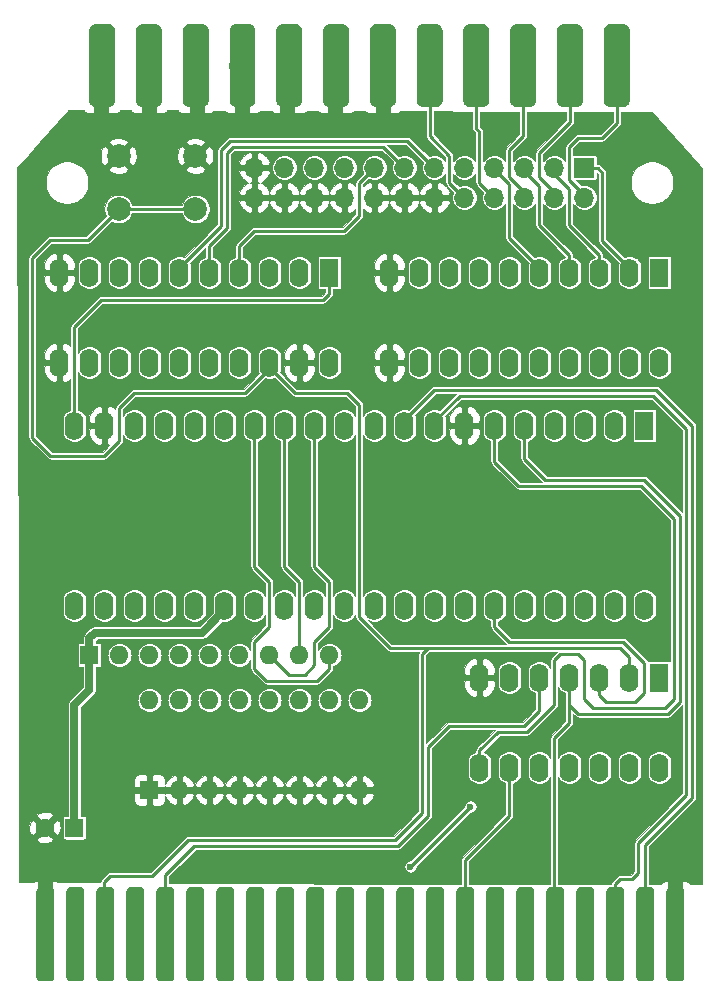
<source format=gbl>
G04 #@! TF.GenerationSoftware,KiCad,Pcbnew,(5.0.1-3-g963ef8bb5)*
G04 #@! TF.CreationDate,2020-03-26T19:00:39+01:00*
G04 #@! TF.ProjectId,C64_ieee488_interface_8255,4336345F696565653438385F696E7465,1.0*
G04 #@! TF.SameCoordinates,Original*
G04 #@! TF.FileFunction,Copper,L2,Bot,Signal*
G04 #@! TF.FilePolarity,Positive*
%FSLAX46Y46*%
G04 Gerber Fmt 4.6, Leading zero omitted, Abs format (unit mm)*
G04 Created by KiCad (PCBNEW (5.0.1-3-g963ef8bb5)) date Donnerstag, 26. März 2020 um 19:00:39*
%MOMM*%
%LPD*%
G01*
G04 APERTURE LIST*
G04 #@! TA.AperFunction,Conductor*
%ADD10C,0.100000*%
G04 #@! TD*
G04 #@! TA.AperFunction,Conductor*
%ADD11C,1.524000*%
G04 #@! TD*
G04 #@! TA.AperFunction,Conductor*
%ADD12C,2.200000*%
G04 #@! TD*
G04 #@! TA.AperFunction,ComponentPad*
%ADD13C,1.998980*%
G04 #@! TD*
G04 #@! TA.AperFunction,ComponentPad*
%ADD14C,1.600000*%
G04 #@! TD*
G04 #@! TA.AperFunction,ComponentPad*
%ADD15R,1.600000X1.600000*%
G04 #@! TD*
G04 #@! TA.AperFunction,ComponentPad*
%ADD16O,1.700000X1.700000*%
G04 #@! TD*
G04 #@! TA.AperFunction,ComponentPad*
%ADD17R,1.700000X1.700000*%
G04 #@! TD*
G04 #@! TA.AperFunction,ComponentPad*
%ADD18O,1.600000X2.400000*%
G04 #@! TD*
G04 #@! TA.AperFunction,ComponentPad*
%ADD19R,1.600000X2.400000*%
G04 #@! TD*
G04 #@! TA.AperFunction,ComponentPad*
%ADD20O,1.600000X1.600000*%
G04 #@! TD*
G04 #@! TA.AperFunction,ViaPad*
%ADD21C,0.600000*%
G04 #@! TD*
G04 #@! TA.AperFunction,Conductor*
%ADD22C,0.635000*%
G04 #@! TD*
G04 #@! TA.AperFunction,Conductor*
%ADD23C,0.254000*%
G04 #@! TD*
G04 #@! TA.AperFunction,Conductor*
%ADD24C,1.270000*%
G04 #@! TD*
G04 #@! TA.AperFunction,Conductor*
%ADD25C,0.025400*%
G04 #@! TD*
G04 APERTURE END LIST*
D10*
G04 #@! TO.N,N/C*
G04 #@! TO.C,J1*
G36*
X90658345Y-120601835D02*
X90695329Y-120607321D01*
X90731598Y-120616406D01*
X90766802Y-120629002D01*
X90800602Y-120644988D01*
X90832672Y-120664210D01*
X90862704Y-120686483D01*
X90890408Y-120711592D01*
X90915517Y-120739296D01*
X90937790Y-120769328D01*
X90957012Y-120801398D01*
X90972998Y-120835198D01*
X90985594Y-120870402D01*
X90994679Y-120906671D01*
X91000165Y-120943655D01*
X91002000Y-120981000D01*
X91002000Y-128219000D01*
X91000165Y-128256345D01*
X90994679Y-128293329D01*
X90985594Y-128329598D01*
X90972998Y-128364802D01*
X90957012Y-128398602D01*
X90937790Y-128430672D01*
X90915517Y-128460704D01*
X90890408Y-128488408D01*
X90862704Y-128513517D01*
X90832672Y-128535790D01*
X90800602Y-128555012D01*
X90766802Y-128570998D01*
X90731598Y-128583594D01*
X90695329Y-128592679D01*
X90658345Y-128598165D01*
X90621000Y-128600000D01*
X89859000Y-128600000D01*
X89821655Y-128598165D01*
X89784671Y-128592679D01*
X89748402Y-128583594D01*
X89713198Y-128570998D01*
X89679398Y-128555012D01*
X89647328Y-128535790D01*
X89617296Y-128513517D01*
X89589592Y-128488408D01*
X89564483Y-128460704D01*
X89542210Y-128430672D01*
X89522988Y-128398602D01*
X89507002Y-128364802D01*
X89494406Y-128329598D01*
X89485321Y-128293329D01*
X89479835Y-128256345D01*
X89478000Y-128219000D01*
X89478000Y-120981000D01*
X89479835Y-120943655D01*
X89485321Y-120906671D01*
X89494406Y-120870402D01*
X89507002Y-120835198D01*
X89522988Y-120801398D01*
X89542210Y-120769328D01*
X89564483Y-120739296D01*
X89589592Y-120711592D01*
X89617296Y-120686483D01*
X89647328Y-120664210D01*
X89679398Y-120644988D01*
X89713198Y-120629002D01*
X89748402Y-120616406D01*
X89784671Y-120607321D01*
X89821655Y-120601835D01*
X89859000Y-120600000D01*
X90621000Y-120600000D01*
X90658345Y-120601835D01*
X90658345Y-120601835D01*
G37*
D11*
X90240000Y-124600000D03*
D10*
G36*
X93198345Y-120601835D02*
X93235329Y-120607321D01*
X93271598Y-120616406D01*
X93306802Y-120629002D01*
X93340602Y-120644988D01*
X93372672Y-120664210D01*
X93402704Y-120686483D01*
X93430408Y-120711592D01*
X93455517Y-120739296D01*
X93477790Y-120769328D01*
X93497012Y-120801398D01*
X93512998Y-120835198D01*
X93525594Y-120870402D01*
X93534679Y-120906671D01*
X93540165Y-120943655D01*
X93542000Y-120981000D01*
X93542000Y-128219000D01*
X93540165Y-128256345D01*
X93534679Y-128293329D01*
X93525594Y-128329598D01*
X93512998Y-128364802D01*
X93497012Y-128398602D01*
X93477790Y-128430672D01*
X93455517Y-128460704D01*
X93430408Y-128488408D01*
X93402704Y-128513517D01*
X93372672Y-128535790D01*
X93340602Y-128555012D01*
X93306802Y-128570998D01*
X93271598Y-128583594D01*
X93235329Y-128592679D01*
X93198345Y-128598165D01*
X93161000Y-128600000D01*
X92399000Y-128600000D01*
X92361655Y-128598165D01*
X92324671Y-128592679D01*
X92288402Y-128583594D01*
X92253198Y-128570998D01*
X92219398Y-128555012D01*
X92187328Y-128535790D01*
X92157296Y-128513517D01*
X92129592Y-128488408D01*
X92104483Y-128460704D01*
X92082210Y-128430672D01*
X92062988Y-128398602D01*
X92047002Y-128364802D01*
X92034406Y-128329598D01*
X92025321Y-128293329D01*
X92019835Y-128256345D01*
X92018000Y-128219000D01*
X92018000Y-120981000D01*
X92019835Y-120943655D01*
X92025321Y-120906671D01*
X92034406Y-120870402D01*
X92047002Y-120835198D01*
X92062988Y-120801398D01*
X92082210Y-120769328D01*
X92104483Y-120739296D01*
X92129592Y-120711592D01*
X92157296Y-120686483D01*
X92187328Y-120664210D01*
X92219398Y-120644988D01*
X92253198Y-120629002D01*
X92288402Y-120616406D01*
X92324671Y-120607321D01*
X92361655Y-120601835D01*
X92399000Y-120600000D01*
X93161000Y-120600000D01*
X93198345Y-120601835D01*
X93198345Y-120601835D01*
G37*
D11*
X92780000Y-124600000D03*
D10*
G36*
X100818345Y-120601835D02*
X100855329Y-120607321D01*
X100891598Y-120616406D01*
X100926802Y-120629002D01*
X100960602Y-120644988D01*
X100992672Y-120664210D01*
X101022704Y-120686483D01*
X101050408Y-120711592D01*
X101075517Y-120739296D01*
X101097790Y-120769328D01*
X101117012Y-120801398D01*
X101132998Y-120835198D01*
X101145594Y-120870402D01*
X101154679Y-120906671D01*
X101160165Y-120943655D01*
X101162000Y-120981000D01*
X101162000Y-128219000D01*
X101160165Y-128256345D01*
X101154679Y-128293329D01*
X101145594Y-128329598D01*
X101132998Y-128364802D01*
X101117012Y-128398602D01*
X101097790Y-128430672D01*
X101075517Y-128460704D01*
X101050408Y-128488408D01*
X101022704Y-128513517D01*
X100992672Y-128535790D01*
X100960602Y-128555012D01*
X100926802Y-128570998D01*
X100891598Y-128583594D01*
X100855329Y-128592679D01*
X100818345Y-128598165D01*
X100781000Y-128600000D01*
X100019000Y-128600000D01*
X99981655Y-128598165D01*
X99944671Y-128592679D01*
X99908402Y-128583594D01*
X99873198Y-128570998D01*
X99839398Y-128555012D01*
X99807328Y-128535790D01*
X99777296Y-128513517D01*
X99749592Y-128488408D01*
X99724483Y-128460704D01*
X99702210Y-128430672D01*
X99682988Y-128398602D01*
X99667002Y-128364802D01*
X99654406Y-128329598D01*
X99645321Y-128293329D01*
X99639835Y-128256345D01*
X99638000Y-128219000D01*
X99638000Y-120981000D01*
X99639835Y-120943655D01*
X99645321Y-120906671D01*
X99654406Y-120870402D01*
X99667002Y-120835198D01*
X99682988Y-120801398D01*
X99702210Y-120769328D01*
X99724483Y-120739296D01*
X99749592Y-120711592D01*
X99777296Y-120686483D01*
X99807328Y-120664210D01*
X99839398Y-120644988D01*
X99873198Y-120629002D01*
X99908402Y-120616406D01*
X99944671Y-120607321D01*
X99981655Y-120601835D01*
X100019000Y-120600000D01*
X100781000Y-120600000D01*
X100818345Y-120601835D01*
X100818345Y-120601835D01*
G37*
D11*
X100400000Y-124600000D03*
D10*
G04 #@! TO.N,A6*
G36*
X98278345Y-120601835D02*
X98315329Y-120607321D01*
X98351598Y-120616406D01*
X98386802Y-120629002D01*
X98420602Y-120644988D01*
X98452672Y-120664210D01*
X98482704Y-120686483D01*
X98510408Y-120711592D01*
X98535517Y-120739296D01*
X98557790Y-120769328D01*
X98577012Y-120801398D01*
X98592998Y-120835198D01*
X98605594Y-120870402D01*
X98614679Y-120906671D01*
X98620165Y-120943655D01*
X98622000Y-120981000D01*
X98622000Y-128219000D01*
X98620165Y-128256345D01*
X98614679Y-128293329D01*
X98605594Y-128329598D01*
X98592998Y-128364802D01*
X98577012Y-128398602D01*
X98557790Y-128430672D01*
X98535517Y-128460704D01*
X98510408Y-128488408D01*
X98482704Y-128513517D01*
X98452672Y-128535790D01*
X98420602Y-128555012D01*
X98386802Y-128570998D01*
X98351598Y-128583594D01*
X98315329Y-128592679D01*
X98278345Y-128598165D01*
X98241000Y-128600000D01*
X97479000Y-128600000D01*
X97441655Y-128598165D01*
X97404671Y-128592679D01*
X97368402Y-128583594D01*
X97333198Y-128570998D01*
X97299398Y-128555012D01*
X97267328Y-128535790D01*
X97237296Y-128513517D01*
X97209592Y-128488408D01*
X97184483Y-128460704D01*
X97162210Y-128430672D01*
X97142988Y-128398602D01*
X97127002Y-128364802D01*
X97114406Y-128329598D01*
X97105321Y-128293329D01*
X97099835Y-128256345D01*
X97098000Y-128219000D01*
X97098000Y-120981000D01*
X97099835Y-120943655D01*
X97105321Y-120906671D01*
X97114406Y-120870402D01*
X97127002Y-120835198D01*
X97142988Y-120801398D01*
X97162210Y-120769328D01*
X97184483Y-120739296D01*
X97209592Y-120711592D01*
X97237296Y-120686483D01*
X97267328Y-120664210D01*
X97299398Y-120644988D01*
X97333198Y-120629002D01*
X97368402Y-120616406D01*
X97404671Y-120607321D01*
X97441655Y-120601835D01*
X97479000Y-120600000D01*
X98241000Y-120600000D01*
X98278345Y-120601835D01*
X98278345Y-120601835D01*
G37*
D11*
X97860000Y-124600000D03*
D10*
G04 #@! TO.N,N/C*
G36*
X95738345Y-120601835D02*
X95775329Y-120607321D01*
X95811598Y-120616406D01*
X95846802Y-120629002D01*
X95880602Y-120644988D01*
X95912672Y-120664210D01*
X95942704Y-120686483D01*
X95970408Y-120711592D01*
X95995517Y-120739296D01*
X96017790Y-120769328D01*
X96037012Y-120801398D01*
X96052998Y-120835198D01*
X96065594Y-120870402D01*
X96074679Y-120906671D01*
X96080165Y-120943655D01*
X96082000Y-120981000D01*
X96082000Y-128219000D01*
X96080165Y-128256345D01*
X96074679Y-128293329D01*
X96065594Y-128329598D01*
X96052998Y-128364802D01*
X96037012Y-128398602D01*
X96017790Y-128430672D01*
X95995517Y-128460704D01*
X95970408Y-128488408D01*
X95942704Y-128513517D01*
X95912672Y-128535790D01*
X95880602Y-128555012D01*
X95846802Y-128570998D01*
X95811598Y-128583594D01*
X95775329Y-128592679D01*
X95738345Y-128598165D01*
X95701000Y-128600000D01*
X94939000Y-128600000D01*
X94901655Y-128598165D01*
X94864671Y-128592679D01*
X94828402Y-128583594D01*
X94793198Y-128570998D01*
X94759398Y-128555012D01*
X94727328Y-128535790D01*
X94697296Y-128513517D01*
X94669592Y-128488408D01*
X94644483Y-128460704D01*
X94622210Y-128430672D01*
X94602988Y-128398602D01*
X94587002Y-128364802D01*
X94574406Y-128329598D01*
X94565321Y-128293329D01*
X94559835Y-128256345D01*
X94558000Y-128219000D01*
X94558000Y-120981000D01*
X94559835Y-120943655D01*
X94565321Y-120906671D01*
X94574406Y-120870402D01*
X94587002Y-120835198D01*
X94602988Y-120801398D01*
X94622210Y-120769328D01*
X94644483Y-120739296D01*
X94669592Y-120711592D01*
X94697296Y-120686483D01*
X94727328Y-120664210D01*
X94759398Y-120644988D01*
X94793198Y-120629002D01*
X94828402Y-120616406D01*
X94864671Y-120607321D01*
X94901655Y-120601835D01*
X94939000Y-120600000D01*
X95701000Y-120600000D01*
X95738345Y-120601835D01*
X95738345Y-120601835D01*
G37*
D11*
X95320000Y-124600000D03*
D10*
G04 #@! TO.N,DC*
G36*
X116058345Y-120601835D02*
X116095329Y-120607321D01*
X116131598Y-120616406D01*
X116166802Y-120629002D01*
X116200602Y-120644988D01*
X116232672Y-120664210D01*
X116262704Y-120686483D01*
X116290408Y-120711592D01*
X116315517Y-120739296D01*
X116337790Y-120769328D01*
X116357012Y-120801398D01*
X116372998Y-120835198D01*
X116385594Y-120870402D01*
X116394679Y-120906671D01*
X116400165Y-120943655D01*
X116402000Y-120981000D01*
X116402000Y-128219000D01*
X116400165Y-128256345D01*
X116394679Y-128293329D01*
X116385594Y-128329598D01*
X116372998Y-128364802D01*
X116357012Y-128398602D01*
X116337790Y-128430672D01*
X116315517Y-128460704D01*
X116290408Y-128488408D01*
X116262704Y-128513517D01*
X116232672Y-128535790D01*
X116200602Y-128555012D01*
X116166802Y-128570998D01*
X116131598Y-128583594D01*
X116095329Y-128592679D01*
X116058345Y-128598165D01*
X116021000Y-128600000D01*
X115259000Y-128600000D01*
X115221655Y-128598165D01*
X115184671Y-128592679D01*
X115148402Y-128583594D01*
X115113198Y-128570998D01*
X115079398Y-128555012D01*
X115047328Y-128535790D01*
X115017296Y-128513517D01*
X114989592Y-128488408D01*
X114964483Y-128460704D01*
X114942210Y-128430672D01*
X114922988Y-128398602D01*
X114907002Y-128364802D01*
X114894406Y-128329598D01*
X114885321Y-128293329D01*
X114879835Y-128256345D01*
X114878000Y-128219000D01*
X114878000Y-120981000D01*
X114879835Y-120943655D01*
X114885321Y-120906671D01*
X114894406Y-120870402D01*
X114907002Y-120835198D01*
X114922988Y-120801398D01*
X114942210Y-120769328D01*
X114964483Y-120739296D01*
X114989592Y-120711592D01*
X115017296Y-120686483D01*
X115047328Y-120664210D01*
X115079398Y-120644988D01*
X115113198Y-120629002D01*
X115148402Y-120616406D01*
X115184671Y-120607321D01*
X115221655Y-120601835D01*
X115259000Y-120600000D01*
X116021000Y-120600000D01*
X116058345Y-120601835D01*
X116058345Y-120601835D01*
G37*
D11*
X115640000Y-124600000D03*
D10*
G04 #@! TO.N,A0*
G36*
X113518345Y-120601835D02*
X113555329Y-120607321D01*
X113591598Y-120616406D01*
X113626802Y-120629002D01*
X113660602Y-120644988D01*
X113692672Y-120664210D01*
X113722704Y-120686483D01*
X113750408Y-120711592D01*
X113775517Y-120739296D01*
X113797790Y-120769328D01*
X113817012Y-120801398D01*
X113832998Y-120835198D01*
X113845594Y-120870402D01*
X113854679Y-120906671D01*
X113860165Y-120943655D01*
X113862000Y-120981000D01*
X113862000Y-128219000D01*
X113860165Y-128256345D01*
X113854679Y-128293329D01*
X113845594Y-128329598D01*
X113832998Y-128364802D01*
X113817012Y-128398602D01*
X113797790Y-128430672D01*
X113775517Y-128460704D01*
X113750408Y-128488408D01*
X113722704Y-128513517D01*
X113692672Y-128535790D01*
X113660602Y-128555012D01*
X113626802Y-128570998D01*
X113591598Y-128583594D01*
X113555329Y-128592679D01*
X113518345Y-128598165D01*
X113481000Y-128600000D01*
X112719000Y-128600000D01*
X112681655Y-128598165D01*
X112644671Y-128592679D01*
X112608402Y-128583594D01*
X112573198Y-128570998D01*
X112539398Y-128555012D01*
X112507328Y-128535790D01*
X112477296Y-128513517D01*
X112449592Y-128488408D01*
X112424483Y-128460704D01*
X112402210Y-128430672D01*
X112382988Y-128398602D01*
X112367002Y-128364802D01*
X112354406Y-128329598D01*
X112345321Y-128293329D01*
X112339835Y-128256345D01*
X112338000Y-128219000D01*
X112338000Y-120981000D01*
X112339835Y-120943655D01*
X112345321Y-120906671D01*
X112354406Y-120870402D01*
X112367002Y-120835198D01*
X112382988Y-120801398D01*
X112402210Y-120769328D01*
X112424483Y-120739296D01*
X112449592Y-120711592D01*
X112477296Y-120686483D01*
X112507328Y-120664210D01*
X112539398Y-120644988D01*
X112573198Y-120629002D01*
X112608402Y-120616406D01*
X112644671Y-120607321D01*
X112681655Y-120601835D01*
X112719000Y-120600000D01*
X113481000Y-120600000D01*
X113518345Y-120601835D01*
X113518345Y-120601835D01*
G37*
D11*
X113100000Y-124600000D03*
D10*
G04 #@! TO.N,A1*
G36*
X110978345Y-120601835D02*
X111015329Y-120607321D01*
X111051598Y-120616406D01*
X111086802Y-120629002D01*
X111120602Y-120644988D01*
X111152672Y-120664210D01*
X111182704Y-120686483D01*
X111210408Y-120711592D01*
X111235517Y-120739296D01*
X111257790Y-120769328D01*
X111277012Y-120801398D01*
X111292998Y-120835198D01*
X111305594Y-120870402D01*
X111314679Y-120906671D01*
X111320165Y-120943655D01*
X111322000Y-120981000D01*
X111322000Y-128219000D01*
X111320165Y-128256345D01*
X111314679Y-128293329D01*
X111305594Y-128329598D01*
X111292998Y-128364802D01*
X111277012Y-128398602D01*
X111257790Y-128430672D01*
X111235517Y-128460704D01*
X111210408Y-128488408D01*
X111182704Y-128513517D01*
X111152672Y-128535790D01*
X111120602Y-128555012D01*
X111086802Y-128570998D01*
X111051598Y-128583594D01*
X111015329Y-128592679D01*
X110978345Y-128598165D01*
X110941000Y-128600000D01*
X110179000Y-128600000D01*
X110141655Y-128598165D01*
X110104671Y-128592679D01*
X110068402Y-128583594D01*
X110033198Y-128570998D01*
X109999398Y-128555012D01*
X109967328Y-128535790D01*
X109937296Y-128513517D01*
X109909592Y-128488408D01*
X109884483Y-128460704D01*
X109862210Y-128430672D01*
X109842988Y-128398602D01*
X109827002Y-128364802D01*
X109814406Y-128329598D01*
X109805321Y-128293329D01*
X109799835Y-128256345D01*
X109798000Y-128219000D01*
X109798000Y-120981000D01*
X109799835Y-120943655D01*
X109805321Y-120906671D01*
X109814406Y-120870402D01*
X109827002Y-120835198D01*
X109842988Y-120801398D01*
X109862210Y-120769328D01*
X109884483Y-120739296D01*
X109909592Y-120711592D01*
X109937296Y-120686483D01*
X109967328Y-120664210D01*
X109999398Y-120644988D01*
X110033198Y-120629002D01*
X110068402Y-120616406D01*
X110104671Y-120607321D01*
X110141655Y-120601835D01*
X110179000Y-120600000D01*
X110941000Y-120600000D01*
X110978345Y-120601835D01*
X110978345Y-120601835D01*
G37*
D11*
X110560000Y-124600000D03*
D10*
G04 #@! TO.N,N/C*
G36*
X108438345Y-120601835D02*
X108475329Y-120607321D01*
X108511598Y-120616406D01*
X108546802Y-120629002D01*
X108580602Y-120644988D01*
X108612672Y-120664210D01*
X108642704Y-120686483D01*
X108670408Y-120711592D01*
X108695517Y-120739296D01*
X108717790Y-120769328D01*
X108737012Y-120801398D01*
X108752998Y-120835198D01*
X108765594Y-120870402D01*
X108774679Y-120906671D01*
X108780165Y-120943655D01*
X108782000Y-120981000D01*
X108782000Y-128219000D01*
X108780165Y-128256345D01*
X108774679Y-128293329D01*
X108765594Y-128329598D01*
X108752998Y-128364802D01*
X108737012Y-128398602D01*
X108717790Y-128430672D01*
X108695517Y-128460704D01*
X108670408Y-128488408D01*
X108642704Y-128513517D01*
X108612672Y-128535790D01*
X108580602Y-128555012D01*
X108546802Y-128570998D01*
X108511598Y-128583594D01*
X108475329Y-128592679D01*
X108438345Y-128598165D01*
X108401000Y-128600000D01*
X107639000Y-128600000D01*
X107601655Y-128598165D01*
X107564671Y-128592679D01*
X107528402Y-128583594D01*
X107493198Y-128570998D01*
X107459398Y-128555012D01*
X107427328Y-128535790D01*
X107397296Y-128513517D01*
X107369592Y-128488408D01*
X107344483Y-128460704D01*
X107322210Y-128430672D01*
X107302988Y-128398602D01*
X107287002Y-128364802D01*
X107274406Y-128329598D01*
X107265321Y-128293329D01*
X107259835Y-128256345D01*
X107258000Y-128219000D01*
X107258000Y-120981000D01*
X107259835Y-120943655D01*
X107265321Y-120906671D01*
X107274406Y-120870402D01*
X107287002Y-120835198D01*
X107302988Y-120801398D01*
X107322210Y-120769328D01*
X107344483Y-120739296D01*
X107369592Y-120711592D01*
X107397296Y-120686483D01*
X107427328Y-120664210D01*
X107459398Y-120644988D01*
X107493198Y-120629002D01*
X107528402Y-120616406D01*
X107564671Y-120607321D01*
X107601655Y-120601835D01*
X107639000Y-120600000D01*
X108401000Y-120600000D01*
X108438345Y-120601835D01*
X108438345Y-120601835D01*
G37*
D11*
X108020000Y-124600000D03*
D10*
G04 #@! TO.N,A3*
G36*
X105898345Y-120601835D02*
X105935329Y-120607321D01*
X105971598Y-120616406D01*
X106006802Y-120629002D01*
X106040602Y-120644988D01*
X106072672Y-120664210D01*
X106102704Y-120686483D01*
X106130408Y-120711592D01*
X106155517Y-120739296D01*
X106177790Y-120769328D01*
X106197012Y-120801398D01*
X106212998Y-120835198D01*
X106225594Y-120870402D01*
X106234679Y-120906671D01*
X106240165Y-120943655D01*
X106242000Y-120981000D01*
X106242000Y-128219000D01*
X106240165Y-128256345D01*
X106234679Y-128293329D01*
X106225594Y-128329598D01*
X106212998Y-128364802D01*
X106197012Y-128398602D01*
X106177790Y-128430672D01*
X106155517Y-128460704D01*
X106130408Y-128488408D01*
X106102704Y-128513517D01*
X106072672Y-128535790D01*
X106040602Y-128555012D01*
X106006802Y-128570998D01*
X105971598Y-128583594D01*
X105935329Y-128592679D01*
X105898345Y-128598165D01*
X105861000Y-128600000D01*
X105099000Y-128600000D01*
X105061655Y-128598165D01*
X105024671Y-128592679D01*
X104988402Y-128583594D01*
X104953198Y-128570998D01*
X104919398Y-128555012D01*
X104887328Y-128535790D01*
X104857296Y-128513517D01*
X104829592Y-128488408D01*
X104804483Y-128460704D01*
X104782210Y-128430672D01*
X104762988Y-128398602D01*
X104747002Y-128364802D01*
X104734406Y-128329598D01*
X104725321Y-128293329D01*
X104719835Y-128256345D01*
X104718000Y-128219000D01*
X104718000Y-120981000D01*
X104719835Y-120943655D01*
X104725321Y-120906671D01*
X104734406Y-120870402D01*
X104747002Y-120835198D01*
X104762988Y-120801398D01*
X104782210Y-120769328D01*
X104804483Y-120739296D01*
X104829592Y-120711592D01*
X104857296Y-120686483D01*
X104887328Y-120664210D01*
X104919398Y-120644988D01*
X104953198Y-120629002D01*
X104988402Y-120616406D01*
X105024671Y-120607321D01*
X105061655Y-120601835D01*
X105099000Y-120600000D01*
X105861000Y-120600000D01*
X105898345Y-120601835D01*
X105898345Y-120601835D01*
G37*
D11*
X105480000Y-124600000D03*
D10*
G04 #@! TO.N,N/C*
G36*
X103358345Y-120601835D02*
X103395329Y-120607321D01*
X103431598Y-120616406D01*
X103466802Y-120629002D01*
X103500602Y-120644988D01*
X103532672Y-120664210D01*
X103562704Y-120686483D01*
X103590408Y-120711592D01*
X103615517Y-120739296D01*
X103637790Y-120769328D01*
X103657012Y-120801398D01*
X103672998Y-120835198D01*
X103685594Y-120870402D01*
X103694679Y-120906671D01*
X103700165Y-120943655D01*
X103702000Y-120981000D01*
X103702000Y-128219000D01*
X103700165Y-128256345D01*
X103694679Y-128293329D01*
X103685594Y-128329598D01*
X103672998Y-128364802D01*
X103657012Y-128398602D01*
X103637790Y-128430672D01*
X103615517Y-128460704D01*
X103590408Y-128488408D01*
X103562704Y-128513517D01*
X103532672Y-128535790D01*
X103500602Y-128555012D01*
X103466802Y-128570998D01*
X103431598Y-128583594D01*
X103395329Y-128592679D01*
X103358345Y-128598165D01*
X103321000Y-128600000D01*
X102559000Y-128600000D01*
X102521655Y-128598165D01*
X102484671Y-128592679D01*
X102448402Y-128583594D01*
X102413198Y-128570998D01*
X102379398Y-128555012D01*
X102347328Y-128535790D01*
X102317296Y-128513517D01*
X102289592Y-128488408D01*
X102264483Y-128460704D01*
X102242210Y-128430672D01*
X102222988Y-128398602D01*
X102207002Y-128364802D01*
X102194406Y-128329598D01*
X102185321Y-128293329D01*
X102179835Y-128256345D01*
X102178000Y-128219000D01*
X102178000Y-120981000D01*
X102179835Y-120943655D01*
X102185321Y-120906671D01*
X102194406Y-120870402D01*
X102207002Y-120835198D01*
X102222988Y-120801398D01*
X102242210Y-120769328D01*
X102264483Y-120739296D01*
X102289592Y-120711592D01*
X102317296Y-120686483D01*
X102347328Y-120664210D01*
X102379398Y-120644988D01*
X102413198Y-120629002D01*
X102448402Y-120616406D01*
X102484671Y-120607321D01*
X102521655Y-120601835D01*
X102559000Y-120600000D01*
X103321000Y-120600000D01*
X103358345Y-120601835D01*
X103358345Y-120601835D01*
G37*
D11*
X102940000Y-124600000D03*
D10*
G04 #@! TO.N,DC*
G36*
X62718345Y-120601835D02*
X62755329Y-120607321D01*
X62791598Y-120616406D01*
X62826802Y-120629002D01*
X62860602Y-120644988D01*
X62892672Y-120664210D01*
X62922704Y-120686483D01*
X62950408Y-120711592D01*
X62975517Y-120739296D01*
X62997790Y-120769328D01*
X63017012Y-120801398D01*
X63032998Y-120835198D01*
X63045594Y-120870402D01*
X63054679Y-120906671D01*
X63060165Y-120943655D01*
X63062000Y-120981000D01*
X63062000Y-128219000D01*
X63060165Y-128256345D01*
X63054679Y-128293329D01*
X63045594Y-128329598D01*
X63032998Y-128364802D01*
X63017012Y-128398602D01*
X62997790Y-128430672D01*
X62975517Y-128460704D01*
X62950408Y-128488408D01*
X62922704Y-128513517D01*
X62892672Y-128535790D01*
X62860602Y-128555012D01*
X62826802Y-128570998D01*
X62791598Y-128583594D01*
X62755329Y-128592679D01*
X62718345Y-128598165D01*
X62681000Y-128600000D01*
X61919000Y-128600000D01*
X61881655Y-128598165D01*
X61844671Y-128592679D01*
X61808402Y-128583594D01*
X61773198Y-128570998D01*
X61739398Y-128555012D01*
X61707328Y-128535790D01*
X61677296Y-128513517D01*
X61649592Y-128488408D01*
X61624483Y-128460704D01*
X61602210Y-128430672D01*
X61582988Y-128398602D01*
X61567002Y-128364802D01*
X61554406Y-128329598D01*
X61545321Y-128293329D01*
X61539835Y-128256345D01*
X61538000Y-128219000D01*
X61538000Y-120981000D01*
X61539835Y-120943655D01*
X61545321Y-120906671D01*
X61554406Y-120870402D01*
X61567002Y-120835198D01*
X61582988Y-120801398D01*
X61602210Y-120769328D01*
X61624483Y-120739296D01*
X61649592Y-120711592D01*
X61677296Y-120686483D01*
X61707328Y-120664210D01*
X61739398Y-120644988D01*
X61773198Y-120629002D01*
X61808402Y-120616406D01*
X61844671Y-120607321D01*
X61881655Y-120601835D01*
X61919000Y-120600000D01*
X62681000Y-120600000D01*
X62718345Y-120601835D01*
X62718345Y-120601835D01*
G37*
D11*
X62300000Y-124600000D03*
D10*
G04 #@! TO.N,PHI2*
G36*
X72878345Y-120601835D02*
X72915329Y-120607321D01*
X72951598Y-120616406D01*
X72986802Y-120629002D01*
X73020602Y-120644988D01*
X73052672Y-120664210D01*
X73082704Y-120686483D01*
X73110408Y-120711592D01*
X73135517Y-120739296D01*
X73157790Y-120769328D01*
X73177012Y-120801398D01*
X73192998Y-120835198D01*
X73205594Y-120870402D01*
X73214679Y-120906671D01*
X73220165Y-120943655D01*
X73222000Y-120981000D01*
X73222000Y-128219000D01*
X73220165Y-128256345D01*
X73214679Y-128293329D01*
X73205594Y-128329598D01*
X73192998Y-128364802D01*
X73177012Y-128398602D01*
X73157790Y-128430672D01*
X73135517Y-128460704D01*
X73110408Y-128488408D01*
X73082704Y-128513517D01*
X73052672Y-128535790D01*
X73020602Y-128555012D01*
X72986802Y-128570998D01*
X72951598Y-128583594D01*
X72915329Y-128592679D01*
X72878345Y-128598165D01*
X72841000Y-128600000D01*
X72079000Y-128600000D01*
X72041655Y-128598165D01*
X72004671Y-128592679D01*
X71968402Y-128583594D01*
X71933198Y-128570998D01*
X71899398Y-128555012D01*
X71867328Y-128535790D01*
X71837296Y-128513517D01*
X71809592Y-128488408D01*
X71784483Y-128460704D01*
X71762210Y-128430672D01*
X71742988Y-128398602D01*
X71727002Y-128364802D01*
X71714406Y-128329598D01*
X71705321Y-128293329D01*
X71699835Y-128256345D01*
X71698000Y-128219000D01*
X71698000Y-120981000D01*
X71699835Y-120943655D01*
X71705321Y-120906671D01*
X71714406Y-120870402D01*
X71727002Y-120835198D01*
X71742988Y-120801398D01*
X71762210Y-120769328D01*
X71784483Y-120739296D01*
X71809592Y-120711592D01*
X71837296Y-120686483D01*
X71867328Y-120664210D01*
X71899398Y-120644988D01*
X71933198Y-120629002D01*
X71968402Y-120616406D01*
X72004671Y-120607321D01*
X72041655Y-120601835D01*
X72079000Y-120600000D01*
X72841000Y-120600000D01*
X72878345Y-120601835D01*
X72878345Y-120601835D01*
G37*
D11*
X72460000Y-124600000D03*
D10*
G04 #@! TO.N,N/C*
G36*
X70338345Y-120601835D02*
X70375329Y-120607321D01*
X70411598Y-120616406D01*
X70446802Y-120629002D01*
X70480602Y-120644988D01*
X70512672Y-120664210D01*
X70542704Y-120686483D01*
X70570408Y-120711592D01*
X70595517Y-120739296D01*
X70617790Y-120769328D01*
X70637012Y-120801398D01*
X70652998Y-120835198D01*
X70665594Y-120870402D01*
X70674679Y-120906671D01*
X70680165Y-120943655D01*
X70682000Y-120981000D01*
X70682000Y-128219000D01*
X70680165Y-128256345D01*
X70674679Y-128293329D01*
X70665594Y-128329598D01*
X70652998Y-128364802D01*
X70637012Y-128398602D01*
X70617790Y-128430672D01*
X70595517Y-128460704D01*
X70570408Y-128488408D01*
X70542704Y-128513517D01*
X70512672Y-128535790D01*
X70480602Y-128555012D01*
X70446802Y-128570998D01*
X70411598Y-128583594D01*
X70375329Y-128592679D01*
X70338345Y-128598165D01*
X70301000Y-128600000D01*
X69539000Y-128600000D01*
X69501655Y-128598165D01*
X69464671Y-128592679D01*
X69428402Y-128583594D01*
X69393198Y-128570998D01*
X69359398Y-128555012D01*
X69327328Y-128535790D01*
X69297296Y-128513517D01*
X69269592Y-128488408D01*
X69244483Y-128460704D01*
X69222210Y-128430672D01*
X69202988Y-128398602D01*
X69187002Y-128364802D01*
X69174406Y-128329598D01*
X69165321Y-128293329D01*
X69159835Y-128256345D01*
X69158000Y-128219000D01*
X69158000Y-120981000D01*
X69159835Y-120943655D01*
X69165321Y-120906671D01*
X69174406Y-120870402D01*
X69187002Y-120835198D01*
X69202988Y-120801398D01*
X69222210Y-120769328D01*
X69244483Y-120739296D01*
X69269592Y-120711592D01*
X69297296Y-120686483D01*
X69327328Y-120664210D01*
X69359398Y-120644988D01*
X69393198Y-120629002D01*
X69428402Y-120616406D01*
X69464671Y-120607321D01*
X69501655Y-120601835D01*
X69539000Y-120600000D01*
X70301000Y-120600000D01*
X70338345Y-120601835D01*
X70338345Y-120601835D01*
G37*
D11*
X69920000Y-124600000D03*
D10*
G04 #@! TO.N,RESET*
G36*
X67798345Y-120601835D02*
X67835329Y-120607321D01*
X67871598Y-120616406D01*
X67906802Y-120629002D01*
X67940602Y-120644988D01*
X67972672Y-120664210D01*
X68002704Y-120686483D01*
X68030408Y-120711592D01*
X68055517Y-120739296D01*
X68077790Y-120769328D01*
X68097012Y-120801398D01*
X68112998Y-120835198D01*
X68125594Y-120870402D01*
X68134679Y-120906671D01*
X68140165Y-120943655D01*
X68142000Y-120981000D01*
X68142000Y-128219000D01*
X68140165Y-128256345D01*
X68134679Y-128293329D01*
X68125594Y-128329598D01*
X68112998Y-128364802D01*
X68097012Y-128398602D01*
X68077790Y-128430672D01*
X68055517Y-128460704D01*
X68030408Y-128488408D01*
X68002704Y-128513517D01*
X67972672Y-128535790D01*
X67940602Y-128555012D01*
X67906802Y-128570998D01*
X67871598Y-128583594D01*
X67835329Y-128592679D01*
X67798345Y-128598165D01*
X67761000Y-128600000D01*
X66999000Y-128600000D01*
X66961655Y-128598165D01*
X66924671Y-128592679D01*
X66888402Y-128583594D01*
X66853198Y-128570998D01*
X66819398Y-128555012D01*
X66787328Y-128535790D01*
X66757296Y-128513517D01*
X66729592Y-128488408D01*
X66704483Y-128460704D01*
X66682210Y-128430672D01*
X66662988Y-128398602D01*
X66647002Y-128364802D01*
X66634406Y-128329598D01*
X66625321Y-128293329D01*
X66619835Y-128256345D01*
X66618000Y-128219000D01*
X66618000Y-120981000D01*
X66619835Y-120943655D01*
X66625321Y-120906671D01*
X66634406Y-120870402D01*
X66647002Y-120835198D01*
X66662988Y-120801398D01*
X66682210Y-120769328D01*
X66704483Y-120739296D01*
X66729592Y-120711592D01*
X66757296Y-120686483D01*
X66787328Y-120664210D01*
X66819398Y-120644988D01*
X66853198Y-120629002D01*
X66888402Y-120616406D01*
X66924671Y-120607321D01*
X66961655Y-120601835D01*
X66999000Y-120600000D01*
X67761000Y-120600000D01*
X67798345Y-120601835D01*
X67798345Y-120601835D01*
G37*
D11*
X67380000Y-124600000D03*
D10*
G04 #@! TO.N,N/C*
G36*
X65258345Y-120601835D02*
X65295329Y-120607321D01*
X65331598Y-120616406D01*
X65366802Y-120629002D01*
X65400602Y-120644988D01*
X65432672Y-120664210D01*
X65462704Y-120686483D01*
X65490408Y-120711592D01*
X65515517Y-120739296D01*
X65537790Y-120769328D01*
X65557012Y-120801398D01*
X65572998Y-120835198D01*
X65585594Y-120870402D01*
X65594679Y-120906671D01*
X65600165Y-120943655D01*
X65602000Y-120981000D01*
X65602000Y-128219000D01*
X65600165Y-128256345D01*
X65594679Y-128293329D01*
X65585594Y-128329598D01*
X65572998Y-128364802D01*
X65557012Y-128398602D01*
X65537790Y-128430672D01*
X65515517Y-128460704D01*
X65490408Y-128488408D01*
X65462704Y-128513517D01*
X65432672Y-128535790D01*
X65400602Y-128555012D01*
X65366802Y-128570998D01*
X65331598Y-128583594D01*
X65295329Y-128592679D01*
X65258345Y-128598165D01*
X65221000Y-128600000D01*
X64459000Y-128600000D01*
X64421655Y-128598165D01*
X64384671Y-128592679D01*
X64348402Y-128583594D01*
X64313198Y-128570998D01*
X64279398Y-128555012D01*
X64247328Y-128535790D01*
X64217296Y-128513517D01*
X64189592Y-128488408D01*
X64164483Y-128460704D01*
X64142210Y-128430672D01*
X64122988Y-128398602D01*
X64107002Y-128364802D01*
X64094406Y-128329598D01*
X64085321Y-128293329D01*
X64079835Y-128256345D01*
X64078000Y-128219000D01*
X64078000Y-120981000D01*
X64079835Y-120943655D01*
X64085321Y-120906671D01*
X64094406Y-120870402D01*
X64107002Y-120835198D01*
X64122988Y-120801398D01*
X64142210Y-120769328D01*
X64164483Y-120739296D01*
X64189592Y-120711592D01*
X64217296Y-120686483D01*
X64247328Y-120664210D01*
X64279398Y-120644988D01*
X64313198Y-120629002D01*
X64348402Y-120616406D01*
X64384671Y-120607321D01*
X64421655Y-120601835D01*
X64459000Y-120600000D01*
X65221000Y-120600000D01*
X65258345Y-120601835D01*
X65258345Y-120601835D01*
G37*
D11*
X64840000Y-124600000D03*
D10*
G36*
X88118345Y-120601835D02*
X88155329Y-120607321D01*
X88191598Y-120616406D01*
X88226802Y-120629002D01*
X88260602Y-120644988D01*
X88292672Y-120664210D01*
X88322704Y-120686483D01*
X88350408Y-120711592D01*
X88375517Y-120739296D01*
X88397790Y-120769328D01*
X88417012Y-120801398D01*
X88432998Y-120835198D01*
X88445594Y-120870402D01*
X88454679Y-120906671D01*
X88460165Y-120943655D01*
X88462000Y-120981000D01*
X88462000Y-128219000D01*
X88460165Y-128256345D01*
X88454679Y-128293329D01*
X88445594Y-128329598D01*
X88432998Y-128364802D01*
X88417012Y-128398602D01*
X88397790Y-128430672D01*
X88375517Y-128460704D01*
X88350408Y-128488408D01*
X88322704Y-128513517D01*
X88292672Y-128535790D01*
X88260602Y-128555012D01*
X88226802Y-128570998D01*
X88191598Y-128583594D01*
X88155329Y-128592679D01*
X88118345Y-128598165D01*
X88081000Y-128600000D01*
X87319000Y-128600000D01*
X87281655Y-128598165D01*
X87244671Y-128592679D01*
X87208402Y-128583594D01*
X87173198Y-128570998D01*
X87139398Y-128555012D01*
X87107328Y-128535790D01*
X87077296Y-128513517D01*
X87049592Y-128488408D01*
X87024483Y-128460704D01*
X87002210Y-128430672D01*
X86982988Y-128398602D01*
X86967002Y-128364802D01*
X86954406Y-128329598D01*
X86945321Y-128293329D01*
X86939835Y-128256345D01*
X86938000Y-128219000D01*
X86938000Y-120981000D01*
X86939835Y-120943655D01*
X86945321Y-120906671D01*
X86954406Y-120870402D01*
X86967002Y-120835198D01*
X86982988Y-120801398D01*
X87002210Y-120769328D01*
X87024483Y-120739296D01*
X87049592Y-120711592D01*
X87077296Y-120686483D01*
X87107328Y-120664210D01*
X87139398Y-120644988D01*
X87173198Y-120629002D01*
X87208402Y-120616406D01*
X87244671Y-120607321D01*
X87281655Y-120601835D01*
X87319000Y-120600000D01*
X88081000Y-120600000D01*
X88118345Y-120601835D01*
X88118345Y-120601835D01*
G37*
D11*
X87700000Y-124600000D03*
D10*
G36*
X85578345Y-120601835D02*
X85615329Y-120607321D01*
X85651598Y-120616406D01*
X85686802Y-120629002D01*
X85720602Y-120644988D01*
X85752672Y-120664210D01*
X85782704Y-120686483D01*
X85810408Y-120711592D01*
X85835517Y-120739296D01*
X85857790Y-120769328D01*
X85877012Y-120801398D01*
X85892998Y-120835198D01*
X85905594Y-120870402D01*
X85914679Y-120906671D01*
X85920165Y-120943655D01*
X85922000Y-120981000D01*
X85922000Y-128219000D01*
X85920165Y-128256345D01*
X85914679Y-128293329D01*
X85905594Y-128329598D01*
X85892998Y-128364802D01*
X85877012Y-128398602D01*
X85857790Y-128430672D01*
X85835517Y-128460704D01*
X85810408Y-128488408D01*
X85782704Y-128513517D01*
X85752672Y-128535790D01*
X85720602Y-128555012D01*
X85686802Y-128570998D01*
X85651598Y-128583594D01*
X85615329Y-128592679D01*
X85578345Y-128598165D01*
X85541000Y-128600000D01*
X84779000Y-128600000D01*
X84741655Y-128598165D01*
X84704671Y-128592679D01*
X84668402Y-128583594D01*
X84633198Y-128570998D01*
X84599398Y-128555012D01*
X84567328Y-128535790D01*
X84537296Y-128513517D01*
X84509592Y-128488408D01*
X84484483Y-128460704D01*
X84462210Y-128430672D01*
X84442988Y-128398602D01*
X84427002Y-128364802D01*
X84414406Y-128329598D01*
X84405321Y-128293329D01*
X84399835Y-128256345D01*
X84398000Y-128219000D01*
X84398000Y-120981000D01*
X84399835Y-120943655D01*
X84405321Y-120906671D01*
X84414406Y-120870402D01*
X84427002Y-120835198D01*
X84442988Y-120801398D01*
X84462210Y-120769328D01*
X84484483Y-120739296D01*
X84509592Y-120711592D01*
X84537296Y-120686483D01*
X84567328Y-120664210D01*
X84599398Y-120644988D01*
X84633198Y-120629002D01*
X84668402Y-120616406D01*
X84704671Y-120607321D01*
X84741655Y-120601835D01*
X84779000Y-120600000D01*
X85541000Y-120600000D01*
X85578345Y-120601835D01*
X85578345Y-120601835D01*
G37*
D11*
X85160000Y-124600000D03*
D10*
G36*
X83038345Y-120601835D02*
X83075329Y-120607321D01*
X83111598Y-120616406D01*
X83146802Y-120629002D01*
X83180602Y-120644988D01*
X83212672Y-120664210D01*
X83242704Y-120686483D01*
X83270408Y-120711592D01*
X83295517Y-120739296D01*
X83317790Y-120769328D01*
X83337012Y-120801398D01*
X83352998Y-120835198D01*
X83365594Y-120870402D01*
X83374679Y-120906671D01*
X83380165Y-120943655D01*
X83382000Y-120981000D01*
X83382000Y-128219000D01*
X83380165Y-128256345D01*
X83374679Y-128293329D01*
X83365594Y-128329598D01*
X83352998Y-128364802D01*
X83337012Y-128398602D01*
X83317790Y-128430672D01*
X83295517Y-128460704D01*
X83270408Y-128488408D01*
X83242704Y-128513517D01*
X83212672Y-128535790D01*
X83180602Y-128555012D01*
X83146802Y-128570998D01*
X83111598Y-128583594D01*
X83075329Y-128592679D01*
X83038345Y-128598165D01*
X83001000Y-128600000D01*
X82239000Y-128600000D01*
X82201655Y-128598165D01*
X82164671Y-128592679D01*
X82128402Y-128583594D01*
X82093198Y-128570998D01*
X82059398Y-128555012D01*
X82027328Y-128535790D01*
X81997296Y-128513517D01*
X81969592Y-128488408D01*
X81944483Y-128460704D01*
X81922210Y-128430672D01*
X81902988Y-128398602D01*
X81887002Y-128364802D01*
X81874406Y-128329598D01*
X81865321Y-128293329D01*
X81859835Y-128256345D01*
X81858000Y-128219000D01*
X81858000Y-120981000D01*
X81859835Y-120943655D01*
X81865321Y-120906671D01*
X81874406Y-120870402D01*
X81887002Y-120835198D01*
X81902988Y-120801398D01*
X81922210Y-120769328D01*
X81944483Y-120739296D01*
X81969592Y-120711592D01*
X81997296Y-120686483D01*
X82027328Y-120664210D01*
X82059398Y-120644988D01*
X82093198Y-120629002D01*
X82128402Y-120616406D01*
X82164671Y-120607321D01*
X82201655Y-120601835D01*
X82239000Y-120600000D01*
X83001000Y-120600000D01*
X83038345Y-120601835D01*
X83038345Y-120601835D01*
G37*
D11*
X82620000Y-124600000D03*
D10*
G36*
X80498345Y-120601835D02*
X80535329Y-120607321D01*
X80571598Y-120616406D01*
X80606802Y-120629002D01*
X80640602Y-120644988D01*
X80672672Y-120664210D01*
X80702704Y-120686483D01*
X80730408Y-120711592D01*
X80755517Y-120739296D01*
X80777790Y-120769328D01*
X80797012Y-120801398D01*
X80812998Y-120835198D01*
X80825594Y-120870402D01*
X80834679Y-120906671D01*
X80840165Y-120943655D01*
X80842000Y-120981000D01*
X80842000Y-128219000D01*
X80840165Y-128256345D01*
X80834679Y-128293329D01*
X80825594Y-128329598D01*
X80812998Y-128364802D01*
X80797012Y-128398602D01*
X80777790Y-128430672D01*
X80755517Y-128460704D01*
X80730408Y-128488408D01*
X80702704Y-128513517D01*
X80672672Y-128535790D01*
X80640602Y-128555012D01*
X80606802Y-128570998D01*
X80571598Y-128583594D01*
X80535329Y-128592679D01*
X80498345Y-128598165D01*
X80461000Y-128600000D01*
X79699000Y-128600000D01*
X79661655Y-128598165D01*
X79624671Y-128592679D01*
X79588402Y-128583594D01*
X79553198Y-128570998D01*
X79519398Y-128555012D01*
X79487328Y-128535790D01*
X79457296Y-128513517D01*
X79429592Y-128488408D01*
X79404483Y-128460704D01*
X79382210Y-128430672D01*
X79362988Y-128398602D01*
X79347002Y-128364802D01*
X79334406Y-128329598D01*
X79325321Y-128293329D01*
X79319835Y-128256345D01*
X79318000Y-128219000D01*
X79318000Y-120981000D01*
X79319835Y-120943655D01*
X79325321Y-120906671D01*
X79334406Y-120870402D01*
X79347002Y-120835198D01*
X79362988Y-120801398D01*
X79382210Y-120769328D01*
X79404483Y-120739296D01*
X79429592Y-120711592D01*
X79457296Y-120686483D01*
X79487328Y-120664210D01*
X79519398Y-120644988D01*
X79553198Y-120629002D01*
X79588402Y-120616406D01*
X79624671Y-120607321D01*
X79661655Y-120601835D01*
X79699000Y-120600000D01*
X80461000Y-120600000D01*
X80498345Y-120601835D01*
X80498345Y-120601835D01*
G37*
D11*
X80080000Y-124600000D03*
D10*
G36*
X77958345Y-120601835D02*
X77995329Y-120607321D01*
X78031598Y-120616406D01*
X78066802Y-120629002D01*
X78100602Y-120644988D01*
X78132672Y-120664210D01*
X78162704Y-120686483D01*
X78190408Y-120711592D01*
X78215517Y-120739296D01*
X78237790Y-120769328D01*
X78257012Y-120801398D01*
X78272998Y-120835198D01*
X78285594Y-120870402D01*
X78294679Y-120906671D01*
X78300165Y-120943655D01*
X78302000Y-120981000D01*
X78302000Y-128219000D01*
X78300165Y-128256345D01*
X78294679Y-128293329D01*
X78285594Y-128329598D01*
X78272998Y-128364802D01*
X78257012Y-128398602D01*
X78237790Y-128430672D01*
X78215517Y-128460704D01*
X78190408Y-128488408D01*
X78162704Y-128513517D01*
X78132672Y-128535790D01*
X78100602Y-128555012D01*
X78066802Y-128570998D01*
X78031598Y-128583594D01*
X77995329Y-128592679D01*
X77958345Y-128598165D01*
X77921000Y-128600000D01*
X77159000Y-128600000D01*
X77121655Y-128598165D01*
X77084671Y-128592679D01*
X77048402Y-128583594D01*
X77013198Y-128570998D01*
X76979398Y-128555012D01*
X76947328Y-128535790D01*
X76917296Y-128513517D01*
X76889592Y-128488408D01*
X76864483Y-128460704D01*
X76842210Y-128430672D01*
X76822988Y-128398602D01*
X76807002Y-128364802D01*
X76794406Y-128329598D01*
X76785321Y-128293329D01*
X76779835Y-128256345D01*
X76778000Y-128219000D01*
X76778000Y-120981000D01*
X76779835Y-120943655D01*
X76785321Y-120906671D01*
X76794406Y-120870402D01*
X76807002Y-120835198D01*
X76822988Y-120801398D01*
X76842210Y-120769328D01*
X76864483Y-120739296D01*
X76889592Y-120711592D01*
X76917296Y-120686483D01*
X76947328Y-120664210D01*
X76979398Y-120644988D01*
X77013198Y-120629002D01*
X77048402Y-120616406D01*
X77084671Y-120607321D01*
X77121655Y-120601835D01*
X77159000Y-120600000D01*
X77921000Y-120600000D01*
X77958345Y-120601835D01*
X77958345Y-120601835D01*
G37*
D11*
X77540000Y-124600000D03*
D10*
G36*
X75418345Y-120601835D02*
X75455329Y-120607321D01*
X75491598Y-120616406D01*
X75526802Y-120629002D01*
X75560602Y-120644988D01*
X75592672Y-120664210D01*
X75622704Y-120686483D01*
X75650408Y-120711592D01*
X75675517Y-120739296D01*
X75697790Y-120769328D01*
X75717012Y-120801398D01*
X75732998Y-120835198D01*
X75745594Y-120870402D01*
X75754679Y-120906671D01*
X75760165Y-120943655D01*
X75762000Y-120981000D01*
X75762000Y-128219000D01*
X75760165Y-128256345D01*
X75754679Y-128293329D01*
X75745594Y-128329598D01*
X75732998Y-128364802D01*
X75717012Y-128398602D01*
X75697790Y-128430672D01*
X75675517Y-128460704D01*
X75650408Y-128488408D01*
X75622704Y-128513517D01*
X75592672Y-128535790D01*
X75560602Y-128555012D01*
X75526802Y-128570998D01*
X75491598Y-128583594D01*
X75455329Y-128592679D01*
X75418345Y-128598165D01*
X75381000Y-128600000D01*
X74619000Y-128600000D01*
X74581655Y-128598165D01*
X74544671Y-128592679D01*
X74508402Y-128583594D01*
X74473198Y-128570998D01*
X74439398Y-128555012D01*
X74407328Y-128535790D01*
X74377296Y-128513517D01*
X74349592Y-128488408D01*
X74324483Y-128460704D01*
X74302210Y-128430672D01*
X74282988Y-128398602D01*
X74267002Y-128364802D01*
X74254406Y-128329598D01*
X74245321Y-128293329D01*
X74239835Y-128256345D01*
X74238000Y-128219000D01*
X74238000Y-120981000D01*
X74239835Y-120943655D01*
X74245321Y-120906671D01*
X74254406Y-120870402D01*
X74267002Y-120835198D01*
X74282988Y-120801398D01*
X74302210Y-120769328D01*
X74324483Y-120739296D01*
X74349592Y-120711592D01*
X74377296Y-120686483D01*
X74407328Y-120664210D01*
X74439398Y-120644988D01*
X74473198Y-120629002D01*
X74508402Y-120616406D01*
X74544671Y-120607321D01*
X74581655Y-120601835D01*
X74619000Y-120600000D01*
X75381000Y-120600000D01*
X75418345Y-120601835D01*
X75418345Y-120601835D01*
G37*
D11*
X75000000Y-124600000D03*
G04 #@! TD*
D10*
G04 #@! TO.N,DC*
G04 #@! TO.C,J2*
G36*
X67718909Y-47556648D02*
X67772300Y-47564568D01*
X67824657Y-47577683D01*
X67875476Y-47595866D01*
X67924268Y-47618943D01*
X67970564Y-47646692D01*
X68013916Y-47678844D01*
X68053909Y-47715091D01*
X68090156Y-47755084D01*
X68122308Y-47798436D01*
X68150057Y-47844732D01*
X68173134Y-47893524D01*
X68191317Y-47944343D01*
X68204432Y-47996700D01*
X68212352Y-48050091D01*
X68215000Y-48104000D01*
X68215000Y-54004000D01*
X68212352Y-54057909D01*
X68204432Y-54111300D01*
X68191317Y-54163657D01*
X68173134Y-54214476D01*
X68150057Y-54263268D01*
X68122308Y-54309564D01*
X68090156Y-54352916D01*
X68053909Y-54392909D01*
X68013916Y-54429156D01*
X67970564Y-54461308D01*
X67924268Y-54489057D01*
X67875476Y-54512134D01*
X67824657Y-54530317D01*
X67772300Y-54543432D01*
X67718909Y-54551352D01*
X67665000Y-54554000D01*
X66565000Y-54554000D01*
X66511091Y-54551352D01*
X66457700Y-54543432D01*
X66405343Y-54530317D01*
X66354524Y-54512134D01*
X66305732Y-54489057D01*
X66259436Y-54461308D01*
X66216084Y-54429156D01*
X66176091Y-54392909D01*
X66139844Y-54352916D01*
X66107692Y-54309564D01*
X66079943Y-54263268D01*
X66056866Y-54214476D01*
X66038683Y-54163657D01*
X66025568Y-54111300D01*
X66017648Y-54057909D01*
X66015000Y-54004000D01*
X66015000Y-48104000D01*
X66017648Y-48050091D01*
X66025568Y-47996700D01*
X66038683Y-47944343D01*
X66056866Y-47893524D01*
X66079943Y-47844732D01*
X66107692Y-47798436D01*
X66139844Y-47755084D01*
X66176091Y-47715091D01*
X66216084Y-47678844D01*
X66259436Y-47646692D01*
X66305732Y-47618943D01*
X66354524Y-47595866D01*
X66405343Y-47577683D01*
X66457700Y-47564568D01*
X66511091Y-47556648D01*
X66565000Y-47554000D01*
X67665000Y-47554000D01*
X67718909Y-47556648D01*
X67718909Y-47556648D01*
G37*
D12*
X67115000Y-51054000D03*
D10*
G36*
X71678909Y-47556648D02*
X71732300Y-47564568D01*
X71784657Y-47577683D01*
X71835476Y-47595866D01*
X71884268Y-47618943D01*
X71930564Y-47646692D01*
X71973916Y-47678844D01*
X72013909Y-47715091D01*
X72050156Y-47755084D01*
X72082308Y-47798436D01*
X72110057Y-47844732D01*
X72133134Y-47893524D01*
X72151317Y-47944343D01*
X72164432Y-47996700D01*
X72172352Y-48050091D01*
X72175000Y-48104000D01*
X72175000Y-54004000D01*
X72172352Y-54057909D01*
X72164432Y-54111300D01*
X72151317Y-54163657D01*
X72133134Y-54214476D01*
X72110057Y-54263268D01*
X72082308Y-54309564D01*
X72050156Y-54352916D01*
X72013909Y-54392909D01*
X71973916Y-54429156D01*
X71930564Y-54461308D01*
X71884268Y-54489057D01*
X71835476Y-54512134D01*
X71784657Y-54530317D01*
X71732300Y-54543432D01*
X71678909Y-54551352D01*
X71625000Y-54554000D01*
X70525000Y-54554000D01*
X70471091Y-54551352D01*
X70417700Y-54543432D01*
X70365343Y-54530317D01*
X70314524Y-54512134D01*
X70265732Y-54489057D01*
X70219436Y-54461308D01*
X70176084Y-54429156D01*
X70136091Y-54392909D01*
X70099844Y-54352916D01*
X70067692Y-54309564D01*
X70039943Y-54263268D01*
X70016866Y-54214476D01*
X69998683Y-54163657D01*
X69985568Y-54111300D01*
X69977648Y-54057909D01*
X69975000Y-54004000D01*
X69975000Y-48104000D01*
X69977648Y-48050091D01*
X69985568Y-47996700D01*
X69998683Y-47944343D01*
X70016866Y-47893524D01*
X70039943Y-47844732D01*
X70067692Y-47798436D01*
X70099844Y-47755084D01*
X70136091Y-47715091D01*
X70176084Y-47678844D01*
X70219436Y-47646692D01*
X70265732Y-47618943D01*
X70314524Y-47595866D01*
X70365343Y-47577683D01*
X70417700Y-47564568D01*
X70471091Y-47556648D01*
X70525000Y-47554000D01*
X71625000Y-47554000D01*
X71678909Y-47556648D01*
X71678909Y-47556648D01*
G37*
D12*
X71075000Y-51054000D03*
D10*
G36*
X75638909Y-47556648D02*
X75692300Y-47564568D01*
X75744657Y-47577683D01*
X75795476Y-47595866D01*
X75844268Y-47618943D01*
X75890564Y-47646692D01*
X75933916Y-47678844D01*
X75973909Y-47715091D01*
X76010156Y-47755084D01*
X76042308Y-47798436D01*
X76070057Y-47844732D01*
X76093134Y-47893524D01*
X76111317Y-47944343D01*
X76124432Y-47996700D01*
X76132352Y-48050091D01*
X76135000Y-48104000D01*
X76135000Y-54004000D01*
X76132352Y-54057909D01*
X76124432Y-54111300D01*
X76111317Y-54163657D01*
X76093134Y-54214476D01*
X76070057Y-54263268D01*
X76042308Y-54309564D01*
X76010156Y-54352916D01*
X75973909Y-54392909D01*
X75933916Y-54429156D01*
X75890564Y-54461308D01*
X75844268Y-54489057D01*
X75795476Y-54512134D01*
X75744657Y-54530317D01*
X75692300Y-54543432D01*
X75638909Y-54551352D01*
X75585000Y-54554000D01*
X74485000Y-54554000D01*
X74431091Y-54551352D01*
X74377700Y-54543432D01*
X74325343Y-54530317D01*
X74274524Y-54512134D01*
X74225732Y-54489057D01*
X74179436Y-54461308D01*
X74136084Y-54429156D01*
X74096091Y-54392909D01*
X74059844Y-54352916D01*
X74027692Y-54309564D01*
X73999943Y-54263268D01*
X73976866Y-54214476D01*
X73958683Y-54163657D01*
X73945568Y-54111300D01*
X73937648Y-54057909D01*
X73935000Y-54004000D01*
X73935000Y-48104000D01*
X73937648Y-48050091D01*
X73945568Y-47996700D01*
X73958683Y-47944343D01*
X73976866Y-47893524D01*
X73999943Y-47844732D01*
X74027692Y-47798436D01*
X74059844Y-47755084D01*
X74096091Y-47715091D01*
X74136084Y-47678844D01*
X74179436Y-47646692D01*
X74225732Y-47618943D01*
X74274524Y-47595866D01*
X74325343Y-47577683D01*
X74377700Y-47564568D01*
X74431091Y-47556648D01*
X74485000Y-47554000D01*
X75585000Y-47554000D01*
X75638909Y-47556648D01*
X75638909Y-47556648D01*
G37*
D12*
X75035000Y-51054000D03*
D10*
G36*
X79598909Y-47556648D02*
X79652300Y-47564568D01*
X79704657Y-47577683D01*
X79755476Y-47595866D01*
X79804268Y-47618943D01*
X79850564Y-47646692D01*
X79893916Y-47678844D01*
X79933909Y-47715091D01*
X79970156Y-47755084D01*
X80002308Y-47798436D01*
X80030057Y-47844732D01*
X80053134Y-47893524D01*
X80071317Y-47944343D01*
X80084432Y-47996700D01*
X80092352Y-48050091D01*
X80095000Y-48104000D01*
X80095000Y-54004000D01*
X80092352Y-54057909D01*
X80084432Y-54111300D01*
X80071317Y-54163657D01*
X80053134Y-54214476D01*
X80030057Y-54263268D01*
X80002308Y-54309564D01*
X79970156Y-54352916D01*
X79933909Y-54392909D01*
X79893916Y-54429156D01*
X79850564Y-54461308D01*
X79804268Y-54489057D01*
X79755476Y-54512134D01*
X79704657Y-54530317D01*
X79652300Y-54543432D01*
X79598909Y-54551352D01*
X79545000Y-54554000D01*
X78445000Y-54554000D01*
X78391091Y-54551352D01*
X78337700Y-54543432D01*
X78285343Y-54530317D01*
X78234524Y-54512134D01*
X78185732Y-54489057D01*
X78139436Y-54461308D01*
X78096084Y-54429156D01*
X78056091Y-54392909D01*
X78019844Y-54352916D01*
X77987692Y-54309564D01*
X77959943Y-54263268D01*
X77936866Y-54214476D01*
X77918683Y-54163657D01*
X77905568Y-54111300D01*
X77897648Y-54057909D01*
X77895000Y-54004000D01*
X77895000Y-48104000D01*
X77897648Y-48050091D01*
X77905568Y-47996700D01*
X77918683Y-47944343D01*
X77936866Y-47893524D01*
X77959943Y-47844732D01*
X77987692Y-47798436D01*
X78019844Y-47755084D01*
X78056091Y-47715091D01*
X78096084Y-47678844D01*
X78139436Y-47646692D01*
X78185732Y-47618943D01*
X78234524Y-47595866D01*
X78285343Y-47577683D01*
X78337700Y-47564568D01*
X78391091Y-47556648D01*
X78445000Y-47554000D01*
X79545000Y-47554000D01*
X79598909Y-47556648D01*
X79598909Y-47556648D01*
G37*
D12*
X78995000Y-51054000D03*
D10*
G36*
X83558909Y-47556648D02*
X83612300Y-47564568D01*
X83664657Y-47577683D01*
X83715476Y-47595866D01*
X83764268Y-47618943D01*
X83810564Y-47646692D01*
X83853916Y-47678844D01*
X83893909Y-47715091D01*
X83930156Y-47755084D01*
X83962308Y-47798436D01*
X83990057Y-47844732D01*
X84013134Y-47893524D01*
X84031317Y-47944343D01*
X84044432Y-47996700D01*
X84052352Y-48050091D01*
X84055000Y-48104000D01*
X84055000Y-54004000D01*
X84052352Y-54057909D01*
X84044432Y-54111300D01*
X84031317Y-54163657D01*
X84013134Y-54214476D01*
X83990057Y-54263268D01*
X83962308Y-54309564D01*
X83930156Y-54352916D01*
X83893909Y-54392909D01*
X83853916Y-54429156D01*
X83810564Y-54461308D01*
X83764268Y-54489057D01*
X83715476Y-54512134D01*
X83664657Y-54530317D01*
X83612300Y-54543432D01*
X83558909Y-54551352D01*
X83505000Y-54554000D01*
X82405000Y-54554000D01*
X82351091Y-54551352D01*
X82297700Y-54543432D01*
X82245343Y-54530317D01*
X82194524Y-54512134D01*
X82145732Y-54489057D01*
X82099436Y-54461308D01*
X82056084Y-54429156D01*
X82016091Y-54392909D01*
X81979844Y-54352916D01*
X81947692Y-54309564D01*
X81919943Y-54263268D01*
X81896866Y-54214476D01*
X81878683Y-54163657D01*
X81865568Y-54111300D01*
X81857648Y-54057909D01*
X81855000Y-54004000D01*
X81855000Y-48104000D01*
X81857648Y-48050091D01*
X81865568Y-47996700D01*
X81878683Y-47944343D01*
X81896866Y-47893524D01*
X81919943Y-47844732D01*
X81947692Y-47798436D01*
X81979844Y-47755084D01*
X82016091Y-47715091D01*
X82056084Y-47678844D01*
X82099436Y-47646692D01*
X82145732Y-47618943D01*
X82194524Y-47595866D01*
X82245343Y-47577683D01*
X82297700Y-47564568D01*
X82351091Y-47556648D01*
X82405000Y-47554000D01*
X83505000Y-47554000D01*
X83558909Y-47556648D01*
X83558909Y-47556648D01*
G37*
D12*
X82955000Y-51054000D03*
D10*
G36*
X87518909Y-47556648D02*
X87572300Y-47564568D01*
X87624657Y-47577683D01*
X87675476Y-47595866D01*
X87724268Y-47618943D01*
X87770564Y-47646692D01*
X87813916Y-47678844D01*
X87853909Y-47715091D01*
X87890156Y-47755084D01*
X87922308Y-47798436D01*
X87950057Y-47844732D01*
X87973134Y-47893524D01*
X87991317Y-47944343D01*
X88004432Y-47996700D01*
X88012352Y-48050091D01*
X88015000Y-48104000D01*
X88015000Y-54004000D01*
X88012352Y-54057909D01*
X88004432Y-54111300D01*
X87991317Y-54163657D01*
X87973134Y-54214476D01*
X87950057Y-54263268D01*
X87922308Y-54309564D01*
X87890156Y-54352916D01*
X87853909Y-54392909D01*
X87813916Y-54429156D01*
X87770564Y-54461308D01*
X87724268Y-54489057D01*
X87675476Y-54512134D01*
X87624657Y-54530317D01*
X87572300Y-54543432D01*
X87518909Y-54551352D01*
X87465000Y-54554000D01*
X86365000Y-54554000D01*
X86311091Y-54551352D01*
X86257700Y-54543432D01*
X86205343Y-54530317D01*
X86154524Y-54512134D01*
X86105732Y-54489057D01*
X86059436Y-54461308D01*
X86016084Y-54429156D01*
X85976091Y-54392909D01*
X85939844Y-54352916D01*
X85907692Y-54309564D01*
X85879943Y-54263268D01*
X85856866Y-54214476D01*
X85838683Y-54163657D01*
X85825568Y-54111300D01*
X85817648Y-54057909D01*
X85815000Y-54004000D01*
X85815000Y-48104000D01*
X85817648Y-48050091D01*
X85825568Y-47996700D01*
X85838683Y-47944343D01*
X85856866Y-47893524D01*
X85879943Y-47844732D01*
X85907692Y-47798436D01*
X85939844Y-47755084D01*
X85976091Y-47715091D01*
X86016084Y-47678844D01*
X86059436Y-47646692D01*
X86105732Y-47618943D01*
X86154524Y-47595866D01*
X86205343Y-47577683D01*
X86257700Y-47564568D01*
X86311091Y-47556648D01*
X86365000Y-47554000D01*
X87465000Y-47554000D01*
X87518909Y-47556648D01*
X87518909Y-47556648D01*
G37*
D12*
X86915000Y-51054000D03*
D10*
G36*
X91478909Y-47556648D02*
X91532300Y-47564568D01*
X91584657Y-47577683D01*
X91635476Y-47595866D01*
X91684268Y-47618943D01*
X91730564Y-47646692D01*
X91773916Y-47678844D01*
X91813909Y-47715091D01*
X91850156Y-47755084D01*
X91882308Y-47798436D01*
X91910057Y-47844732D01*
X91933134Y-47893524D01*
X91951317Y-47944343D01*
X91964432Y-47996700D01*
X91972352Y-48050091D01*
X91975000Y-48104000D01*
X91975000Y-54004000D01*
X91972352Y-54057909D01*
X91964432Y-54111300D01*
X91951317Y-54163657D01*
X91933134Y-54214476D01*
X91910057Y-54263268D01*
X91882308Y-54309564D01*
X91850156Y-54352916D01*
X91813909Y-54392909D01*
X91773916Y-54429156D01*
X91730564Y-54461308D01*
X91684268Y-54489057D01*
X91635476Y-54512134D01*
X91584657Y-54530317D01*
X91532300Y-54543432D01*
X91478909Y-54551352D01*
X91425000Y-54554000D01*
X90325000Y-54554000D01*
X90271091Y-54551352D01*
X90217700Y-54543432D01*
X90165343Y-54530317D01*
X90114524Y-54512134D01*
X90065732Y-54489057D01*
X90019436Y-54461308D01*
X89976084Y-54429156D01*
X89936091Y-54392909D01*
X89899844Y-54352916D01*
X89867692Y-54309564D01*
X89839943Y-54263268D01*
X89816866Y-54214476D01*
X89798683Y-54163657D01*
X89785568Y-54111300D01*
X89777648Y-54057909D01*
X89775000Y-54004000D01*
X89775000Y-48104000D01*
X89777648Y-48050091D01*
X89785568Y-47996700D01*
X89798683Y-47944343D01*
X89816866Y-47893524D01*
X89839943Y-47844732D01*
X89867692Y-47798436D01*
X89899844Y-47755084D01*
X89936091Y-47715091D01*
X89976084Y-47678844D01*
X90019436Y-47646692D01*
X90065732Y-47618943D01*
X90114524Y-47595866D01*
X90165343Y-47577683D01*
X90217700Y-47564568D01*
X90271091Y-47556648D01*
X90325000Y-47554000D01*
X91425000Y-47554000D01*
X91478909Y-47556648D01*
X91478909Y-47556648D01*
G37*
D12*
X90875000Y-51054000D03*
D10*
G04 #@! TO.N,REN2*
G36*
X95438909Y-47556648D02*
X95492300Y-47564568D01*
X95544657Y-47577683D01*
X95595476Y-47595866D01*
X95644268Y-47618943D01*
X95690564Y-47646692D01*
X95733916Y-47678844D01*
X95773909Y-47715091D01*
X95810156Y-47755084D01*
X95842308Y-47798436D01*
X95870057Y-47844732D01*
X95893134Y-47893524D01*
X95911317Y-47944343D01*
X95924432Y-47996700D01*
X95932352Y-48050091D01*
X95935000Y-48104000D01*
X95935000Y-54004000D01*
X95932352Y-54057909D01*
X95924432Y-54111300D01*
X95911317Y-54163657D01*
X95893134Y-54214476D01*
X95870057Y-54263268D01*
X95842308Y-54309564D01*
X95810156Y-54352916D01*
X95773909Y-54392909D01*
X95733916Y-54429156D01*
X95690564Y-54461308D01*
X95644268Y-54489057D01*
X95595476Y-54512134D01*
X95544657Y-54530317D01*
X95492300Y-54543432D01*
X95438909Y-54551352D01*
X95385000Y-54554000D01*
X94285000Y-54554000D01*
X94231091Y-54551352D01*
X94177700Y-54543432D01*
X94125343Y-54530317D01*
X94074524Y-54512134D01*
X94025732Y-54489057D01*
X93979436Y-54461308D01*
X93936084Y-54429156D01*
X93896091Y-54392909D01*
X93859844Y-54352916D01*
X93827692Y-54309564D01*
X93799943Y-54263268D01*
X93776866Y-54214476D01*
X93758683Y-54163657D01*
X93745568Y-54111300D01*
X93737648Y-54057909D01*
X93735000Y-54004000D01*
X93735000Y-48104000D01*
X93737648Y-48050091D01*
X93745568Y-47996700D01*
X93758683Y-47944343D01*
X93776866Y-47893524D01*
X93799943Y-47844732D01*
X93827692Y-47798436D01*
X93859844Y-47755084D01*
X93896091Y-47715091D01*
X93936084Y-47678844D01*
X93979436Y-47646692D01*
X94025732Y-47618943D01*
X94074524Y-47595866D01*
X94125343Y-47577683D01*
X94177700Y-47564568D01*
X94231091Y-47556648D01*
X94285000Y-47554000D01*
X95385000Y-47554000D01*
X95438909Y-47556648D01*
X95438909Y-47556648D01*
G37*
D12*
X94835000Y-51054000D03*
D10*
G04 #@! TO.N,/DIO7*
G36*
X99398909Y-47556648D02*
X99452300Y-47564568D01*
X99504657Y-47577683D01*
X99555476Y-47595866D01*
X99604268Y-47618943D01*
X99650564Y-47646692D01*
X99693916Y-47678844D01*
X99733909Y-47715091D01*
X99770156Y-47755084D01*
X99802308Y-47798436D01*
X99830057Y-47844732D01*
X99853134Y-47893524D01*
X99871317Y-47944343D01*
X99884432Y-47996700D01*
X99892352Y-48050091D01*
X99895000Y-48104000D01*
X99895000Y-54004000D01*
X99892352Y-54057909D01*
X99884432Y-54111300D01*
X99871317Y-54163657D01*
X99853134Y-54214476D01*
X99830057Y-54263268D01*
X99802308Y-54309564D01*
X99770156Y-54352916D01*
X99733909Y-54392909D01*
X99693916Y-54429156D01*
X99650564Y-54461308D01*
X99604268Y-54489057D01*
X99555476Y-54512134D01*
X99504657Y-54530317D01*
X99452300Y-54543432D01*
X99398909Y-54551352D01*
X99345000Y-54554000D01*
X98245000Y-54554000D01*
X98191091Y-54551352D01*
X98137700Y-54543432D01*
X98085343Y-54530317D01*
X98034524Y-54512134D01*
X97985732Y-54489057D01*
X97939436Y-54461308D01*
X97896084Y-54429156D01*
X97856091Y-54392909D01*
X97819844Y-54352916D01*
X97787692Y-54309564D01*
X97759943Y-54263268D01*
X97736866Y-54214476D01*
X97718683Y-54163657D01*
X97705568Y-54111300D01*
X97697648Y-54057909D01*
X97695000Y-54004000D01*
X97695000Y-48104000D01*
X97697648Y-48050091D01*
X97705568Y-47996700D01*
X97718683Y-47944343D01*
X97736866Y-47893524D01*
X97759943Y-47844732D01*
X97787692Y-47798436D01*
X97819844Y-47755084D01*
X97856091Y-47715091D01*
X97896084Y-47678844D01*
X97939436Y-47646692D01*
X97985732Y-47618943D01*
X98034524Y-47595866D01*
X98085343Y-47577683D01*
X98137700Y-47564568D01*
X98191091Y-47556648D01*
X98245000Y-47554000D01*
X99345000Y-47554000D01*
X99398909Y-47556648D01*
X99398909Y-47556648D01*
G37*
D12*
X98795000Y-51054000D03*
D10*
G04 #@! TO.N,/DIO6*
G36*
X103358909Y-47556648D02*
X103412300Y-47564568D01*
X103464657Y-47577683D01*
X103515476Y-47595866D01*
X103564268Y-47618943D01*
X103610564Y-47646692D01*
X103653916Y-47678844D01*
X103693909Y-47715091D01*
X103730156Y-47755084D01*
X103762308Y-47798436D01*
X103790057Y-47844732D01*
X103813134Y-47893524D01*
X103831317Y-47944343D01*
X103844432Y-47996700D01*
X103852352Y-48050091D01*
X103855000Y-48104000D01*
X103855000Y-54004000D01*
X103852352Y-54057909D01*
X103844432Y-54111300D01*
X103831317Y-54163657D01*
X103813134Y-54214476D01*
X103790057Y-54263268D01*
X103762308Y-54309564D01*
X103730156Y-54352916D01*
X103693909Y-54392909D01*
X103653916Y-54429156D01*
X103610564Y-54461308D01*
X103564268Y-54489057D01*
X103515476Y-54512134D01*
X103464657Y-54530317D01*
X103412300Y-54543432D01*
X103358909Y-54551352D01*
X103305000Y-54554000D01*
X102205000Y-54554000D01*
X102151091Y-54551352D01*
X102097700Y-54543432D01*
X102045343Y-54530317D01*
X101994524Y-54512134D01*
X101945732Y-54489057D01*
X101899436Y-54461308D01*
X101856084Y-54429156D01*
X101816091Y-54392909D01*
X101779844Y-54352916D01*
X101747692Y-54309564D01*
X101719943Y-54263268D01*
X101696866Y-54214476D01*
X101678683Y-54163657D01*
X101665568Y-54111300D01*
X101657648Y-54057909D01*
X101655000Y-54004000D01*
X101655000Y-48104000D01*
X101657648Y-48050091D01*
X101665568Y-47996700D01*
X101678683Y-47944343D01*
X101696866Y-47893524D01*
X101719943Y-47844732D01*
X101747692Y-47798436D01*
X101779844Y-47755084D01*
X101816091Y-47715091D01*
X101856084Y-47678844D01*
X101899436Y-47646692D01*
X101945732Y-47618943D01*
X101994524Y-47595866D01*
X102045343Y-47577683D01*
X102097700Y-47564568D01*
X102151091Y-47556648D01*
X102205000Y-47554000D01*
X103305000Y-47554000D01*
X103358909Y-47556648D01*
X103358909Y-47556648D01*
G37*
D12*
X102755000Y-51054000D03*
D10*
G04 #@! TO.N,/DIO5*
G36*
X107318909Y-47556648D02*
X107372300Y-47564568D01*
X107424657Y-47577683D01*
X107475476Y-47595866D01*
X107524268Y-47618943D01*
X107570564Y-47646692D01*
X107613916Y-47678844D01*
X107653909Y-47715091D01*
X107690156Y-47755084D01*
X107722308Y-47798436D01*
X107750057Y-47844732D01*
X107773134Y-47893524D01*
X107791317Y-47944343D01*
X107804432Y-47996700D01*
X107812352Y-48050091D01*
X107815000Y-48104000D01*
X107815000Y-54004000D01*
X107812352Y-54057909D01*
X107804432Y-54111300D01*
X107791317Y-54163657D01*
X107773134Y-54214476D01*
X107750057Y-54263268D01*
X107722308Y-54309564D01*
X107690156Y-54352916D01*
X107653909Y-54392909D01*
X107613916Y-54429156D01*
X107570564Y-54461308D01*
X107524268Y-54489057D01*
X107475476Y-54512134D01*
X107424657Y-54530317D01*
X107372300Y-54543432D01*
X107318909Y-54551352D01*
X107265000Y-54554000D01*
X106165000Y-54554000D01*
X106111091Y-54551352D01*
X106057700Y-54543432D01*
X106005343Y-54530317D01*
X105954524Y-54512134D01*
X105905732Y-54489057D01*
X105859436Y-54461308D01*
X105816084Y-54429156D01*
X105776091Y-54392909D01*
X105739844Y-54352916D01*
X105707692Y-54309564D01*
X105679943Y-54263268D01*
X105656866Y-54214476D01*
X105638683Y-54163657D01*
X105625568Y-54111300D01*
X105617648Y-54057909D01*
X105615000Y-54004000D01*
X105615000Y-48104000D01*
X105617648Y-48050091D01*
X105625568Y-47996700D01*
X105638683Y-47944343D01*
X105656866Y-47893524D01*
X105679943Y-47844732D01*
X105707692Y-47798436D01*
X105739844Y-47755084D01*
X105776091Y-47715091D01*
X105816084Y-47678844D01*
X105859436Y-47646692D01*
X105905732Y-47618943D01*
X105954524Y-47595866D01*
X106005343Y-47577683D01*
X106057700Y-47564568D01*
X106111091Y-47556648D01*
X106165000Y-47554000D01*
X107265000Y-47554000D01*
X107318909Y-47556648D01*
X107318909Y-47556648D01*
G37*
D12*
X106715000Y-51054000D03*
D10*
G04 #@! TO.N,/DIO4*
G36*
X111278909Y-47556648D02*
X111332300Y-47564568D01*
X111384657Y-47577683D01*
X111435476Y-47595866D01*
X111484268Y-47618943D01*
X111530564Y-47646692D01*
X111573916Y-47678844D01*
X111613909Y-47715091D01*
X111650156Y-47755084D01*
X111682308Y-47798436D01*
X111710057Y-47844732D01*
X111733134Y-47893524D01*
X111751317Y-47944343D01*
X111764432Y-47996700D01*
X111772352Y-48050091D01*
X111775000Y-48104000D01*
X111775000Y-54004000D01*
X111772352Y-54057909D01*
X111764432Y-54111300D01*
X111751317Y-54163657D01*
X111733134Y-54214476D01*
X111710057Y-54263268D01*
X111682308Y-54309564D01*
X111650156Y-54352916D01*
X111613909Y-54392909D01*
X111573916Y-54429156D01*
X111530564Y-54461308D01*
X111484268Y-54489057D01*
X111435476Y-54512134D01*
X111384657Y-54530317D01*
X111332300Y-54543432D01*
X111278909Y-54551352D01*
X111225000Y-54554000D01*
X110125000Y-54554000D01*
X110071091Y-54551352D01*
X110017700Y-54543432D01*
X109965343Y-54530317D01*
X109914524Y-54512134D01*
X109865732Y-54489057D01*
X109819436Y-54461308D01*
X109776084Y-54429156D01*
X109736091Y-54392909D01*
X109699844Y-54352916D01*
X109667692Y-54309564D01*
X109639943Y-54263268D01*
X109616866Y-54214476D01*
X109598683Y-54163657D01*
X109585568Y-54111300D01*
X109577648Y-54057909D01*
X109575000Y-54004000D01*
X109575000Y-48104000D01*
X109577648Y-48050091D01*
X109585568Y-47996700D01*
X109598683Y-47944343D01*
X109616866Y-47893524D01*
X109639943Y-47844732D01*
X109667692Y-47798436D01*
X109699844Y-47755084D01*
X109736091Y-47715091D01*
X109776084Y-47678844D01*
X109819436Y-47646692D01*
X109865732Y-47618943D01*
X109914524Y-47595866D01*
X109965343Y-47577683D01*
X110017700Y-47564568D01*
X110071091Y-47556648D01*
X110125000Y-47554000D01*
X111225000Y-47554000D01*
X111278909Y-47556648D01*
X111278909Y-47556648D01*
G37*
D12*
X110675000Y-51054000D03*
G04 #@! TD*
D13*
G04 #@! TO.P,SW2,1*
G04 #@! TO.N,RESET*
X68503800Y-63210440D03*
G04 #@! TO.P,SW2,2*
X75006200Y-63210440D03*
G04 #@! TO.P,SW2,4*
G04 #@! TO.N,DC*
X68503800Y-58709560D03*
G04 #@! TO.P,SW2,3*
X75006200Y-58709560D03*
G04 #@! TD*
D14*
G04 #@! TO.P,C4,2*
G04 #@! TO.N,DC*
X62270000Y-115570000D03*
D15*
G04 #@! TO.P,C4,1*
G04 #@! TO.N,VCC*
X64770000Y-115570000D03*
G04 #@! TD*
D16*
G04 #@! TO.P,J3,24*
G04 #@! TO.N,DC*
X80010000Y-62230000D03*
G04 #@! TO.P,J3,12*
X80010000Y-59690000D03*
G04 #@! TO.P,J3,23*
X82550000Y-62230000D03*
G04 #@! TO.P,J3,11*
G04 #@! TO.N,ATN2*
X82550000Y-59690000D03*
G04 #@! TO.P,J3,22*
G04 #@! TO.N,DC*
X85090000Y-62230000D03*
G04 #@! TO.P,J3,10*
G04 #@! TO.N,SRQ2*
X85090000Y-59690000D03*
G04 #@! TO.P,J3,21*
G04 #@! TO.N,DC*
X87630000Y-62230000D03*
G04 #@! TO.P,J3,9*
G04 #@! TO.N,IFC2*
X87630000Y-59690000D03*
G04 #@! TO.P,J3,20*
G04 #@! TO.N,DC*
X90170000Y-62230000D03*
G04 #@! TO.P,J3,8*
G04 #@! TO.N,NDAC2*
X90170000Y-59690000D03*
G04 #@! TO.P,J3,19*
G04 #@! TO.N,DC*
X92710000Y-62230000D03*
G04 #@! TO.P,J3,7*
G04 #@! TO.N,NRFD2*
X92710000Y-59690000D03*
G04 #@! TO.P,J3,18*
G04 #@! TO.N,DC*
X95250000Y-62230000D03*
G04 #@! TO.P,J3,6*
G04 #@! TO.N,DAV2*
X95250000Y-59690000D03*
G04 #@! TO.P,J3,17*
G04 #@! TO.N,REN2*
X97790000Y-62230000D03*
G04 #@! TO.P,J3,5*
G04 #@! TO.N,EOI2*
X97790000Y-59690000D03*
G04 #@! TO.P,J3,16*
G04 #@! TO.N,/DIO7*
X100330000Y-62230000D03*
G04 #@! TO.P,J3,4*
G04 #@! TO.N,/DIO3*
X100330000Y-59690000D03*
G04 #@! TO.P,J3,15*
G04 #@! TO.N,/DIO6*
X102870000Y-62230000D03*
G04 #@! TO.P,J3,3*
G04 #@! TO.N,/DIO2*
X102870000Y-59690000D03*
G04 #@! TO.P,J3,14*
G04 #@! TO.N,/DIO5*
X105410000Y-62230000D03*
G04 #@! TO.P,J3,2*
G04 #@! TO.N,/DIO1*
X105410000Y-59690000D03*
G04 #@! TO.P,J3,13*
G04 #@! TO.N,/DIO4*
X107950000Y-62230000D03*
D17*
G04 #@! TO.P,J3,1*
G04 #@! TO.N,/DIO0*
X107950000Y-59690000D03*
G04 #@! TD*
D18*
G04 #@! TO.P,IC1,14*
G04 #@! TO.N,VCC*
X114300000Y-110490000D03*
G04 #@! TO.P,IC1,7*
G04 #@! TO.N,DC*
X99060000Y-102870000D03*
G04 #@! TO.P,IC1,13*
G04 #@! TO.N,Net-(IC1-Pad12)*
X111760000Y-110490000D03*
G04 #@! TO.P,IC1,6*
G04 #@! TO.N,WR*
X101600000Y-102870000D03*
G04 #@! TO.P,IC1,12*
G04 #@! TO.N,Net-(IC1-Pad12)*
X109220000Y-110490000D03*
G04 #@! TO.P,IC1,5*
G04 #@! TO.N,PHI2*
X104140000Y-102870000D03*
G04 #@! TO.P,IC1,11*
G04 #@! TO.N,Net-(IC1-Pad10)*
X106680000Y-110490000D03*
G04 #@! TO.P,IC1,4*
G04 #@! TO.N,A3*
X106680000Y-102870000D03*
G04 #@! TO.P,IC1,10*
G04 #@! TO.N,Net-(IC1-Pad10)*
X104140000Y-110490000D03*
G04 #@! TO.P,IC1,3*
G04 #@! TO.N,IFC*
X109220000Y-102870000D03*
G04 #@! TO.P,IC1,9*
G04 #@! TO.N,A6*
X101600000Y-110490000D03*
G04 #@! TO.P,IC1,2*
G04 #@! TO.N,RESET*
X111760000Y-102870000D03*
G04 #@! TO.P,IC1,8*
G04 #@! TO.N,CS*
X99060000Y-110490000D03*
D19*
G04 #@! TO.P,IC1,1*
G04 #@! TO.N,RESET*
X114300000Y-102870000D03*
G04 #@! TD*
D18*
G04 #@! TO.P,IC3,20*
G04 #@! TO.N,VCC*
X114300000Y-76200000D03*
G04 #@! TO.P,IC3,10*
G04 #@! TO.N,DC*
X91440000Y-68580000D03*
G04 #@! TO.P,IC3,19*
G04 #@! TO.N,/PA0*
X111760000Y-76200000D03*
G04 #@! TO.P,IC3,9*
G04 #@! TO.N,/DIO7*
X93980000Y-68580000D03*
G04 #@! TO.P,IC3,18*
G04 #@! TO.N,/PA1*
X109220000Y-76200000D03*
G04 #@! TO.P,IC3,8*
G04 #@! TO.N,/DIO6*
X96520000Y-68580000D03*
G04 #@! TO.P,IC3,17*
G04 #@! TO.N,/PA2*
X106680000Y-76200000D03*
G04 #@! TO.P,IC3,7*
G04 #@! TO.N,/DIO5*
X99060000Y-68580000D03*
G04 #@! TO.P,IC3,16*
G04 #@! TO.N,/PA3*
X104140000Y-76200000D03*
G04 #@! TO.P,IC3,6*
G04 #@! TO.N,/DIO4*
X101600000Y-68580000D03*
G04 #@! TO.P,IC3,15*
G04 #@! TO.N,/PA4*
X101600000Y-76200000D03*
G04 #@! TO.P,IC3,5*
G04 #@! TO.N,/DIO3*
X104140000Y-68580000D03*
G04 #@! TO.P,IC3,14*
G04 #@! TO.N,/PA5*
X99060000Y-76200000D03*
G04 #@! TO.P,IC3,4*
G04 #@! TO.N,/DIO2*
X106680000Y-68580000D03*
G04 #@! TO.P,IC3,13*
G04 #@! TO.N,/PA6*
X96520000Y-76200000D03*
G04 #@! TO.P,IC3,3*
G04 #@! TO.N,/DIO1*
X109220000Y-68580000D03*
G04 #@! TO.P,IC3,12*
G04 #@! TO.N,/PA7*
X93980000Y-76200000D03*
G04 #@! TO.P,IC3,2*
G04 #@! TO.N,/DIO0*
X111760000Y-68580000D03*
G04 #@! TO.P,IC3,11*
G04 #@! TO.N,DC*
X91440000Y-76200000D03*
D19*
G04 #@! TO.P,IC3,1*
G04 #@! TO.N,TE*
X114300000Y-68580000D03*
G04 #@! TD*
G04 #@! TO.P,IC4,1*
G04 #@! TO.N,TE*
X86360000Y-68580000D03*
D18*
G04 #@! TO.P,IC4,11*
G04 #@! TO.N,DC*
X63500000Y-76200000D03*
G04 #@! TO.P,IC4,2*
G04 #@! TO.N,REN2*
X83820000Y-68580000D03*
G04 #@! TO.P,IC4,12*
G04 #@! TO.N,SRQ*
X66040000Y-76200000D03*
G04 #@! TO.P,IC4,3*
G04 #@! TO.N,IFC2*
X81280000Y-68580000D03*
G04 #@! TO.P,IC4,13*
G04 #@! TO.N,ATN*
X68580000Y-76200000D03*
G04 #@! TO.P,IC4,4*
G04 #@! TO.N,NDAC2*
X78740000Y-68580000D03*
G04 #@! TO.P,IC4,14*
G04 #@! TO.N,EOI*
X71120000Y-76200000D03*
G04 #@! TO.P,IC4,5*
G04 #@! TO.N,NRFD2*
X76200000Y-68580000D03*
G04 #@! TO.P,IC4,15*
G04 #@! TO.N,DAV*
X73660000Y-76200000D03*
G04 #@! TO.P,IC4,6*
G04 #@! TO.N,DAV2*
X73660000Y-68580000D03*
G04 #@! TO.P,IC4,16*
G04 #@! TO.N,NRFD*
X76200000Y-76200000D03*
G04 #@! TO.P,IC4,7*
G04 #@! TO.N,EOI2*
X71120000Y-68580000D03*
G04 #@! TO.P,IC4,17*
G04 #@! TO.N,NDAC*
X78740000Y-76200000D03*
G04 #@! TO.P,IC4,8*
G04 #@! TO.N,ATN2*
X68580000Y-68580000D03*
G04 #@! TO.P,IC4,18*
G04 #@! TO.N,RESET*
X81280000Y-76200000D03*
G04 #@! TO.P,IC4,9*
G04 #@! TO.N,SRQ2*
X66040000Y-68580000D03*
G04 #@! TO.P,IC4,19*
G04 #@! TO.N,DC*
X83820000Y-76200000D03*
G04 #@! TO.P,IC4,10*
X63500000Y-68580000D03*
G04 #@! TO.P,IC4,20*
G04 #@! TO.N,VCC*
X86360000Y-76200000D03*
G04 #@! TD*
D20*
G04 #@! TO.P,SW1,16*
G04 #@! TO.N,/S1*
X71120000Y-104775000D03*
G04 #@! TO.P,SW1,8*
G04 #@! TO.N,DC*
X88900000Y-112395000D03*
G04 #@! TO.P,SW1,15*
G04 #@! TO.N,/S2*
X73660000Y-104775000D03*
G04 #@! TO.P,SW1,7*
G04 #@! TO.N,DC*
X86360000Y-112395000D03*
G04 #@! TO.P,SW1,14*
G04 #@! TO.N,/S3*
X76200000Y-104775000D03*
G04 #@! TO.P,SW1,6*
G04 #@! TO.N,DC*
X83820000Y-112395000D03*
G04 #@! TO.P,SW1,13*
G04 #@! TO.N,/S4*
X78740000Y-104775000D03*
G04 #@! TO.P,SW1,5*
G04 #@! TO.N,DC*
X81280000Y-112395000D03*
G04 #@! TO.P,SW1,12*
G04 #@! TO.N,/S5*
X81280000Y-104775000D03*
G04 #@! TO.P,SW1,4*
G04 #@! TO.N,DC*
X78740000Y-112395000D03*
G04 #@! TO.P,SW1,11*
G04 #@! TO.N,/S6*
X83820000Y-104775000D03*
G04 #@! TO.P,SW1,3*
G04 #@! TO.N,DC*
X76200000Y-112395000D03*
G04 #@! TO.P,SW1,10*
G04 #@! TO.N,/S7*
X86360000Y-104775000D03*
G04 #@! TO.P,SW1,2*
G04 #@! TO.N,DC*
X73660000Y-112395000D03*
G04 #@! TO.P,SW1,9*
G04 #@! TO.N,/S8*
X88900000Y-104775000D03*
D15*
G04 #@! TO.P,SW1,1*
G04 #@! TO.N,DC*
X71120000Y-112395000D03*
G04 #@! TD*
D18*
G04 #@! TO.P,IC2,40*
G04 #@! TO.N,/PA4*
X113030000Y-96775001D03*
G04 #@! TO.P,IC2,20*
G04 #@! TO.N,TE*
X64770000Y-81535001D03*
G04 #@! TO.P,IC2,39*
G04 #@! TO.N,/PA5*
X110490000Y-96775001D03*
G04 #@! TO.P,IC2,19*
G04 #@! TO.N,DC*
X67310000Y-81535001D03*
G04 #@! TO.P,IC2,38*
G04 #@! TO.N,/PA6*
X107950000Y-96775001D03*
G04 #@! TO.P,IC2,18*
G04 #@! TO.N,ATN*
X69850000Y-81535001D03*
G04 #@! TO.P,IC2,37*
G04 #@! TO.N,/PA7*
X105410000Y-96775001D03*
G04 #@! TO.P,IC2,17*
G04 #@! TO.N,EOI*
X72390000Y-81535001D03*
G04 #@! TO.P,IC2,36*
G04 #@! TO.N,WR*
X102870000Y-96775001D03*
G04 #@! TO.P,IC2,16*
G04 #@! TO.N,DAV*
X74930000Y-81535001D03*
G04 #@! TO.P,IC2,35*
G04 #@! TO.N,IFC*
X100330000Y-96775001D03*
G04 #@! TO.P,IC2,15*
G04 #@! TO.N,SRQ*
X77470000Y-81535001D03*
G04 #@! TO.P,IC2,34*
G04 #@! TO.N,/D0*
X97790000Y-96775001D03*
G04 #@! TO.P,IC2,14*
G04 #@! TO.N,/S8*
X80010000Y-81535001D03*
G04 #@! TO.P,IC2,33*
G04 #@! TO.N,/D1*
X95250000Y-96775001D03*
G04 #@! TO.P,IC2,13*
G04 #@! TO.N,/S7*
X82550000Y-81535001D03*
G04 #@! TO.P,IC2,32*
G04 #@! TO.N,/D2*
X92710000Y-96775001D03*
G04 #@! TO.P,IC2,12*
G04 #@! TO.N,/S6*
X85090000Y-81535001D03*
G04 #@! TO.P,IC2,31*
G04 #@! TO.N,/D3*
X90170000Y-96775001D03*
G04 #@! TO.P,IC2,11*
G04 #@! TO.N,NRFD*
X87630000Y-81535001D03*
G04 #@! TO.P,IC2,30*
G04 #@! TO.N,/D4*
X87630000Y-96775001D03*
G04 #@! TO.P,IC2,10*
G04 #@! TO.N,NDAC*
X90170000Y-81535001D03*
G04 #@! TO.P,IC2,29*
G04 #@! TO.N,/D5*
X85090000Y-96775001D03*
G04 #@! TO.P,IC2,9*
G04 #@! TO.N,A0*
X92710000Y-81535001D03*
G04 #@! TO.P,IC2,28*
G04 #@! TO.N,/D6*
X82550000Y-96775001D03*
G04 #@! TO.P,IC2,8*
G04 #@! TO.N,A1*
X95250000Y-81535001D03*
G04 #@! TO.P,IC2,27*
G04 #@! TO.N,/D7*
X80010000Y-96775001D03*
G04 #@! TO.P,IC2,7*
G04 #@! TO.N,DC*
X97790000Y-81535001D03*
G04 #@! TO.P,IC2,26*
G04 #@! TO.N,VCC*
X77470000Y-96775001D03*
G04 #@! TO.P,IC2,6*
G04 #@! TO.N,CS*
X100330000Y-81535001D03*
G04 #@! TO.P,IC2,25*
G04 #@! TO.N,/S5*
X74930000Y-96775001D03*
G04 #@! TO.P,IC2,5*
G04 #@! TO.N,A3*
X102870000Y-81535001D03*
G04 #@! TO.P,IC2,24*
G04 #@! TO.N,/S4*
X72390000Y-96775001D03*
G04 #@! TO.P,IC2,4*
G04 #@! TO.N,/PA0*
X105410000Y-81535001D03*
G04 #@! TO.P,IC2,23*
G04 #@! TO.N,/S3*
X69850000Y-96775001D03*
G04 #@! TO.P,IC2,3*
G04 #@! TO.N,/PA1*
X107950000Y-81535001D03*
G04 #@! TO.P,IC2,22*
G04 #@! TO.N,/S2*
X67310000Y-96775001D03*
G04 #@! TO.P,IC2,2*
G04 #@! TO.N,/PA2*
X110490000Y-81535001D03*
G04 #@! TO.P,IC2,21*
G04 #@! TO.N,/S1*
X64770000Y-96775001D03*
D19*
G04 #@! TO.P,IC2,1*
G04 #@! TO.N,/PA3*
X113030000Y-81535001D03*
G04 #@! TD*
D20*
G04 #@! TO.P,RN1,9*
G04 #@! TO.N,/S8*
X86360000Y-100965000D03*
G04 #@! TO.P,RN1,8*
G04 #@! TO.N,/S7*
X83820000Y-100965000D03*
G04 #@! TO.P,RN1,7*
G04 #@! TO.N,/S6*
X81280000Y-100965000D03*
G04 #@! TO.P,RN1,6*
G04 #@! TO.N,/S5*
X78740000Y-100965000D03*
G04 #@! TO.P,RN1,5*
G04 #@! TO.N,/S4*
X76200000Y-100965000D03*
G04 #@! TO.P,RN1,4*
G04 #@! TO.N,/S3*
X73660000Y-100965000D03*
G04 #@! TO.P,RN1,3*
G04 #@! TO.N,/S2*
X71120000Y-100965000D03*
G04 #@! TO.P,RN1,2*
G04 #@! TO.N,/S1*
X68580000Y-100965000D03*
D15*
G04 #@! TO.P,RN1,1*
G04 #@! TO.N,VCC*
X66040000Y-100965000D03*
G04 #@! TD*
D21*
G04 #@! TO.N,DC*
X67945000Y-115570000D03*
X109220000Y-115570000D03*
X111125000Y-89535000D03*
X93345000Y-89535000D03*
X66040000Y-89535000D03*
X62230000Y-104140000D03*
X116205000Y-65405000D03*
X61595000Y-64770000D03*
X102870000Y-115570000D03*
X100584000Y-56134000D03*
X104140000Y-56134000D03*
X97028000Y-56134000D03*
X108458000Y-56134000D03*
G04 #@! TO.N,Net-(IC1-Pad12)*
X93218000Y-118872000D03*
X98298000Y-113792000D03*
G04 #@! TD*
D22*
G04 #@! TO.N,VCC*
X77470000Y-97175001D02*
X77470000Y-96775001D01*
X75585001Y-99060000D02*
X77470000Y-97175001D01*
X64770000Y-115570000D02*
X64770000Y-105664000D01*
X64770000Y-105664000D02*
X64770000Y-105156000D01*
X66040000Y-103886000D02*
X66040000Y-100965000D01*
X64770000Y-105156000D02*
X66040000Y-103886000D01*
X66040000Y-99530000D02*
X66510000Y-99060000D01*
X69342000Y-99060000D02*
X75585001Y-99060000D01*
X66510000Y-99060000D02*
X69342000Y-99060000D01*
X66040000Y-100965000D02*
X66040000Y-99530000D01*
X69050000Y-99060000D02*
X69342000Y-99060000D01*
D23*
G04 #@! TO.N,RESET*
X81280000Y-76200000D02*
X81280000Y-75800000D01*
X73592708Y-63210440D02*
X68503800Y-63210440D01*
X75006200Y-63210440D02*
X73592708Y-63210440D01*
X81280000Y-76600000D02*
X81280000Y-76200000D01*
X83420000Y-78740000D02*
X81280000Y-76600000D01*
X87884000Y-78740000D02*
X83420000Y-78740000D01*
X88900000Y-81026000D02*
X88900000Y-79756000D01*
X88646000Y-79502000D02*
X87884000Y-78740000D01*
X88900000Y-97784813D02*
X88900000Y-81026000D01*
X88757010Y-79613010D02*
X88646000Y-79502000D01*
X88900000Y-79756000D02*
X88646000Y-79502000D01*
X88900000Y-81026000D02*
X88900000Y-80518000D01*
X110998000Y-100330000D02*
X111760000Y-101092000D01*
X111760000Y-101092000D02*
X111760000Y-102870000D01*
X96774000Y-100330000D02*
X110998000Y-100330000D01*
X94234000Y-103124000D02*
X94234000Y-102870000D01*
X90932000Y-99816813D02*
X88900000Y-97784813D01*
X91445187Y-100330000D02*
X90932000Y-99816813D01*
X94234000Y-100838000D02*
X94742000Y-100330000D01*
X94234000Y-103124000D02*
X94234000Y-100838000D01*
X94742000Y-100330000D02*
X91445187Y-100330000D01*
X96774000Y-100330000D02*
X94742000Y-100330000D01*
X65928240Y-65786000D02*
X68503800Y-63210440D01*
X62738000Y-65786000D02*
X65928240Y-65786000D01*
X69850000Y-78740000D02*
X68580000Y-80010000D01*
X61214000Y-67310000D02*
X62738000Y-65786000D01*
X61214000Y-82550000D02*
X61214000Y-67310000D01*
X67310000Y-84074000D02*
X62738000Y-84074000D01*
X62738000Y-84074000D02*
X61214000Y-82550000D01*
X68580000Y-82804000D02*
X67310000Y-84074000D01*
X68580000Y-80010000D02*
X68580000Y-82804000D01*
X79248000Y-78740000D02*
X69850000Y-78740000D01*
X81280000Y-76708000D02*
X79248000Y-78740000D01*
X81280000Y-76200000D02*
X81280000Y-76708000D01*
X67818000Y-119634000D02*
X67310000Y-120142000D01*
X94234000Y-103124000D02*
X94234000Y-114300000D01*
X71374000Y-119634000D02*
X67818000Y-119634000D01*
X67310000Y-120142000D02*
X67310000Y-124530000D01*
X74422000Y-116586000D02*
X71374000Y-119634000D01*
X91948000Y-116586000D02*
X74422000Y-116586000D01*
X67310000Y-124530000D02*
X67380000Y-124600000D01*
X94234000Y-114300000D02*
X91948000Y-116586000D01*
G04 #@! TO.N,PHI2*
X102870000Y-106934000D02*
X104140000Y-105664000D01*
X94742000Y-108712000D02*
X96520000Y-106934000D01*
X104140000Y-105664000D02*
X104140000Y-102870000D01*
X94742000Y-114554000D02*
X94742000Y-108712000D01*
X72460000Y-124600000D02*
X72460000Y-119564000D01*
X74930000Y-117094000D02*
X92202000Y-117094000D01*
X96520000Y-106934000D02*
X102870000Y-106934000D01*
X92202000Y-117094000D02*
X94742000Y-114554000D01*
X72460000Y-119564000D02*
X74930000Y-117094000D01*
G04 #@! TO.N,/DIO3*
X100330000Y-59690000D02*
X100330000Y-59944000D01*
X104140000Y-68580000D02*
X104140000Y-68180000D01*
X101600000Y-65640000D02*
X101600000Y-61094068D01*
X104140000Y-68180000D02*
X101600000Y-65640000D01*
X101600000Y-61094068D02*
X100330000Y-59824068D01*
X100330000Y-59824068D02*
X100330000Y-59690000D01*
G04 #@! TO.N,/DIO2*
X102870000Y-59690000D02*
X102870000Y-60198000D01*
X104140000Y-61214000D02*
X102870000Y-59944000D01*
X104140000Y-64586000D02*
X104140000Y-61214000D01*
X106680000Y-67126000D02*
X104140000Y-64586000D01*
X102870000Y-59944000D02*
X102870000Y-59690000D01*
X106680000Y-68580000D02*
X106680000Y-67126000D01*
G04 #@! TO.N,/DIO1*
X109220000Y-67126000D02*
X109220000Y-68580000D01*
X106680000Y-64586000D02*
X109220000Y-67126000D01*
X105410000Y-60198000D02*
X106680000Y-61468000D01*
X105410000Y-59690000D02*
X105410000Y-60198000D01*
X106680000Y-61468000D02*
X106680000Y-64586000D01*
G04 #@! TO.N,/DIO0*
X111760000Y-68180000D02*
X109474000Y-65894000D01*
X111760000Y-68580000D02*
X111760000Y-68180000D01*
X109054000Y-59690000D02*
X107950000Y-59690000D01*
X109474000Y-60110000D02*
X109054000Y-59690000D01*
X109474000Y-65894000D02*
X109474000Y-60110000D01*
G04 #@! TO.N,/DIO7*
X99060000Y-51065000D02*
X98795000Y-50800000D01*
X98795000Y-56377000D02*
X98795000Y-51054000D01*
X99060000Y-56642000D02*
X98795000Y-56377000D01*
X99060000Y-60960000D02*
X99060000Y-56642000D01*
X100330000Y-62230000D02*
X99060000Y-60960000D01*
G04 #@! TO.N,/DIO6*
X101600000Y-58166000D02*
X102755000Y-57011000D01*
X101600000Y-60452000D02*
X101600000Y-58166000D01*
X102755000Y-57011000D02*
X102755000Y-51054000D01*
X102870000Y-61722000D02*
X101600000Y-60452000D01*
X102870000Y-62230000D02*
X102870000Y-61722000D01*
G04 #@! TO.N,/DIO5*
X105410000Y-62230000D02*
X105410000Y-61976000D01*
X106715000Y-54654000D02*
X106715000Y-51054000D01*
X104140000Y-60452000D02*
X104140000Y-58420000D01*
X105410000Y-61722000D02*
X104140000Y-60452000D01*
X106715000Y-55845000D02*
X106715000Y-54654000D01*
X104140000Y-58420000D02*
X106715000Y-55845000D01*
X105410000Y-62230000D02*
X105410000Y-61722000D01*
G04 #@! TO.N,/DIO4*
X110675000Y-55949000D02*
X110675000Y-51054000D01*
X109474000Y-57150000D02*
X110675000Y-55949000D01*
X107442000Y-57150000D02*
X109474000Y-57150000D01*
X106680000Y-57912000D02*
X107442000Y-57150000D01*
X106680000Y-60708602D02*
X106680000Y-57912000D01*
X107950000Y-61978602D02*
X106680000Y-60708602D01*
X107950000Y-62230000D02*
X107950000Y-61978602D01*
D24*
G04 #@! TO.N,DC*
X67056000Y-50859000D02*
X67056000Y-55626000D01*
D22*
X67115000Y-50800000D02*
X67056000Y-50859000D01*
D24*
X71120000Y-50859000D02*
X71120000Y-55626000D01*
X75184000Y-50859000D02*
X75184000Y-55626000D01*
X78994000Y-50859000D02*
X78994000Y-55626000D01*
X82804000Y-50859000D02*
X82804000Y-55626000D01*
X90932000Y-50859000D02*
X90932000Y-55626000D01*
X62300000Y-115600000D02*
X62270000Y-115570000D01*
X86868000Y-50859000D02*
X86868000Y-55626000D01*
X62300000Y-124600000D02*
X62300000Y-119450000D01*
X115640000Y-124600000D02*
X115640000Y-117418000D01*
D23*
G04 #@! TO.N,Net-(IC1-Pad12)*
X93218000Y-118872000D02*
X93517999Y-118572001D01*
X93517999Y-118572001D02*
X98298000Y-113792000D01*
G04 #@! TO.N,A3*
X106680000Y-105156000D02*
X106680000Y-102870000D01*
X102870000Y-84328000D02*
X102870000Y-81535001D01*
X104648000Y-86106000D02*
X102870000Y-84328000D01*
X116078000Y-104902000D02*
X116078000Y-89154000D01*
X113030000Y-86106000D02*
X104648000Y-86106000D01*
X116078000Y-89154000D02*
X113030000Y-86106000D01*
X106680000Y-105156000D02*
X107442000Y-105918000D01*
X107442000Y-105918000D02*
X115062000Y-105918000D01*
X115062000Y-105918000D02*
X116078000Y-104902000D01*
X106680000Y-106680000D02*
X106680000Y-105156000D01*
X105410000Y-107950000D02*
X106680000Y-106680000D01*
X105410000Y-124530000D02*
X105410000Y-107950000D01*
X105480000Y-124600000D02*
X105410000Y-124530000D01*
G04 #@! TO.N,A6*
X97860000Y-124600000D02*
X97860000Y-118294000D01*
X101600000Y-114554000D02*
X101600000Y-110490000D01*
X97860000Y-118294000D02*
X101600000Y-114554000D01*
G04 #@! TO.N,TE*
X86360000Y-70358000D02*
X86360000Y-68580000D01*
X85852000Y-70866000D02*
X86360000Y-70358000D01*
X64770000Y-73152000D02*
X67056000Y-70866000D01*
X67056000Y-70866000D02*
X85852000Y-70866000D01*
X64770000Y-81535001D02*
X64770000Y-73152000D01*
G04 #@! TO.N,REN2*
X94835000Y-56989000D02*
X94835000Y-51054000D01*
X96520000Y-60960000D02*
X96520000Y-58674000D01*
X96520000Y-58674000D02*
X94835000Y-56989000D01*
X97790000Y-62230000D02*
X96520000Y-60960000D01*
G04 #@! TO.N,NDAC2*
X88900000Y-63754000D02*
X88900000Y-60960000D01*
X89320001Y-60539999D02*
X90170000Y-59690000D01*
X87630000Y-65024000D02*
X88900000Y-63754000D01*
X80010000Y-65024000D02*
X87630000Y-65024000D01*
X88900000Y-60960000D02*
X89320001Y-60539999D01*
X78740000Y-66294000D02*
X80010000Y-65024000D01*
X78740000Y-68580000D02*
X78740000Y-66294000D01*
G04 #@! TO.N,NRFD2*
X90932000Y-57912000D02*
X91860001Y-58840001D01*
X91860001Y-58840001D02*
X92710000Y-59690000D01*
X76200000Y-66294000D02*
X77724000Y-64770000D01*
X78232000Y-57912000D02*
X90932000Y-57912000D01*
X77724000Y-64770000D02*
X77724000Y-58420000D01*
X77724000Y-58420000D02*
X78232000Y-57912000D01*
X76200000Y-68580000D02*
X76200000Y-66294000D01*
G04 #@! TO.N,DAV2*
X95504000Y-59690000D02*
X95250000Y-59690000D01*
X92964000Y-57404000D02*
X95250000Y-59690000D01*
X77978000Y-57404000D02*
X92964000Y-57404000D01*
X77216000Y-58166000D02*
X77978000Y-57404000D01*
X77216000Y-64624000D02*
X77216000Y-58166000D01*
X73660000Y-68180000D02*
X77216000Y-64624000D01*
X73660000Y-68580000D02*
X73660000Y-68180000D01*
G04 #@! TO.N,IFC*
X100330000Y-98552000D02*
X100330000Y-96775001D01*
X101600000Y-99822000D02*
X100330000Y-98552000D01*
X111252000Y-99822000D02*
X101600000Y-99822000D01*
X113030000Y-101600000D02*
X111252000Y-99822000D01*
X109220000Y-102870000D02*
X109220000Y-104324000D01*
X112268000Y-104902000D02*
X113030000Y-104140000D01*
X109798000Y-104902000D02*
X112268000Y-104902000D01*
X113030000Y-104140000D02*
X113030000Y-101600000D01*
X109220000Y-104324000D02*
X109798000Y-104902000D01*
G04 #@! TO.N,CS*
X100330000Y-84582000D02*
X100330000Y-81535001D01*
X102362000Y-86614000D02*
X100330000Y-84582000D01*
X112776000Y-86614000D02*
X102362000Y-86614000D01*
X114808000Y-105410000D02*
X115570000Y-104648000D01*
X107950000Y-104648000D02*
X108712000Y-105410000D01*
X107442000Y-100838000D02*
X107950000Y-101346000D01*
X100654000Y-107442000D02*
X103124000Y-107442000D01*
X105918000Y-100838000D02*
X107442000Y-100838000D01*
X115570000Y-104648000D02*
X115570000Y-89408000D01*
X107950000Y-101346000D02*
X107950000Y-104648000D01*
X105410000Y-105156000D02*
X105410000Y-101346000D01*
X108712000Y-105410000D02*
X114808000Y-105410000D01*
X105410000Y-101346000D02*
X105918000Y-100838000D01*
X115570000Y-89408000D02*
X112776000Y-86614000D01*
X99060000Y-109036000D02*
X100654000Y-107442000D01*
X103124000Y-107442000D02*
X105410000Y-105156000D01*
X99060000Y-110490000D02*
X99060000Y-109036000D01*
G04 #@! TO.N,/S8*
X81280000Y-94742000D02*
X80010000Y-93472000D01*
X80010000Y-93472000D02*
X80010000Y-81535001D01*
X81280000Y-98552000D02*
X81280000Y-94742000D01*
X80010000Y-99822000D02*
X81280000Y-98552000D01*
X86360000Y-100965000D02*
X86360000Y-102108000D01*
X85344000Y-103124000D02*
X81026000Y-103124000D01*
X86360000Y-102108000D02*
X85344000Y-103124000D01*
X80010000Y-102108000D02*
X80010000Y-99822000D01*
X81026000Y-103124000D02*
X80010000Y-102108000D01*
G04 #@! TO.N,/S7*
X82550000Y-93472000D02*
X83820000Y-94742000D01*
X83820000Y-94742000D02*
X83820000Y-100965000D01*
X82550000Y-81535001D02*
X82550000Y-93472000D01*
G04 #@! TO.N,/S6*
X85090000Y-93472000D02*
X85090000Y-81535001D01*
X86360000Y-94742000D02*
X85090000Y-93472000D01*
X86360000Y-98552000D02*
X86360000Y-94742000D01*
X85090000Y-99822000D02*
X86360000Y-98552000D01*
X84296002Y-102616000D02*
X85090000Y-101822002D01*
X82931000Y-102616000D02*
X84296002Y-102616000D01*
X85090000Y-101822002D02*
X85090000Y-99822000D01*
X81280000Y-100965000D02*
X82931000Y-102616000D01*
G04 #@! TO.N,A0*
X92710000Y-81026000D02*
X92710000Y-81535001D01*
X95250000Y-78486000D02*
X92710000Y-81026000D01*
X114046000Y-78486000D02*
X95250000Y-78486000D01*
X117094000Y-81534000D02*
X114046000Y-78486000D01*
X117094000Y-113030000D02*
X117094000Y-81534000D01*
X113100000Y-117024000D02*
X117094000Y-113030000D01*
X113100000Y-124600000D02*
X113100000Y-117024000D01*
G04 #@! TO.N,A1*
X110560000Y-120326000D02*
X110560000Y-124600000D01*
X112014000Y-119888000D02*
X110998000Y-119888000D01*
X112522000Y-116840000D02*
X112522000Y-119380000D01*
X116586000Y-81788000D02*
X116586000Y-112776000D01*
X113792000Y-78994000D02*
X116586000Y-81788000D01*
X110998000Y-119888000D02*
X110560000Y-120326000D01*
X97391001Y-78994000D02*
X113792000Y-78994000D01*
X112522000Y-119380000D02*
X112014000Y-119888000D01*
X116586000Y-112776000D02*
X112522000Y-116840000D01*
X95250000Y-81135001D02*
X97391001Y-78994000D01*
X95250000Y-81535001D02*
X95250000Y-81135001D01*
G04 #@! TD*
D25*
G04 #@! TO.N,DC*
G36*
X65574692Y-54832268D02*
X65610546Y-54885927D01*
X65683073Y-54958454D01*
X65768356Y-55015439D01*
X65863118Y-55054690D01*
X65963716Y-55074700D01*
X66743525Y-55074700D01*
X66873700Y-54944525D01*
X66873700Y-54836747D01*
X67356300Y-54838411D01*
X67356300Y-54944525D01*
X67486475Y-55074700D01*
X68266284Y-55074700D01*
X68366882Y-55054690D01*
X68461644Y-55015439D01*
X68546927Y-54958454D01*
X68619454Y-54885927D01*
X68648226Y-54842866D01*
X69543837Y-54845955D01*
X69570546Y-54885927D01*
X69643073Y-54958454D01*
X69728356Y-55015439D01*
X69823118Y-55054690D01*
X69923716Y-55074700D01*
X70703525Y-55074700D01*
X70833700Y-54944525D01*
X70833700Y-54850402D01*
X71316300Y-54852067D01*
X71316300Y-54944525D01*
X71446475Y-55074700D01*
X72226284Y-55074700D01*
X72326882Y-55054690D01*
X72421644Y-55015439D01*
X72506927Y-54958454D01*
X72579454Y-54885927D01*
X72599123Y-54856490D01*
X73512983Y-54859641D01*
X73530546Y-54885927D01*
X73603073Y-54958454D01*
X73688356Y-55015439D01*
X73783118Y-55054690D01*
X73883716Y-55074700D01*
X74663525Y-55074700D01*
X74793700Y-54944525D01*
X74793700Y-54864058D01*
X75276300Y-54865722D01*
X75276300Y-54944525D01*
X75406475Y-55074700D01*
X76186284Y-55074700D01*
X76286882Y-55054690D01*
X76381644Y-55015439D01*
X76466927Y-54958454D01*
X76539454Y-54885927D01*
X76550020Y-54870114D01*
X77482128Y-54873328D01*
X77490546Y-54885927D01*
X77563073Y-54958454D01*
X77648356Y-55015439D01*
X77743118Y-55054690D01*
X77843716Y-55074700D01*
X78623525Y-55074700D01*
X78753700Y-54944525D01*
X78753700Y-54877713D01*
X79236300Y-54879377D01*
X79236300Y-54944525D01*
X79366475Y-55074700D01*
X80146284Y-55074700D01*
X80246882Y-55054690D01*
X80341644Y-55015439D01*
X80426927Y-54958454D01*
X80499454Y-54885927D01*
X80500917Y-54883738D01*
X81451635Y-54887016D01*
X81523073Y-54958454D01*
X81608356Y-55015439D01*
X81703118Y-55054690D01*
X81803716Y-55074700D01*
X82583525Y-55074700D01*
X82713700Y-54944525D01*
X82713700Y-54891368D01*
X83196300Y-54893032D01*
X83196300Y-54944525D01*
X83326475Y-55074700D01*
X84106284Y-55074700D01*
X84206882Y-55054690D01*
X84301644Y-55015439D01*
X84386927Y-54958454D01*
X84448033Y-54897348D01*
X85425337Y-54900718D01*
X85483073Y-54958454D01*
X85568356Y-55015439D01*
X85663118Y-55054690D01*
X85763716Y-55074700D01*
X86543525Y-55074700D01*
X86673700Y-54944525D01*
X86673700Y-54905023D01*
X87156300Y-54906687D01*
X87156300Y-54944525D01*
X87286475Y-55074700D01*
X88066284Y-55074700D01*
X88166882Y-55054690D01*
X88261644Y-55015439D01*
X88346927Y-54958454D01*
X88394424Y-54910957D01*
X89399040Y-54914421D01*
X89443073Y-54958454D01*
X89528356Y-55015439D01*
X89623118Y-55054690D01*
X89723716Y-55074700D01*
X90503525Y-55074700D01*
X90633700Y-54944525D01*
X90633700Y-54918678D01*
X91116300Y-54920342D01*
X91116300Y-54944525D01*
X91246475Y-55074700D01*
X92026284Y-55074700D01*
X92126882Y-55054690D01*
X92221644Y-55015439D01*
X92306927Y-54958454D01*
X92340816Y-54924565D01*
X94495300Y-54931994D01*
X94495300Y-56972321D01*
X94493657Y-56989000D01*
X94495300Y-57005678D01*
X94495300Y-57005680D01*
X94500216Y-57055592D01*
X94519640Y-57119625D01*
X94551184Y-57178639D01*
X94593634Y-57230365D01*
X94606595Y-57241002D01*
X96180301Y-58814709D01*
X96180301Y-59176109D01*
X96137877Y-59096739D01*
X96005078Y-58934922D01*
X95843261Y-58802123D01*
X95658645Y-58703444D01*
X95458325Y-58642677D01*
X95302198Y-58627300D01*
X95197802Y-58627300D01*
X95041675Y-58642677D01*
X94841355Y-58703444D01*
X94777815Y-58737407D01*
X93216006Y-57175599D01*
X93205366Y-57162634D01*
X93153640Y-57120184D01*
X93094626Y-57088640D01*
X93030593Y-57069216D01*
X92980681Y-57064300D01*
X92980678Y-57064300D01*
X92964000Y-57062657D01*
X92947322Y-57064300D01*
X77994681Y-57064300D01*
X77978000Y-57062657D01*
X77961319Y-57064300D01*
X77911407Y-57069216D01*
X77847374Y-57088640D01*
X77788360Y-57120184D01*
X77736634Y-57162634D01*
X77725998Y-57175594D01*
X76987594Y-57913999D01*
X76974635Y-57924634D01*
X76932185Y-57976360D01*
X76900641Y-58035374D01*
X76887512Y-58078657D01*
X76881217Y-58099408D01*
X76874657Y-58166000D01*
X76876301Y-58182689D01*
X76876300Y-64483291D01*
X74095240Y-67264352D01*
X74049419Y-67239860D01*
X73858524Y-67181953D01*
X73660000Y-67162400D01*
X73461477Y-67181953D01*
X73270582Y-67239860D01*
X73094653Y-67333897D01*
X72940449Y-67460448D01*
X72813898Y-67614652D01*
X72719861Y-67790581D01*
X72661954Y-67981476D01*
X72647300Y-68130250D01*
X72647300Y-69029749D01*
X72661953Y-69178523D01*
X72719860Y-69369418D01*
X72813897Y-69545348D01*
X72940448Y-69699552D01*
X73094652Y-69826103D01*
X73270581Y-69920140D01*
X73461476Y-69978047D01*
X73660000Y-69997600D01*
X73858523Y-69978047D01*
X74049418Y-69920140D01*
X74225348Y-69826103D01*
X74379552Y-69699552D01*
X74506103Y-69545348D01*
X74600140Y-69369419D01*
X74658047Y-69178524D01*
X74672700Y-69029750D01*
X74672700Y-68130251D01*
X74658047Y-67981477D01*
X74600140Y-67790581D01*
X74575648Y-67744760D01*
X75860301Y-66460107D01*
X75860301Y-67224778D01*
X75810582Y-67239860D01*
X75634653Y-67333897D01*
X75480449Y-67460448D01*
X75353898Y-67614652D01*
X75259861Y-67790581D01*
X75201954Y-67981476D01*
X75187300Y-68130250D01*
X75187300Y-69029749D01*
X75201953Y-69178523D01*
X75259860Y-69369418D01*
X75353897Y-69545348D01*
X75480448Y-69699552D01*
X75634652Y-69826103D01*
X75810581Y-69920140D01*
X76001476Y-69978047D01*
X76200000Y-69997600D01*
X76398523Y-69978047D01*
X76589418Y-69920140D01*
X76765348Y-69826103D01*
X76919552Y-69699552D01*
X77046103Y-69545348D01*
X77140140Y-69369419D01*
X77198047Y-69178524D01*
X77212700Y-69029750D01*
X77212700Y-68130251D01*
X77212700Y-68130250D01*
X77727300Y-68130250D01*
X77727300Y-69029749D01*
X77741953Y-69178523D01*
X77799860Y-69369418D01*
X77893897Y-69545348D01*
X78020448Y-69699552D01*
X78174652Y-69826103D01*
X78350581Y-69920140D01*
X78541476Y-69978047D01*
X78740000Y-69997600D01*
X78938523Y-69978047D01*
X79129418Y-69920140D01*
X79305348Y-69826103D01*
X79459552Y-69699552D01*
X79586103Y-69545348D01*
X79680140Y-69369419D01*
X79738047Y-69178524D01*
X79752700Y-69029750D01*
X79752700Y-68130251D01*
X79752700Y-68130250D01*
X80267300Y-68130250D01*
X80267300Y-69029749D01*
X80281953Y-69178523D01*
X80339860Y-69369418D01*
X80433897Y-69545348D01*
X80560448Y-69699552D01*
X80714652Y-69826103D01*
X80890581Y-69920140D01*
X81081476Y-69978047D01*
X81280000Y-69997600D01*
X81478523Y-69978047D01*
X81669418Y-69920140D01*
X81845348Y-69826103D01*
X81999552Y-69699552D01*
X82126103Y-69545348D01*
X82220140Y-69369419D01*
X82278047Y-69178524D01*
X82292700Y-69029750D01*
X82292700Y-68130251D01*
X82292700Y-68130250D01*
X82807300Y-68130250D01*
X82807300Y-69029749D01*
X82821953Y-69178523D01*
X82879860Y-69369418D01*
X82973897Y-69545348D01*
X83100448Y-69699552D01*
X83254652Y-69826103D01*
X83430581Y-69920140D01*
X83621476Y-69978047D01*
X83820000Y-69997600D01*
X84018523Y-69978047D01*
X84209418Y-69920140D01*
X84385348Y-69826103D01*
X84539552Y-69699552D01*
X84666103Y-69545348D01*
X84760140Y-69369419D01*
X84818047Y-69178524D01*
X84832700Y-69029750D01*
X84832700Y-68130251D01*
X84818047Y-67981477D01*
X84760140Y-67790581D01*
X84666103Y-67614652D01*
X84539552Y-67460448D01*
X84385348Y-67333897D01*
X84209419Y-67239860D01*
X84018524Y-67181953D01*
X83820000Y-67162400D01*
X83621477Y-67181953D01*
X83430582Y-67239860D01*
X83254653Y-67333897D01*
X83100449Y-67460448D01*
X82973898Y-67614652D01*
X82879861Y-67790581D01*
X82821954Y-67981476D01*
X82807300Y-68130250D01*
X82292700Y-68130250D01*
X82278047Y-67981477D01*
X82220140Y-67790581D01*
X82126103Y-67614652D01*
X81999552Y-67460448D01*
X81845348Y-67333897D01*
X81669419Y-67239860D01*
X81478524Y-67181953D01*
X81280000Y-67162400D01*
X81081477Y-67181953D01*
X80890582Y-67239860D01*
X80714653Y-67333897D01*
X80560449Y-67460448D01*
X80433898Y-67614652D01*
X80339861Y-67790581D01*
X80281954Y-67981476D01*
X80267300Y-68130250D01*
X79752700Y-68130250D01*
X79738047Y-67981477D01*
X79680140Y-67790581D01*
X79586103Y-67614652D01*
X79459552Y-67460448D01*
X79305348Y-67333897D01*
X79129419Y-67239860D01*
X79079700Y-67224778D01*
X79079700Y-66434707D01*
X80150709Y-65363700D01*
X87613322Y-65363700D01*
X87630000Y-65365343D01*
X87646678Y-65363700D01*
X87646681Y-65363700D01*
X87696593Y-65358784D01*
X87760626Y-65339360D01*
X87819640Y-65307816D01*
X87871366Y-65265366D01*
X87882006Y-65252401D01*
X89128417Y-64005992D01*
X89141365Y-63995366D01*
X89151993Y-63982416D01*
X89151999Y-63982410D01*
X89183816Y-63943640D01*
X89215359Y-63884627D01*
X89215360Y-63884626D01*
X89234784Y-63820593D01*
X89239700Y-63770681D01*
X89239700Y-63770672D01*
X89241342Y-63754001D01*
X89239700Y-63737330D01*
X89239700Y-63227687D01*
X89342970Y-63323101D01*
X89572115Y-63463443D01*
X89720595Y-63524933D01*
X89928700Y-63446831D01*
X89928700Y-62471300D01*
X90411300Y-62471300D01*
X90411300Y-63446831D01*
X90619405Y-63524933D01*
X90767885Y-63463443D01*
X90997030Y-63323101D01*
X91194392Y-63140752D01*
X91352387Y-62923403D01*
X91440000Y-62733479D01*
X91527613Y-62923403D01*
X91685608Y-63140752D01*
X91882970Y-63323101D01*
X92112115Y-63463443D01*
X92260595Y-63524933D01*
X92468700Y-63446831D01*
X92468700Y-62471300D01*
X92951300Y-62471300D01*
X92951300Y-63446831D01*
X93159405Y-63524933D01*
X93307885Y-63463443D01*
X93537030Y-63323101D01*
X93734392Y-63140752D01*
X93892387Y-62923403D01*
X93980000Y-62733479D01*
X94067613Y-62923403D01*
X94225608Y-63140752D01*
X94422970Y-63323101D01*
X94652115Y-63463443D01*
X94800595Y-63524933D01*
X95008700Y-63446831D01*
X95008700Y-62471300D01*
X95491300Y-62471300D01*
X95491300Y-63446831D01*
X95699405Y-63524933D01*
X95847885Y-63463443D01*
X96077030Y-63323101D01*
X96274392Y-63140752D01*
X96432387Y-62923403D01*
X96544944Y-62679407D01*
X96469129Y-62471300D01*
X95491300Y-62471300D01*
X95008700Y-62471300D01*
X94030871Y-62471300D01*
X93980000Y-62610937D01*
X93929129Y-62471300D01*
X92951300Y-62471300D01*
X92468700Y-62471300D01*
X91490871Y-62471300D01*
X91440000Y-62610937D01*
X91389129Y-62471300D01*
X90411300Y-62471300D01*
X89928700Y-62471300D01*
X89908700Y-62471300D01*
X89908700Y-61988700D01*
X89928700Y-61988700D01*
X89928700Y-61013169D01*
X90411300Y-61013169D01*
X90411300Y-61988700D01*
X91389129Y-61988700D01*
X91440000Y-61849063D01*
X91490871Y-61988700D01*
X92468700Y-61988700D01*
X92468700Y-61013169D01*
X92951300Y-61013169D01*
X92951300Y-61988700D01*
X93929129Y-61988700D01*
X93980000Y-61849063D01*
X94030871Y-61988700D01*
X95008700Y-61988700D01*
X95008700Y-61013169D01*
X95491300Y-61013169D01*
X95491300Y-61988700D01*
X96469129Y-61988700D01*
X96544944Y-61780593D01*
X96432387Y-61536597D01*
X96274392Y-61319248D01*
X96077030Y-61136899D01*
X95847885Y-60996557D01*
X95699405Y-60935067D01*
X95491300Y-61013169D01*
X95008700Y-61013169D01*
X94800595Y-60935067D01*
X94652115Y-60996557D01*
X94422970Y-61136899D01*
X94225608Y-61319248D01*
X94067613Y-61536597D01*
X93980000Y-61726521D01*
X93892387Y-61536597D01*
X93734392Y-61319248D01*
X93537030Y-61136899D01*
X93307885Y-60996557D01*
X93159405Y-60935067D01*
X92951300Y-61013169D01*
X92468700Y-61013169D01*
X92260595Y-60935067D01*
X92112115Y-60996557D01*
X91882970Y-61136899D01*
X91685608Y-61319248D01*
X91527613Y-61536597D01*
X91440000Y-61726521D01*
X91352387Y-61536597D01*
X91194392Y-61319248D01*
X90997030Y-61136899D01*
X90767885Y-60996557D01*
X90619405Y-60935067D01*
X90411300Y-61013169D01*
X89928700Y-61013169D01*
X89720595Y-60935067D01*
X89572115Y-60996557D01*
X89342970Y-61136899D01*
X89239700Y-61232313D01*
X89239700Y-61100708D01*
X89572000Y-60768409D01*
X89572009Y-60768398D01*
X89697814Y-60642593D01*
X89761355Y-60676556D01*
X89961675Y-60737323D01*
X90117802Y-60752700D01*
X90222198Y-60752700D01*
X90378325Y-60737323D01*
X90578645Y-60676556D01*
X90763261Y-60577877D01*
X90925078Y-60445078D01*
X91057877Y-60283261D01*
X91156556Y-60098645D01*
X91217323Y-59898325D01*
X91237841Y-59690000D01*
X91217323Y-59481675D01*
X91156556Y-59281355D01*
X91057877Y-59096739D01*
X90925078Y-58934922D01*
X90763261Y-58802123D01*
X90578645Y-58703444D01*
X90378325Y-58642677D01*
X90222198Y-58627300D01*
X90117802Y-58627300D01*
X89961675Y-58642677D01*
X89761355Y-58703444D01*
X89576739Y-58802123D01*
X89414922Y-58934922D01*
X89282123Y-59096739D01*
X89183444Y-59281355D01*
X89122677Y-59481675D01*
X89102159Y-59690000D01*
X89122677Y-59898325D01*
X89183444Y-60098645D01*
X89217407Y-60162186D01*
X89091602Y-60287991D01*
X89091591Y-60288000D01*
X88671594Y-60707999D01*
X88658635Y-60718634D01*
X88643185Y-60737460D01*
X88616184Y-60770361D01*
X88607406Y-60786784D01*
X88584641Y-60829374D01*
X88571512Y-60872657D01*
X88565217Y-60893408D01*
X88558657Y-60960000D01*
X88560301Y-60976688D01*
X88560301Y-61232314D01*
X88457030Y-61136899D01*
X88227885Y-60996557D01*
X88079405Y-60935067D01*
X87871300Y-61013169D01*
X87871300Y-61988700D01*
X87891300Y-61988700D01*
X87891300Y-62471300D01*
X87871300Y-62471300D01*
X87871300Y-63446831D01*
X88079405Y-63524933D01*
X88227885Y-63463443D01*
X88457030Y-63323101D01*
X88560300Y-63227686D01*
X88560300Y-63613291D01*
X87489293Y-64684300D01*
X80026670Y-64684300D01*
X80009999Y-64682658D01*
X79993328Y-64684300D01*
X79993319Y-64684300D01*
X79943407Y-64689216D01*
X79879374Y-64708640D01*
X79820360Y-64740184D01*
X79784028Y-64770001D01*
X79768634Y-64782634D01*
X79758003Y-64795588D01*
X78511594Y-66041999D01*
X78498635Y-66052634D01*
X78488001Y-66065592D01*
X78456184Y-66104361D01*
X78447406Y-66120784D01*
X78424641Y-66163374D01*
X78410692Y-66209360D01*
X78405217Y-66227408D01*
X78398657Y-66294000D01*
X78400301Y-66310688D01*
X78400301Y-67224778D01*
X78350582Y-67239860D01*
X78174653Y-67333897D01*
X78020449Y-67460448D01*
X77893898Y-67614652D01*
X77799861Y-67790581D01*
X77741954Y-67981476D01*
X77727300Y-68130250D01*
X77212700Y-68130250D01*
X77198047Y-67981477D01*
X77140140Y-67790581D01*
X77046103Y-67614652D01*
X76919552Y-67460448D01*
X76765348Y-67333897D01*
X76589419Y-67239860D01*
X76539700Y-67224778D01*
X76539700Y-66434707D01*
X77952417Y-65021992D01*
X77965365Y-65011366D01*
X77975993Y-64998416D01*
X77975999Y-64998410D01*
X78007816Y-64959641D01*
X78028585Y-64920784D01*
X78039360Y-64900626D01*
X78058784Y-64836593D01*
X78063700Y-64786681D01*
X78063700Y-64786672D01*
X78065342Y-64770001D01*
X78063700Y-64753330D01*
X78063700Y-62679407D01*
X78715056Y-62679407D01*
X78827613Y-62923403D01*
X78985608Y-63140752D01*
X79182970Y-63323101D01*
X79412115Y-63463443D01*
X79560595Y-63524933D01*
X79768700Y-63446831D01*
X79768700Y-62471300D01*
X80251300Y-62471300D01*
X80251300Y-63446831D01*
X80459405Y-63524933D01*
X80607885Y-63463443D01*
X80837030Y-63323101D01*
X81034392Y-63140752D01*
X81192387Y-62923403D01*
X81280000Y-62733479D01*
X81367613Y-62923403D01*
X81525608Y-63140752D01*
X81722970Y-63323101D01*
X81952115Y-63463443D01*
X82100595Y-63524933D01*
X82308700Y-63446831D01*
X82308700Y-62471300D01*
X82791300Y-62471300D01*
X82791300Y-63446831D01*
X82999405Y-63524933D01*
X83147885Y-63463443D01*
X83377030Y-63323101D01*
X83574392Y-63140752D01*
X83732387Y-62923403D01*
X83820000Y-62733479D01*
X83907613Y-62923403D01*
X84065608Y-63140752D01*
X84262970Y-63323101D01*
X84492115Y-63463443D01*
X84640595Y-63524933D01*
X84848700Y-63446831D01*
X84848700Y-62471300D01*
X85331300Y-62471300D01*
X85331300Y-63446831D01*
X85539405Y-63524933D01*
X85687885Y-63463443D01*
X85917030Y-63323101D01*
X86114392Y-63140752D01*
X86272387Y-62923403D01*
X86360000Y-62733479D01*
X86447613Y-62923403D01*
X86605608Y-63140752D01*
X86802970Y-63323101D01*
X87032115Y-63463443D01*
X87180595Y-63524933D01*
X87388700Y-63446831D01*
X87388700Y-62471300D01*
X86410871Y-62471300D01*
X86360000Y-62610937D01*
X86309129Y-62471300D01*
X85331300Y-62471300D01*
X84848700Y-62471300D01*
X83870871Y-62471300D01*
X83820000Y-62610937D01*
X83769129Y-62471300D01*
X82791300Y-62471300D01*
X82308700Y-62471300D01*
X81330871Y-62471300D01*
X81280000Y-62610937D01*
X81229129Y-62471300D01*
X80251300Y-62471300D01*
X79768700Y-62471300D01*
X78790871Y-62471300D01*
X78715056Y-62679407D01*
X78063700Y-62679407D01*
X78063700Y-60139407D01*
X78715056Y-60139407D01*
X78827613Y-60383403D01*
X78985608Y-60600752D01*
X79182970Y-60783101D01*
X79412115Y-60923443D01*
X79500389Y-60960000D01*
X79412115Y-60996557D01*
X79182970Y-61136899D01*
X78985608Y-61319248D01*
X78827613Y-61536597D01*
X78715056Y-61780593D01*
X78790871Y-61988700D01*
X79768700Y-61988700D01*
X79768700Y-61013169D01*
X79627030Y-60960000D01*
X79768700Y-60906831D01*
X79768700Y-59931300D01*
X80251300Y-59931300D01*
X80251300Y-60906831D01*
X80392970Y-60960000D01*
X80251300Y-61013169D01*
X80251300Y-61988700D01*
X81229129Y-61988700D01*
X81280000Y-61849063D01*
X81330871Y-61988700D01*
X82308700Y-61988700D01*
X82308700Y-61013169D01*
X82791300Y-61013169D01*
X82791300Y-61988700D01*
X83769129Y-61988700D01*
X83820000Y-61849063D01*
X83870871Y-61988700D01*
X84848700Y-61988700D01*
X84848700Y-61013169D01*
X85331300Y-61013169D01*
X85331300Y-61988700D01*
X86309129Y-61988700D01*
X86360000Y-61849063D01*
X86410871Y-61988700D01*
X87388700Y-61988700D01*
X87388700Y-61013169D01*
X87180595Y-60935067D01*
X87032115Y-60996557D01*
X86802970Y-61136899D01*
X86605608Y-61319248D01*
X86447613Y-61536597D01*
X86360000Y-61726521D01*
X86272387Y-61536597D01*
X86114392Y-61319248D01*
X85917030Y-61136899D01*
X85687885Y-60996557D01*
X85539405Y-60935067D01*
X85331300Y-61013169D01*
X84848700Y-61013169D01*
X84640595Y-60935067D01*
X84492115Y-60996557D01*
X84262970Y-61136899D01*
X84065608Y-61319248D01*
X83907613Y-61536597D01*
X83820000Y-61726521D01*
X83732387Y-61536597D01*
X83574392Y-61319248D01*
X83377030Y-61136899D01*
X83147885Y-60996557D01*
X82999405Y-60935067D01*
X82791300Y-61013169D01*
X82308700Y-61013169D01*
X82100595Y-60935067D01*
X81952115Y-60996557D01*
X81722970Y-61136899D01*
X81525608Y-61319248D01*
X81367613Y-61536597D01*
X81280000Y-61726521D01*
X81192387Y-61536597D01*
X81034392Y-61319248D01*
X80837030Y-61136899D01*
X80607885Y-60996557D01*
X80519611Y-60960000D01*
X80607885Y-60923443D01*
X80837030Y-60783101D01*
X81034392Y-60600752D01*
X81192387Y-60383403D01*
X81304944Y-60139407D01*
X81229129Y-59931300D01*
X80251300Y-59931300D01*
X79768700Y-59931300D01*
X78790871Y-59931300D01*
X78715056Y-60139407D01*
X78063700Y-60139407D01*
X78063700Y-59690000D01*
X81482159Y-59690000D01*
X81502677Y-59898325D01*
X81563444Y-60098645D01*
X81662123Y-60283261D01*
X81794922Y-60445078D01*
X81956739Y-60577877D01*
X82141355Y-60676556D01*
X82341675Y-60737323D01*
X82497802Y-60752700D01*
X82602198Y-60752700D01*
X82758325Y-60737323D01*
X82958645Y-60676556D01*
X83143261Y-60577877D01*
X83305078Y-60445078D01*
X83437877Y-60283261D01*
X83536556Y-60098645D01*
X83597323Y-59898325D01*
X83617841Y-59690000D01*
X84022159Y-59690000D01*
X84042677Y-59898325D01*
X84103444Y-60098645D01*
X84202123Y-60283261D01*
X84334922Y-60445078D01*
X84496739Y-60577877D01*
X84681355Y-60676556D01*
X84881675Y-60737323D01*
X85037802Y-60752700D01*
X85142198Y-60752700D01*
X85298325Y-60737323D01*
X85498645Y-60676556D01*
X85683261Y-60577877D01*
X85845078Y-60445078D01*
X85977877Y-60283261D01*
X86076556Y-60098645D01*
X86137323Y-59898325D01*
X86157841Y-59690000D01*
X86562159Y-59690000D01*
X86582677Y-59898325D01*
X86643444Y-60098645D01*
X86742123Y-60283261D01*
X86874922Y-60445078D01*
X87036739Y-60577877D01*
X87221355Y-60676556D01*
X87421675Y-60737323D01*
X87577802Y-60752700D01*
X87682198Y-60752700D01*
X87838325Y-60737323D01*
X88038645Y-60676556D01*
X88223261Y-60577877D01*
X88385078Y-60445078D01*
X88517877Y-60283261D01*
X88616556Y-60098645D01*
X88677323Y-59898325D01*
X88697841Y-59690000D01*
X88677323Y-59481675D01*
X88616556Y-59281355D01*
X88517877Y-59096739D01*
X88385078Y-58934922D01*
X88223261Y-58802123D01*
X88038645Y-58703444D01*
X87838325Y-58642677D01*
X87682198Y-58627300D01*
X87577802Y-58627300D01*
X87421675Y-58642677D01*
X87221355Y-58703444D01*
X87036739Y-58802123D01*
X86874922Y-58934922D01*
X86742123Y-59096739D01*
X86643444Y-59281355D01*
X86582677Y-59481675D01*
X86562159Y-59690000D01*
X86157841Y-59690000D01*
X86137323Y-59481675D01*
X86076556Y-59281355D01*
X85977877Y-59096739D01*
X85845078Y-58934922D01*
X85683261Y-58802123D01*
X85498645Y-58703444D01*
X85298325Y-58642677D01*
X85142198Y-58627300D01*
X85037802Y-58627300D01*
X84881675Y-58642677D01*
X84681355Y-58703444D01*
X84496739Y-58802123D01*
X84334922Y-58934922D01*
X84202123Y-59096739D01*
X84103444Y-59281355D01*
X84042677Y-59481675D01*
X84022159Y-59690000D01*
X83617841Y-59690000D01*
X83597323Y-59481675D01*
X83536556Y-59281355D01*
X83437877Y-59096739D01*
X83305078Y-58934922D01*
X83143261Y-58802123D01*
X82958645Y-58703444D01*
X82758325Y-58642677D01*
X82602198Y-58627300D01*
X82497802Y-58627300D01*
X82341675Y-58642677D01*
X82141355Y-58703444D01*
X81956739Y-58802123D01*
X81794922Y-58934922D01*
X81662123Y-59096739D01*
X81563444Y-59281355D01*
X81502677Y-59481675D01*
X81482159Y-59690000D01*
X78063700Y-59690000D01*
X78063700Y-59240593D01*
X78715056Y-59240593D01*
X78790871Y-59448700D01*
X79768700Y-59448700D01*
X79768700Y-58473169D01*
X80251300Y-58473169D01*
X80251300Y-59448700D01*
X81229129Y-59448700D01*
X81304944Y-59240593D01*
X81192387Y-58996597D01*
X81034392Y-58779248D01*
X80837030Y-58596899D01*
X80607885Y-58456557D01*
X80459405Y-58395067D01*
X80251300Y-58473169D01*
X79768700Y-58473169D01*
X79560595Y-58395067D01*
X79412115Y-58456557D01*
X79182970Y-58596899D01*
X78985608Y-58779248D01*
X78827613Y-58996597D01*
X78715056Y-59240593D01*
X78063700Y-59240593D01*
X78063700Y-58560707D01*
X78372709Y-58251700D01*
X90791293Y-58251700D01*
X91631592Y-59092000D01*
X91631597Y-59092004D01*
X91757407Y-59217814D01*
X91723444Y-59281355D01*
X91662677Y-59481675D01*
X91642159Y-59690000D01*
X91662677Y-59898325D01*
X91723444Y-60098645D01*
X91822123Y-60283261D01*
X91954922Y-60445078D01*
X92116739Y-60577877D01*
X92301355Y-60676556D01*
X92501675Y-60737323D01*
X92657802Y-60752700D01*
X92762198Y-60752700D01*
X92918325Y-60737323D01*
X93118645Y-60676556D01*
X93303261Y-60577877D01*
X93465078Y-60445078D01*
X93597877Y-60283261D01*
X93696556Y-60098645D01*
X93757323Y-59898325D01*
X93777841Y-59690000D01*
X93757323Y-59481675D01*
X93696556Y-59281355D01*
X93597877Y-59096739D01*
X93465078Y-58934922D01*
X93303261Y-58802123D01*
X93118645Y-58703444D01*
X92918325Y-58642677D01*
X92762198Y-58627300D01*
X92657802Y-58627300D01*
X92501675Y-58642677D01*
X92301355Y-58703444D01*
X92237814Y-58737407D01*
X92112004Y-58611597D01*
X92112000Y-58611592D01*
X91244107Y-57743700D01*
X92823293Y-57743700D01*
X94297407Y-59217815D01*
X94263444Y-59281355D01*
X94202677Y-59481675D01*
X94182159Y-59690000D01*
X94202677Y-59898325D01*
X94263444Y-60098645D01*
X94362123Y-60283261D01*
X94494922Y-60445078D01*
X94656739Y-60577877D01*
X94841355Y-60676556D01*
X95041675Y-60737323D01*
X95197802Y-60752700D01*
X95302198Y-60752700D01*
X95458325Y-60737323D01*
X95658645Y-60676556D01*
X95843261Y-60577877D01*
X96005078Y-60445078D01*
X96137877Y-60283261D01*
X96180300Y-60203892D01*
X96180300Y-60943319D01*
X96178657Y-60960000D01*
X96180300Y-60976678D01*
X96180300Y-60976680D01*
X96185216Y-61026592D01*
X96204640Y-61090625D01*
X96236184Y-61149639D01*
X96278634Y-61201365D01*
X96291595Y-61212002D01*
X96837407Y-61757815D01*
X96803444Y-61821355D01*
X96742677Y-62021675D01*
X96722159Y-62230000D01*
X96742677Y-62438325D01*
X96803444Y-62638645D01*
X96902123Y-62823261D01*
X97034922Y-62985078D01*
X97196739Y-63117877D01*
X97381355Y-63216556D01*
X97581675Y-63277323D01*
X97737802Y-63292700D01*
X97842198Y-63292700D01*
X97998325Y-63277323D01*
X98198645Y-63216556D01*
X98383261Y-63117877D01*
X98545078Y-62985078D01*
X98677877Y-62823261D01*
X98776556Y-62638645D01*
X98837323Y-62438325D01*
X98857841Y-62230000D01*
X98837323Y-62021675D01*
X98776556Y-61821355D01*
X98677877Y-61636739D01*
X98545078Y-61474922D01*
X98383261Y-61342123D01*
X98198645Y-61243444D01*
X97998325Y-61182677D01*
X97842198Y-61167300D01*
X97737802Y-61167300D01*
X97581675Y-61182677D01*
X97381355Y-61243444D01*
X97317815Y-61277407D01*
X96859700Y-60819293D01*
X96859700Y-60203893D01*
X96902123Y-60283261D01*
X97034922Y-60445078D01*
X97196739Y-60577877D01*
X97381355Y-60676556D01*
X97581675Y-60737323D01*
X97737802Y-60752700D01*
X97842198Y-60752700D01*
X97998325Y-60737323D01*
X98198645Y-60676556D01*
X98383261Y-60577877D01*
X98545078Y-60445078D01*
X98677877Y-60283261D01*
X98720300Y-60203893D01*
X98720300Y-60943319D01*
X98718657Y-60960000D01*
X98720300Y-60976678D01*
X98720300Y-60976680D01*
X98725216Y-61026592D01*
X98744640Y-61090625D01*
X98776184Y-61149639D01*
X98818634Y-61201365D01*
X98831595Y-61212002D01*
X99377407Y-61757815D01*
X99343444Y-61821355D01*
X99282677Y-62021675D01*
X99262159Y-62230000D01*
X99282677Y-62438325D01*
X99343444Y-62638645D01*
X99442123Y-62823261D01*
X99574922Y-62985078D01*
X99736739Y-63117877D01*
X99921355Y-63216556D01*
X100121675Y-63277323D01*
X100277802Y-63292700D01*
X100382198Y-63292700D01*
X100538325Y-63277323D01*
X100738645Y-63216556D01*
X100923261Y-63117877D01*
X101085078Y-62985078D01*
X101217877Y-62823261D01*
X101260301Y-62743892D01*
X101260300Y-65623321D01*
X101258657Y-65640000D01*
X101260300Y-65656678D01*
X101260300Y-65656680D01*
X101265216Y-65706592D01*
X101284640Y-65770625D01*
X101316184Y-65829639D01*
X101358634Y-65881365D01*
X101371595Y-65892002D01*
X103224353Y-67744761D01*
X103199861Y-67790581D01*
X103141954Y-67981476D01*
X103127300Y-68130250D01*
X103127300Y-69029749D01*
X103141953Y-69178523D01*
X103199860Y-69369418D01*
X103293897Y-69545348D01*
X103420448Y-69699552D01*
X103574652Y-69826103D01*
X103750581Y-69920140D01*
X103941476Y-69978047D01*
X104140000Y-69997600D01*
X104338523Y-69978047D01*
X104529418Y-69920140D01*
X104705348Y-69826103D01*
X104859552Y-69699552D01*
X104986103Y-69545348D01*
X105080140Y-69369419D01*
X105138047Y-69178524D01*
X105152700Y-69029750D01*
X105152700Y-68130251D01*
X105138047Y-67981477D01*
X105080140Y-67790581D01*
X104986103Y-67614652D01*
X104859552Y-67460448D01*
X104705348Y-67333897D01*
X104529419Y-67239860D01*
X104338524Y-67181953D01*
X104140000Y-67162400D01*
X103941477Y-67181953D01*
X103750582Y-67239860D01*
X103704761Y-67264352D01*
X101939700Y-65499293D01*
X101939700Y-62743893D01*
X101982123Y-62823261D01*
X102114922Y-62985078D01*
X102276739Y-63117877D01*
X102461355Y-63216556D01*
X102661675Y-63277323D01*
X102817802Y-63292700D01*
X102922198Y-63292700D01*
X103078325Y-63277323D01*
X103278645Y-63216556D01*
X103463261Y-63117877D01*
X103625078Y-62985078D01*
X103757877Y-62823261D01*
X103800301Y-62743892D01*
X103800300Y-64569321D01*
X103798657Y-64586000D01*
X103800300Y-64602678D01*
X103800300Y-64602680D01*
X103805216Y-64652592D01*
X103824640Y-64716625D01*
X103856184Y-64775639D01*
X103898634Y-64827365D01*
X103911595Y-64838002D01*
X106308128Y-67234537D01*
X106290582Y-67239860D01*
X106114653Y-67333897D01*
X105960449Y-67460448D01*
X105833898Y-67614652D01*
X105739861Y-67790581D01*
X105681954Y-67981476D01*
X105667300Y-68130250D01*
X105667300Y-69029749D01*
X105681953Y-69178523D01*
X105739860Y-69369418D01*
X105833897Y-69545348D01*
X105960448Y-69699552D01*
X106114652Y-69826103D01*
X106290581Y-69920140D01*
X106481476Y-69978047D01*
X106680000Y-69997600D01*
X106878523Y-69978047D01*
X107069418Y-69920140D01*
X107245348Y-69826103D01*
X107399552Y-69699552D01*
X107526103Y-69545348D01*
X107620140Y-69369419D01*
X107678047Y-69178524D01*
X107692700Y-69029750D01*
X107692700Y-68130251D01*
X107678047Y-67981477D01*
X107620140Y-67790581D01*
X107526103Y-67614652D01*
X107399552Y-67460448D01*
X107245348Y-67333897D01*
X107069419Y-67239860D01*
X107019700Y-67224778D01*
X107019700Y-67142670D01*
X107021342Y-67125999D01*
X107019700Y-67109328D01*
X107019700Y-67109319D01*
X107014784Y-67059407D01*
X106995360Y-66995374D01*
X106963816Y-66936360D01*
X106921366Y-66884634D01*
X106908412Y-66874003D01*
X104479700Y-64445293D01*
X104479700Y-62743893D01*
X104522123Y-62823261D01*
X104654922Y-62985078D01*
X104816739Y-63117877D01*
X105001355Y-63216556D01*
X105201675Y-63277323D01*
X105357802Y-63292700D01*
X105462198Y-63292700D01*
X105618325Y-63277323D01*
X105818645Y-63216556D01*
X106003261Y-63117877D01*
X106165078Y-62985078D01*
X106297877Y-62823261D01*
X106340300Y-62743892D01*
X106340301Y-64569312D01*
X106338657Y-64586000D01*
X106343915Y-64639374D01*
X106345217Y-64652593D01*
X106362219Y-64708641D01*
X106364641Y-64716626D01*
X106396184Y-64775639D01*
X106405245Y-64786680D01*
X106438635Y-64827366D01*
X106451594Y-64838001D01*
X108848128Y-67234537D01*
X108830582Y-67239860D01*
X108654653Y-67333897D01*
X108500449Y-67460448D01*
X108373898Y-67614652D01*
X108279861Y-67790581D01*
X108221954Y-67981476D01*
X108207300Y-68130250D01*
X108207300Y-69029749D01*
X108221953Y-69178523D01*
X108279860Y-69369418D01*
X108373897Y-69545348D01*
X108500448Y-69699552D01*
X108654652Y-69826103D01*
X108830581Y-69920140D01*
X109021476Y-69978047D01*
X109220000Y-69997600D01*
X109418523Y-69978047D01*
X109609418Y-69920140D01*
X109785348Y-69826103D01*
X109939552Y-69699552D01*
X110066103Y-69545348D01*
X110160140Y-69369419D01*
X110218047Y-69178524D01*
X110232700Y-69029750D01*
X110232700Y-68130251D01*
X110218047Y-67981477D01*
X110160140Y-67790581D01*
X110066103Y-67614652D01*
X109939552Y-67460448D01*
X109785348Y-67333897D01*
X109609419Y-67239860D01*
X109559700Y-67224778D01*
X109559700Y-67142670D01*
X109561342Y-67125999D01*
X109559700Y-67109328D01*
X109559700Y-67109319D01*
X109554784Y-67059407D01*
X109535360Y-66995374D01*
X109503816Y-66936360D01*
X109502917Y-66935265D01*
X109471999Y-66897590D01*
X109471993Y-66897584D01*
X109461365Y-66884634D01*
X109448417Y-66874008D01*
X107019700Y-64445293D01*
X107019700Y-62743893D01*
X107062123Y-62823261D01*
X107194922Y-62985078D01*
X107356739Y-63117877D01*
X107541355Y-63216556D01*
X107741675Y-63277323D01*
X107897802Y-63292700D01*
X108002198Y-63292700D01*
X108158325Y-63277323D01*
X108358645Y-63216556D01*
X108543261Y-63117877D01*
X108705078Y-62985078D01*
X108837877Y-62823261D01*
X108936556Y-62638645D01*
X108997323Y-62438325D01*
X109017841Y-62230000D01*
X108997323Y-62021675D01*
X108936556Y-61821355D01*
X108837877Y-61636739D01*
X108705078Y-61474922D01*
X108543261Y-61342123D01*
X108358645Y-61243444D01*
X108158325Y-61182677D01*
X108002198Y-61167300D01*
X107897802Y-61167300D01*
X107741675Y-61182677D01*
X107659432Y-61207625D01*
X107205534Y-60753729D01*
X108800000Y-60753729D01*
X108841696Y-60749622D01*
X108881791Y-60737460D01*
X108918741Y-60717709D01*
X108951129Y-60691129D01*
X108977709Y-60658741D01*
X108997460Y-60621791D01*
X109009622Y-60581696D01*
X109013729Y-60540000D01*
X109013729Y-60130136D01*
X109134301Y-60250709D01*
X109134300Y-65877321D01*
X109132657Y-65894000D01*
X109134300Y-65910678D01*
X109134300Y-65910680D01*
X109139216Y-65960592D01*
X109158640Y-66024625D01*
X109190184Y-66083639D01*
X109232634Y-66135365D01*
X109245595Y-66146002D01*
X110844353Y-67744761D01*
X110819861Y-67790581D01*
X110761954Y-67981476D01*
X110747300Y-68130250D01*
X110747300Y-69029749D01*
X110761953Y-69178523D01*
X110819860Y-69369418D01*
X110913897Y-69545348D01*
X111040448Y-69699552D01*
X111194652Y-69826103D01*
X111370581Y-69920140D01*
X111561476Y-69978047D01*
X111760000Y-69997600D01*
X111958523Y-69978047D01*
X112149418Y-69920140D01*
X112325348Y-69826103D01*
X112479552Y-69699552D01*
X112606103Y-69545348D01*
X112700140Y-69369419D01*
X112758047Y-69178524D01*
X112772700Y-69029750D01*
X112772700Y-68130251D01*
X112758047Y-67981477D01*
X112700140Y-67790581D01*
X112606103Y-67614652D01*
X112479552Y-67460448D01*
X112381526Y-67380000D01*
X113286271Y-67380000D01*
X113286271Y-69780000D01*
X113290378Y-69821696D01*
X113302540Y-69861791D01*
X113322291Y-69898741D01*
X113348871Y-69931129D01*
X113381259Y-69957709D01*
X113418209Y-69977460D01*
X113458304Y-69989622D01*
X113500000Y-69993729D01*
X115100000Y-69993729D01*
X115141696Y-69989622D01*
X115181791Y-69977460D01*
X115218741Y-69957709D01*
X115251129Y-69931129D01*
X115277709Y-69898741D01*
X115297460Y-69861791D01*
X115309622Y-69821696D01*
X115313729Y-69780000D01*
X115313729Y-67380000D01*
X115309622Y-67338304D01*
X115297460Y-67298209D01*
X115277709Y-67261259D01*
X115251129Y-67228871D01*
X115218741Y-67202291D01*
X115181791Y-67182540D01*
X115141696Y-67170378D01*
X115100000Y-67166271D01*
X113500000Y-67166271D01*
X113458304Y-67170378D01*
X113418209Y-67182540D01*
X113381259Y-67202291D01*
X113348871Y-67228871D01*
X113322291Y-67261259D01*
X113302540Y-67298209D01*
X113290378Y-67338304D01*
X113286271Y-67380000D01*
X112381526Y-67380000D01*
X112325348Y-67333897D01*
X112149419Y-67239860D01*
X111958524Y-67181953D01*
X111760000Y-67162400D01*
X111561477Y-67181953D01*
X111370582Y-67239860D01*
X111324761Y-67264352D01*
X109813700Y-65753293D01*
X109813700Y-60781465D01*
X111852300Y-60781465D01*
X111852300Y-61138535D01*
X111921961Y-61488745D01*
X112058606Y-61818635D01*
X112256984Y-62115529D01*
X112509471Y-62368016D01*
X112806365Y-62566394D01*
X113136255Y-62703039D01*
X113486465Y-62772700D01*
X113843535Y-62772700D01*
X114193745Y-62703039D01*
X114523635Y-62566394D01*
X114820529Y-62368016D01*
X115073016Y-62115529D01*
X115271394Y-61818635D01*
X115408039Y-61488745D01*
X115477700Y-61138535D01*
X115477700Y-60781465D01*
X115408039Y-60431255D01*
X115271394Y-60101365D01*
X115073016Y-59804471D01*
X114820529Y-59551984D01*
X114523635Y-59353606D01*
X114193745Y-59216961D01*
X113843535Y-59147300D01*
X113486465Y-59147300D01*
X113136255Y-59216961D01*
X112806365Y-59353606D01*
X112509471Y-59551984D01*
X112256984Y-59804471D01*
X112058606Y-60101365D01*
X111921961Y-60431255D01*
X111852300Y-60781465D01*
X109813700Y-60781465D01*
X109813700Y-60126681D01*
X109815343Y-60110000D01*
X109808784Y-60043407D01*
X109803135Y-60024784D01*
X109789360Y-59979374D01*
X109757816Y-59920360D01*
X109715366Y-59868634D01*
X109702406Y-59857998D01*
X109306006Y-59461599D01*
X109295366Y-59448634D01*
X109243640Y-59406184D01*
X109184626Y-59374640D01*
X109120593Y-59355216D01*
X109070681Y-59350300D01*
X109070678Y-59350300D01*
X109054000Y-59348657D01*
X109037322Y-59350300D01*
X109013729Y-59350300D01*
X109013729Y-58840000D01*
X109009622Y-58798304D01*
X108997460Y-58758209D01*
X108977709Y-58721259D01*
X108951129Y-58688871D01*
X108918741Y-58662291D01*
X108881791Y-58642540D01*
X108841696Y-58630378D01*
X108800000Y-58626271D01*
X107100000Y-58626271D01*
X107058304Y-58630378D01*
X107019700Y-58642088D01*
X107019700Y-58052707D01*
X107582708Y-57489700D01*
X109457322Y-57489700D01*
X109474000Y-57491343D01*
X109490678Y-57489700D01*
X109490681Y-57489700D01*
X109540593Y-57484784D01*
X109604626Y-57465360D01*
X109663640Y-57433816D01*
X109715366Y-57391366D01*
X109726006Y-57378401D01*
X110903417Y-56200992D01*
X110916365Y-56190366D01*
X110926993Y-56177416D01*
X110926999Y-56177410D01*
X110958816Y-56138641D01*
X110990359Y-56079628D01*
X110990360Y-56079625D01*
X111009784Y-56015593D01*
X111014700Y-55965681D01*
X111014700Y-55965672D01*
X111016342Y-55949001D01*
X111014700Y-55932330D01*
X111014700Y-54988957D01*
X113659502Y-54998077D01*
X113661754Y-54999926D01*
X117901792Y-59738792D01*
X117922300Y-66444953D01*
X117922301Y-120386687D01*
X116875750Y-120383078D01*
X116863438Y-120353356D01*
X116806454Y-120268073D01*
X116733927Y-120195546D01*
X116648644Y-120138561D01*
X116553882Y-120099310D01*
X116453284Y-120079300D01*
X116011475Y-120079300D01*
X115881300Y-120209475D01*
X115881300Y-120379649D01*
X115398700Y-120377985D01*
X115398700Y-120209475D01*
X115268525Y-120079300D01*
X114826716Y-120079300D01*
X114726118Y-120099310D01*
X114631356Y-120138561D01*
X114546073Y-120195546D01*
X114473546Y-120268073D01*
X114416562Y-120353356D01*
X114407775Y-120374568D01*
X113439700Y-120371230D01*
X113439700Y-117164707D01*
X117322411Y-113281997D01*
X117335365Y-113271366D01*
X117377816Y-113219640D01*
X117409360Y-113160626D01*
X117428784Y-113096593D01*
X117433700Y-113046681D01*
X117433700Y-113046679D01*
X117435343Y-113030000D01*
X117433700Y-113013322D01*
X117433700Y-81550678D01*
X117435343Y-81534000D01*
X117432406Y-81504184D01*
X117428784Y-81467407D01*
X117409360Y-81403374D01*
X117377816Y-81344360D01*
X117335366Y-81292634D01*
X117322407Y-81281999D01*
X114298006Y-78257599D01*
X114287366Y-78244634D01*
X114235640Y-78202184D01*
X114176626Y-78170640D01*
X114112593Y-78151216D01*
X114062681Y-78146300D01*
X114062678Y-78146300D01*
X114046000Y-78144657D01*
X114029322Y-78146300D01*
X95266670Y-78146300D01*
X95249999Y-78144658D01*
X95233328Y-78146300D01*
X95233319Y-78146300D01*
X95183407Y-78151216D01*
X95119374Y-78170640D01*
X95060360Y-78202184D01*
X95008634Y-78244634D01*
X94998003Y-78257588D01*
X93069736Y-80185857D01*
X92908524Y-80136954D01*
X92710000Y-80117401D01*
X92511477Y-80136954D01*
X92320582Y-80194861D01*
X92144653Y-80288898D01*
X91990449Y-80415449D01*
X91863898Y-80569653D01*
X91769861Y-80745582D01*
X91711954Y-80936477D01*
X91697300Y-81085251D01*
X91697300Y-81984750D01*
X91711953Y-82133524D01*
X91769860Y-82324419D01*
X91863897Y-82500349D01*
X91990448Y-82654553D01*
X92144652Y-82781104D01*
X92320581Y-82875141D01*
X92511476Y-82933048D01*
X92710000Y-82952601D01*
X92908523Y-82933048D01*
X93099418Y-82875141D01*
X93275348Y-82781104D01*
X93429552Y-82654553D01*
X93556103Y-82500349D01*
X93650140Y-82324420D01*
X93708047Y-82133525D01*
X93722700Y-81984751D01*
X93722700Y-81085252D01*
X93708047Y-80936478D01*
X93650140Y-80745582D01*
X93587680Y-80628728D01*
X95390709Y-78825700D01*
X97078893Y-78825700D01*
X95685240Y-80219353D01*
X95639419Y-80194861D01*
X95448524Y-80136954D01*
X95250000Y-80117401D01*
X95051477Y-80136954D01*
X94860582Y-80194861D01*
X94684653Y-80288898D01*
X94530449Y-80415449D01*
X94403898Y-80569653D01*
X94309861Y-80745582D01*
X94251954Y-80936477D01*
X94237300Y-81085251D01*
X94237300Y-81984750D01*
X94251953Y-82133524D01*
X94309860Y-82324419D01*
X94403897Y-82500349D01*
X94530448Y-82654553D01*
X94684652Y-82781104D01*
X94860581Y-82875141D01*
X95051476Y-82933048D01*
X95250000Y-82952601D01*
X95448523Y-82933048D01*
X95639418Y-82875141D01*
X95815348Y-82781104D01*
X95969552Y-82654553D01*
X96096103Y-82500349D01*
X96190140Y-82324420D01*
X96248047Y-82133525D01*
X96262467Y-81987112D01*
X96446499Y-81987112D01*
X96482480Y-82248215D01*
X96568709Y-82497281D01*
X96701871Y-82724739D01*
X96876849Y-82921848D01*
X97086919Y-83081033D01*
X97348546Y-83179736D01*
X97548700Y-83100816D01*
X97548700Y-81776301D01*
X98031300Y-81776301D01*
X98031300Y-83100816D01*
X98231454Y-83179736D01*
X98493081Y-83081033D01*
X98703151Y-82921848D01*
X98878129Y-82724739D01*
X99011291Y-82497281D01*
X99097520Y-82248215D01*
X99133501Y-81987112D01*
X98994937Y-81776301D01*
X98031300Y-81776301D01*
X97548700Y-81776301D01*
X96585063Y-81776301D01*
X96446499Y-81987112D01*
X96262467Y-81987112D01*
X96262700Y-81984751D01*
X96262700Y-81085252D01*
X96262468Y-81082890D01*
X96446499Y-81082890D01*
X96585063Y-81293701D01*
X97548700Y-81293701D01*
X97548700Y-79969186D01*
X98031300Y-79969186D01*
X98031300Y-81293701D01*
X98994937Y-81293701D01*
X99133501Y-81082890D01*
X99097520Y-80821787D01*
X99011291Y-80572721D01*
X98878129Y-80345263D01*
X98703151Y-80148154D01*
X98493081Y-79988969D01*
X98231454Y-79890266D01*
X98031300Y-79969186D01*
X97548700Y-79969186D01*
X97348546Y-79890266D01*
X97086919Y-79988969D01*
X96876849Y-80148154D01*
X96701871Y-80345263D01*
X96568709Y-80572721D01*
X96482480Y-80821787D01*
X96446499Y-81082890D01*
X96262468Y-81082890D01*
X96248047Y-80936478D01*
X96190140Y-80745582D01*
X96165648Y-80699761D01*
X97531709Y-79333700D01*
X113651293Y-79333700D01*
X116246300Y-81928708D01*
X116246300Y-88841892D01*
X113282006Y-85877599D01*
X113271366Y-85864634D01*
X113219640Y-85822184D01*
X113160626Y-85790640D01*
X113096593Y-85771216D01*
X113046681Y-85766300D01*
X113046678Y-85766300D01*
X113030000Y-85764657D01*
X113013322Y-85766300D01*
X104788708Y-85766300D01*
X103209700Y-84187293D01*
X103209700Y-82890223D01*
X103259418Y-82875141D01*
X103435348Y-82781104D01*
X103589552Y-82654553D01*
X103716103Y-82500349D01*
X103810140Y-82324420D01*
X103868047Y-82133525D01*
X103882700Y-81984751D01*
X103882700Y-81085252D01*
X103882700Y-81085251D01*
X104397300Y-81085251D01*
X104397300Y-81984750D01*
X104411953Y-82133524D01*
X104469860Y-82324419D01*
X104563897Y-82500349D01*
X104690448Y-82654553D01*
X104844652Y-82781104D01*
X105020581Y-82875141D01*
X105211476Y-82933048D01*
X105410000Y-82952601D01*
X105608523Y-82933048D01*
X105799418Y-82875141D01*
X105975348Y-82781104D01*
X106129552Y-82654553D01*
X106256103Y-82500349D01*
X106350140Y-82324420D01*
X106408047Y-82133525D01*
X106422700Y-81984751D01*
X106422700Y-81085252D01*
X106422700Y-81085251D01*
X106937300Y-81085251D01*
X106937300Y-81984750D01*
X106951953Y-82133524D01*
X107009860Y-82324419D01*
X107103897Y-82500349D01*
X107230448Y-82654553D01*
X107384652Y-82781104D01*
X107560581Y-82875141D01*
X107751476Y-82933048D01*
X107950000Y-82952601D01*
X108148523Y-82933048D01*
X108339418Y-82875141D01*
X108515348Y-82781104D01*
X108669552Y-82654553D01*
X108796103Y-82500349D01*
X108890140Y-82324420D01*
X108948047Y-82133525D01*
X108962700Y-81984751D01*
X108962700Y-81085252D01*
X108962700Y-81085251D01*
X109477300Y-81085251D01*
X109477300Y-81984750D01*
X109491953Y-82133524D01*
X109549860Y-82324419D01*
X109643897Y-82500349D01*
X109770448Y-82654553D01*
X109924652Y-82781104D01*
X110100581Y-82875141D01*
X110291476Y-82933048D01*
X110490000Y-82952601D01*
X110688523Y-82933048D01*
X110879418Y-82875141D01*
X111055348Y-82781104D01*
X111209552Y-82654553D01*
X111336103Y-82500349D01*
X111430140Y-82324420D01*
X111488047Y-82133525D01*
X111502700Y-81984751D01*
X111502700Y-81085252D01*
X111488047Y-80936478D01*
X111430140Y-80745582D01*
X111336103Y-80569653D01*
X111209552Y-80415449D01*
X111111526Y-80335001D01*
X112016271Y-80335001D01*
X112016271Y-82735001D01*
X112020378Y-82776697D01*
X112032540Y-82816792D01*
X112052291Y-82853742D01*
X112078871Y-82886130D01*
X112111259Y-82912710D01*
X112148209Y-82932461D01*
X112188304Y-82944623D01*
X112230000Y-82948730D01*
X113830000Y-82948730D01*
X113871696Y-82944623D01*
X113911791Y-82932461D01*
X113948741Y-82912710D01*
X113981129Y-82886130D01*
X114007709Y-82853742D01*
X114027460Y-82816792D01*
X114039622Y-82776697D01*
X114043729Y-82735001D01*
X114043729Y-80335001D01*
X114039622Y-80293305D01*
X114027460Y-80253210D01*
X114007709Y-80216260D01*
X113981129Y-80183872D01*
X113948741Y-80157292D01*
X113911791Y-80137541D01*
X113871696Y-80125379D01*
X113830000Y-80121272D01*
X112230000Y-80121272D01*
X112188304Y-80125379D01*
X112148209Y-80137541D01*
X112111259Y-80157292D01*
X112078871Y-80183872D01*
X112052291Y-80216260D01*
X112032540Y-80253210D01*
X112020378Y-80293305D01*
X112016271Y-80335001D01*
X111111526Y-80335001D01*
X111055348Y-80288898D01*
X110879419Y-80194861D01*
X110688524Y-80136954D01*
X110490000Y-80117401D01*
X110291477Y-80136954D01*
X110100582Y-80194861D01*
X109924653Y-80288898D01*
X109770449Y-80415449D01*
X109643898Y-80569653D01*
X109549861Y-80745582D01*
X109491954Y-80936477D01*
X109477300Y-81085251D01*
X108962700Y-81085251D01*
X108948047Y-80936478D01*
X108890140Y-80745582D01*
X108796103Y-80569653D01*
X108669552Y-80415449D01*
X108515348Y-80288898D01*
X108339419Y-80194861D01*
X108148524Y-80136954D01*
X107950000Y-80117401D01*
X107751477Y-80136954D01*
X107560582Y-80194861D01*
X107384653Y-80288898D01*
X107230449Y-80415449D01*
X107103898Y-80569653D01*
X107009861Y-80745582D01*
X106951954Y-80936477D01*
X106937300Y-81085251D01*
X106422700Y-81085251D01*
X106408047Y-80936478D01*
X106350140Y-80745582D01*
X106256103Y-80569653D01*
X106129552Y-80415449D01*
X105975348Y-80288898D01*
X105799419Y-80194861D01*
X105608524Y-80136954D01*
X105410000Y-80117401D01*
X105211477Y-80136954D01*
X105020582Y-80194861D01*
X104844653Y-80288898D01*
X104690449Y-80415449D01*
X104563898Y-80569653D01*
X104469861Y-80745582D01*
X104411954Y-80936477D01*
X104397300Y-81085251D01*
X103882700Y-81085251D01*
X103868047Y-80936478D01*
X103810140Y-80745582D01*
X103716103Y-80569653D01*
X103589552Y-80415449D01*
X103435348Y-80288898D01*
X103259419Y-80194861D01*
X103068524Y-80136954D01*
X102870000Y-80117401D01*
X102671477Y-80136954D01*
X102480582Y-80194861D01*
X102304653Y-80288898D01*
X102150449Y-80415449D01*
X102023898Y-80569653D01*
X101929861Y-80745582D01*
X101871954Y-80936477D01*
X101857300Y-81085251D01*
X101857300Y-81984750D01*
X101871953Y-82133524D01*
X101929860Y-82324419D01*
X102023897Y-82500349D01*
X102150448Y-82654553D01*
X102304652Y-82781104D01*
X102480581Y-82875141D01*
X102530301Y-82890223D01*
X102530300Y-84311321D01*
X102528657Y-84328000D01*
X102530300Y-84344678D01*
X102530300Y-84344680D01*
X102535216Y-84394592D01*
X102554640Y-84458625D01*
X102586184Y-84517639D01*
X102628634Y-84569365D01*
X102641595Y-84580002D01*
X104335892Y-86274300D01*
X102502708Y-86274300D01*
X100669700Y-84441293D01*
X100669700Y-82890223D01*
X100719418Y-82875141D01*
X100895348Y-82781104D01*
X101049552Y-82654553D01*
X101176103Y-82500349D01*
X101270140Y-82324420D01*
X101328047Y-82133525D01*
X101342700Y-81984751D01*
X101342700Y-81085252D01*
X101328047Y-80936478D01*
X101270140Y-80745582D01*
X101176103Y-80569653D01*
X101049552Y-80415449D01*
X100895348Y-80288898D01*
X100719419Y-80194861D01*
X100528524Y-80136954D01*
X100330000Y-80117401D01*
X100131477Y-80136954D01*
X99940582Y-80194861D01*
X99764653Y-80288898D01*
X99610449Y-80415449D01*
X99483898Y-80569653D01*
X99389861Y-80745582D01*
X99331954Y-80936477D01*
X99317300Y-81085251D01*
X99317300Y-81984750D01*
X99331953Y-82133524D01*
X99389860Y-82324419D01*
X99483897Y-82500349D01*
X99610448Y-82654553D01*
X99764652Y-82781104D01*
X99940581Y-82875141D01*
X99990301Y-82890223D01*
X99990300Y-84565321D01*
X99988657Y-84582000D01*
X99990300Y-84598678D01*
X99990300Y-84598680D01*
X99995216Y-84648592D01*
X100014640Y-84712625D01*
X100046184Y-84771639D01*
X100088634Y-84823365D01*
X100101595Y-84834002D01*
X102109999Y-86842407D01*
X102120634Y-86855366D01*
X102172360Y-86897816D01*
X102231374Y-86929360D01*
X102295407Y-86948784D01*
X102345319Y-86953700D01*
X102345321Y-86953700D01*
X102362000Y-86955343D01*
X102378678Y-86953700D01*
X112635293Y-86953700D01*
X115230301Y-89548709D01*
X115230300Y-101501777D01*
X115218741Y-101492291D01*
X115181791Y-101472540D01*
X115141696Y-101460378D01*
X115100000Y-101456271D01*
X113500000Y-101456271D01*
X113458304Y-101460378D01*
X113418209Y-101472540D01*
X113381259Y-101492291D01*
X113358082Y-101511312D01*
X113345360Y-101469374D01*
X113313816Y-101410360D01*
X113271366Y-101358634D01*
X113258407Y-101347999D01*
X111504006Y-99593599D01*
X111493366Y-99580634D01*
X111441640Y-99538184D01*
X111382626Y-99506640D01*
X111318593Y-99487216D01*
X111268681Y-99482300D01*
X111268678Y-99482300D01*
X111252000Y-99480657D01*
X111235322Y-99482300D01*
X101740709Y-99482300D01*
X100669700Y-98411293D01*
X100669700Y-98130223D01*
X100719418Y-98115141D01*
X100895348Y-98021104D01*
X101049552Y-97894553D01*
X101176103Y-97740349D01*
X101270140Y-97564420D01*
X101328047Y-97373525D01*
X101342700Y-97224751D01*
X101342700Y-96325252D01*
X101342700Y-96325251D01*
X101857300Y-96325251D01*
X101857300Y-97224750D01*
X101871953Y-97373524D01*
X101929860Y-97564419D01*
X102023897Y-97740349D01*
X102150448Y-97894553D01*
X102304652Y-98021104D01*
X102480581Y-98115141D01*
X102671476Y-98173048D01*
X102870000Y-98192601D01*
X103068523Y-98173048D01*
X103259418Y-98115141D01*
X103435348Y-98021104D01*
X103589552Y-97894553D01*
X103716103Y-97740349D01*
X103810140Y-97564420D01*
X103868047Y-97373525D01*
X103882700Y-97224751D01*
X103882700Y-96325252D01*
X103882700Y-96325251D01*
X104397300Y-96325251D01*
X104397300Y-97224750D01*
X104411953Y-97373524D01*
X104469860Y-97564419D01*
X104563897Y-97740349D01*
X104690448Y-97894553D01*
X104844652Y-98021104D01*
X105020581Y-98115141D01*
X105211476Y-98173048D01*
X105410000Y-98192601D01*
X105608523Y-98173048D01*
X105799418Y-98115141D01*
X105975348Y-98021104D01*
X106129552Y-97894553D01*
X106256103Y-97740349D01*
X106350140Y-97564420D01*
X106408047Y-97373525D01*
X106422700Y-97224751D01*
X106422700Y-96325252D01*
X106422700Y-96325251D01*
X106937300Y-96325251D01*
X106937300Y-97224750D01*
X106951953Y-97373524D01*
X107009860Y-97564419D01*
X107103897Y-97740349D01*
X107230448Y-97894553D01*
X107384652Y-98021104D01*
X107560581Y-98115141D01*
X107751476Y-98173048D01*
X107950000Y-98192601D01*
X108148523Y-98173048D01*
X108339418Y-98115141D01*
X108515348Y-98021104D01*
X108669552Y-97894553D01*
X108796103Y-97740349D01*
X108890140Y-97564420D01*
X108948047Y-97373525D01*
X108962700Y-97224751D01*
X108962700Y-96325252D01*
X108962700Y-96325251D01*
X109477300Y-96325251D01*
X109477300Y-97224750D01*
X109491953Y-97373524D01*
X109549860Y-97564419D01*
X109643897Y-97740349D01*
X109770448Y-97894553D01*
X109924652Y-98021104D01*
X110100581Y-98115141D01*
X110291476Y-98173048D01*
X110490000Y-98192601D01*
X110688523Y-98173048D01*
X110879418Y-98115141D01*
X111055348Y-98021104D01*
X111209552Y-97894553D01*
X111336103Y-97740349D01*
X111430140Y-97564420D01*
X111488047Y-97373525D01*
X111502700Y-97224751D01*
X111502700Y-96325252D01*
X111502700Y-96325251D01*
X112017300Y-96325251D01*
X112017300Y-97224750D01*
X112031953Y-97373524D01*
X112089860Y-97564419D01*
X112183897Y-97740349D01*
X112310448Y-97894553D01*
X112464652Y-98021104D01*
X112640581Y-98115141D01*
X112831476Y-98173048D01*
X113030000Y-98192601D01*
X113228523Y-98173048D01*
X113419418Y-98115141D01*
X113595348Y-98021104D01*
X113749552Y-97894553D01*
X113876103Y-97740349D01*
X113970140Y-97564420D01*
X114028047Y-97373525D01*
X114042700Y-97224751D01*
X114042700Y-96325252D01*
X114028047Y-96176478D01*
X113970140Y-95985582D01*
X113876103Y-95809653D01*
X113749552Y-95655449D01*
X113595348Y-95528898D01*
X113419419Y-95434861D01*
X113228524Y-95376954D01*
X113030000Y-95357401D01*
X112831477Y-95376954D01*
X112640582Y-95434861D01*
X112464653Y-95528898D01*
X112310449Y-95655449D01*
X112183898Y-95809653D01*
X112089861Y-95985582D01*
X112031954Y-96176477D01*
X112017300Y-96325251D01*
X111502700Y-96325251D01*
X111488047Y-96176478D01*
X111430140Y-95985582D01*
X111336103Y-95809653D01*
X111209552Y-95655449D01*
X111055348Y-95528898D01*
X110879419Y-95434861D01*
X110688524Y-95376954D01*
X110490000Y-95357401D01*
X110291477Y-95376954D01*
X110100582Y-95434861D01*
X109924653Y-95528898D01*
X109770449Y-95655449D01*
X109643898Y-95809653D01*
X109549861Y-95985582D01*
X109491954Y-96176477D01*
X109477300Y-96325251D01*
X108962700Y-96325251D01*
X108948047Y-96176478D01*
X108890140Y-95985582D01*
X108796103Y-95809653D01*
X108669552Y-95655449D01*
X108515348Y-95528898D01*
X108339419Y-95434861D01*
X108148524Y-95376954D01*
X107950000Y-95357401D01*
X107751477Y-95376954D01*
X107560582Y-95434861D01*
X107384653Y-95528898D01*
X107230449Y-95655449D01*
X107103898Y-95809653D01*
X107009861Y-95985582D01*
X106951954Y-96176477D01*
X106937300Y-96325251D01*
X106422700Y-96325251D01*
X106408047Y-96176478D01*
X106350140Y-95985582D01*
X106256103Y-95809653D01*
X106129552Y-95655449D01*
X105975348Y-95528898D01*
X105799419Y-95434861D01*
X105608524Y-95376954D01*
X105410000Y-95357401D01*
X105211477Y-95376954D01*
X105020582Y-95434861D01*
X104844653Y-95528898D01*
X104690449Y-95655449D01*
X104563898Y-95809653D01*
X104469861Y-95985582D01*
X104411954Y-96176477D01*
X104397300Y-96325251D01*
X103882700Y-96325251D01*
X103868047Y-96176478D01*
X103810140Y-95985582D01*
X103716103Y-95809653D01*
X103589552Y-95655449D01*
X103435348Y-95528898D01*
X103259419Y-95434861D01*
X103068524Y-95376954D01*
X102870000Y-95357401D01*
X102671477Y-95376954D01*
X102480582Y-95434861D01*
X102304653Y-95528898D01*
X102150449Y-95655449D01*
X102023898Y-95809653D01*
X101929861Y-95985582D01*
X101871954Y-96176477D01*
X101857300Y-96325251D01*
X101342700Y-96325251D01*
X101328047Y-96176478D01*
X101270140Y-95985582D01*
X101176103Y-95809653D01*
X101049552Y-95655449D01*
X100895348Y-95528898D01*
X100719419Y-95434861D01*
X100528524Y-95376954D01*
X100330000Y-95357401D01*
X100131477Y-95376954D01*
X99940582Y-95434861D01*
X99764653Y-95528898D01*
X99610449Y-95655449D01*
X99483898Y-95809653D01*
X99389861Y-95985582D01*
X99331954Y-96176477D01*
X99317300Y-96325251D01*
X99317300Y-97224750D01*
X99331953Y-97373524D01*
X99389860Y-97564419D01*
X99483897Y-97740349D01*
X99610448Y-97894553D01*
X99764652Y-98021104D01*
X99940581Y-98115141D01*
X99990300Y-98130223D01*
X99990300Y-98535321D01*
X99988657Y-98552000D01*
X99990300Y-98568678D01*
X99990300Y-98568680D01*
X99995216Y-98618592D01*
X100014640Y-98682625D01*
X100046184Y-98741639D01*
X100088634Y-98793365D01*
X100101595Y-98804002D01*
X101287891Y-99990300D01*
X94758670Y-99990300D01*
X94741999Y-99988658D01*
X94725328Y-99990300D01*
X91585895Y-99990300D01*
X91184003Y-99588409D01*
X91183999Y-99588404D01*
X89630531Y-98034937D01*
X89780581Y-98115141D01*
X89971476Y-98173048D01*
X90170000Y-98192601D01*
X90368523Y-98173048D01*
X90559418Y-98115141D01*
X90735348Y-98021104D01*
X90889552Y-97894553D01*
X91016103Y-97740349D01*
X91110140Y-97564420D01*
X91168047Y-97373525D01*
X91182700Y-97224751D01*
X91182700Y-96325252D01*
X91182700Y-96325251D01*
X91697300Y-96325251D01*
X91697300Y-97224750D01*
X91711953Y-97373524D01*
X91769860Y-97564419D01*
X91863897Y-97740349D01*
X91990448Y-97894553D01*
X92144652Y-98021104D01*
X92320581Y-98115141D01*
X92511476Y-98173048D01*
X92710000Y-98192601D01*
X92908523Y-98173048D01*
X93099418Y-98115141D01*
X93275348Y-98021104D01*
X93429552Y-97894553D01*
X93556103Y-97740349D01*
X93650140Y-97564420D01*
X93708047Y-97373525D01*
X93722700Y-97224751D01*
X93722700Y-96325252D01*
X93722700Y-96325251D01*
X94237300Y-96325251D01*
X94237300Y-97224750D01*
X94251953Y-97373524D01*
X94309860Y-97564419D01*
X94403897Y-97740349D01*
X94530448Y-97894553D01*
X94684652Y-98021104D01*
X94860581Y-98115141D01*
X95051476Y-98173048D01*
X95250000Y-98192601D01*
X95448523Y-98173048D01*
X95639418Y-98115141D01*
X95815348Y-98021104D01*
X95969552Y-97894553D01*
X96096103Y-97740349D01*
X96190140Y-97564420D01*
X96248047Y-97373525D01*
X96262700Y-97224751D01*
X96262700Y-96325252D01*
X96262700Y-96325251D01*
X96777300Y-96325251D01*
X96777300Y-97224750D01*
X96791953Y-97373524D01*
X96849860Y-97564419D01*
X96943897Y-97740349D01*
X97070448Y-97894553D01*
X97224652Y-98021104D01*
X97400581Y-98115141D01*
X97591476Y-98173048D01*
X97790000Y-98192601D01*
X97988523Y-98173048D01*
X98179418Y-98115141D01*
X98355348Y-98021104D01*
X98509552Y-97894553D01*
X98636103Y-97740349D01*
X98730140Y-97564420D01*
X98788047Y-97373525D01*
X98802700Y-97224751D01*
X98802700Y-96325252D01*
X98788047Y-96176478D01*
X98730140Y-95985582D01*
X98636103Y-95809653D01*
X98509552Y-95655449D01*
X98355348Y-95528898D01*
X98179419Y-95434861D01*
X97988524Y-95376954D01*
X97790000Y-95357401D01*
X97591477Y-95376954D01*
X97400582Y-95434861D01*
X97224653Y-95528898D01*
X97070449Y-95655449D01*
X96943898Y-95809653D01*
X96849861Y-95985582D01*
X96791954Y-96176477D01*
X96777300Y-96325251D01*
X96262700Y-96325251D01*
X96248047Y-96176478D01*
X96190140Y-95985582D01*
X96096103Y-95809653D01*
X95969552Y-95655449D01*
X95815348Y-95528898D01*
X95639419Y-95434861D01*
X95448524Y-95376954D01*
X95250000Y-95357401D01*
X95051477Y-95376954D01*
X94860582Y-95434861D01*
X94684653Y-95528898D01*
X94530449Y-95655449D01*
X94403898Y-95809653D01*
X94309861Y-95985582D01*
X94251954Y-96176477D01*
X94237300Y-96325251D01*
X93722700Y-96325251D01*
X93708047Y-96176478D01*
X93650140Y-95985582D01*
X93556103Y-95809653D01*
X93429552Y-95655449D01*
X93275348Y-95528898D01*
X93099419Y-95434861D01*
X92908524Y-95376954D01*
X92710000Y-95357401D01*
X92511477Y-95376954D01*
X92320582Y-95434861D01*
X92144653Y-95528898D01*
X91990449Y-95655449D01*
X91863898Y-95809653D01*
X91769861Y-95985582D01*
X91711954Y-96176477D01*
X91697300Y-96325251D01*
X91182700Y-96325251D01*
X91168047Y-96176478D01*
X91110140Y-95985582D01*
X91016103Y-95809653D01*
X90889552Y-95655449D01*
X90735348Y-95528898D01*
X90559419Y-95434861D01*
X90368524Y-95376954D01*
X90170000Y-95357401D01*
X89971477Y-95376954D01*
X89780582Y-95434861D01*
X89604653Y-95528898D01*
X89450449Y-95655449D01*
X89323898Y-95809653D01*
X89239700Y-95967175D01*
X89239700Y-82342828D01*
X89323897Y-82500349D01*
X89450448Y-82654553D01*
X89604652Y-82781104D01*
X89780581Y-82875141D01*
X89971476Y-82933048D01*
X90170000Y-82952601D01*
X90368523Y-82933048D01*
X90559418Y-82875141D01*
X90735348Y-82781104D01*
X90889552Y-82654553D01*
X91016103Y-82500349D01*
X91110140Y-82324420D01*
X91168047Y-82133525D01*
X91182700Y-81984751D01*
X91182700Y-81085252D01*
X91168047Y-80936478D01*
X91110140Y-80745582D01*
X91016103Y-80569653D01*
X90889552Y-80415449D01*
X90735348Y-80288898D01*
X90559419Y-80194861D01*
X90368524Y-80136954D01*
X90170000Y-80117401D01*
X89971477Y-80136954D01*
X89780582Y-80194861D01*
X89604653Y-80288898D01*
X89450449Y-80415449D01*
X89323898Y-80569653D01*
X89239700Y-80727175D01*
X89239700Y-79772670D01*
X89241342Y-79755999D01*
X89239700Y-79739328D01*
X89239700Y-79739319D01*
X89234784Y-79689407D01*
X89215360Y-79625374D01*
X89183816Y-79566360D01*
X89151999Y-79527590D01*
X89151997Y-79527588D01*
X89141366Y-79514634D01*
X89128411Y-79504002D01*
X88898003Y-79273596D01*
X88897999Y-79273591D01*
X88136006Y-78511599D01*
X88125366Y-78498634D01*
X88073640Y-78456184D01*
X88014626Y-78424640D01*
X87950593Y-78405216D01*
X87900681Y-78400300D01*
X87900678Y-78400300D01*
X87884000Y-78398657D01*
X87867322Y-78400300D01*
X83560708Y-78400300D01*
X82195648Y-77035240D01*
X82220140Y-76989419D01*
X82278047Y-76798524D01*
X82292467Y-76652111D01*
X82476499Y-76652111D01*
X82512480Y-76913214D01*
X82598709Y-77162280D01*
X82731871Y-77389738D01*
X82906849Y-77586847D01*
X83116919Y-77746032D01*
X83378546Y-77844735D01*
X83578700Y-77765815D01*
X83578700Y-76441300D01*
X84061300Y-76441300D01*
X84061300Y-77765815D01*
X84261454Y-77844735D01*
X84523081Y-77746032D01*
X84733151Y-77586847D01*
X84908129Y-77389738D01*
X85041291Y-77162280D01*
X85127520Y-76913214D01*
X85163501Y-76652111D01*
X85024937Y-76441300D01*
X84061300Y-76441300D01*
X83578700Y-76441300D01*
X82615063Y-76441300D01*
X82476499Y-76652111D01*
X82292467Y-76652111D01*
X82292700Y-76649750D01*
X82292700Y-75750251D01*
X82292468Y-75747889D01*
X82476499Y-75747889D01*
X82615063Y-75958700D01*
X83578700Y-75958700D01*
X83578700Y-74634185D01*
X84061300Y-74634185D01*
X84061300Y-75958700D01*
X85024937Y-75958700D01*
X85161949Y-75750250D01*
X85347300Y-75750250D01*
X85347300Y-76649749D01*
X85361953Y-76798523D01*
X85419860Y-76989418D01*
X85513897Y-77165348D01*
X85640448Y-77319552D01*
X85794652Y-77446103D01*
X85970581Y-77540140D01*
X86161476Y-77598047D01*
X86360000Y-77617600D01*
X86558523Y-77598047D01*
X86749418Y-77540140D01*
X86925348Y-77446103D01*
X87079552Y-77319552D01*
X87206103Y-77165348D01*
X87300140Y-76989419D01*
X87358047Y-76798524D01*
X87372467Y-76652111D01*
X90096499Y-76652111D01*
X90132480Y-76913214D01*
X90218709Y-77162280D01*
X90351871Y-77389738D01*
X90526849Y-77586847D01*
X90736919Y-77746032D01*
X90998546Y-77844735D01*
X91198700Y-77765815D01*
X91198700Y-76441300D01*
X91681300Y-76441300D01*
X91681300Y-77765815D01*
X91881454Y-77844735D01*
X92143081Y-77746032D01*
X92353151Y-77586847D01*
X92528129Y-77389738D01*
X92661291Y-77162280D01*
X92747520Y-76913214D01*
X92783501Y-76652111D01*
X92644937Y-76441300D01*
X91681300Y-76441300D01*
X91198700Y-76441300D01*
X90235063Y-76441300D01*
X90096499Y-76652111D01*
X87372467Y-76652111D01*
X87372700Y-76649750D01*
X87372700Y-75750251D01*
X87372468Y-75747889D01*
X90096499Y-75747889D01*
X90235063Y-75958700D01*
X91198700Y-75958700D01*
X91198700Y-74634185D01*
X91681300Y-74634185D01*
X91681300Y-75958700D01*
X92644937Y-75958700D01*
X92781949Y-75750250D01*
X92967300Y-75750250D01*
X92967300Y-76649749D01*
X92981953Y-76798523D01*
X93039860Y-76989418D01*
X93133897Y-77165348D01*
X93260448Y-77319552D01*
X93414652Y-77446103D01*
X93590581Y-77540140D01*
X93781476Y-77598047D01*
X93980000Y-77617600D01*
X94178523Y-77598047D01*
X94369418Y-77540140D01*
X94545348Y-77446103D01*
X94699552Y-77319552D01*
X94826103Y-77165348D01*
X94920140Y-76989419D01*
X94978047Y-76798524D01*
X94992700Y-76649750D01*
X94992700Y-75750251D01*
X94992700Y-75750250D01*
X95507300Y-75750250D01*
X95507300Y-76649749D01*
X95521953Y-76798523D01*
X95579860Y-76989418D01*
X95673897Y-77165348D01*
X95800448Y-77319552D01*
X95954652Y-77446103D01*
X96130581Y-77540140D01*
X96321476Y-77598047D01*
X96520000Y-77617600D01*
X96718523Y-77598047D01*
X96909418Y-77540140D01*
X97085348Y-77446103D01*
X97239552Y-77319552D01*
X97366103Y-77165348D01*
X97460140Y-76989419D01*
X97518047Y-76798524D01*
X97532700Y-76649750D01*
X97532700Y-75750251D01*
X97532700Y-75750250D01*
X98047300Y-75750250D01*
X98047300Y-76649749D01*
X98061953Y-76798523D01*
X98119860Y-76989418D01*
X98213897Y-77165348D01*
X98340448Y-77319552D01*
X98494652Y-77446103D01*
X98670581Y-77540140D01*
X98861476Y-77598047D01*
X99060000Y-77617600D01*
X99258523Y-77598047D01*
X99449418Y-77540140D01*
X99625348Y-77446103D01*
X99779552Y-77319552D01*
X99906103Y-77165348D01*
X100000140Y-76989419D01*
X100058047Y-76798524D01*
X100072700Y-76649750D01*
X100072700Y-75750251D01*
X100072700Y-75750250D01*
X100587300Y-75750250D01*
X100587300Y-76649749D01*
X100601953Y-76798523D01*
X100659860Y-76989418D01*
X100753897Y-77165348D01*
X100880448Y-77319552D01*
X101034652Y-77446103D01*
X101210581Y-77540140D01*
X101401476Y-77598047D01*
X101600000Y-77617600D01*
X101798523Y-77598047D01*
X101989418Y-77540140D01*
X102165348Y-77446103D01*
X102319552Y-77319552D01*
X102446103Y-77165348D01*
X102540140Y-76989419D01*
X102598047Y-76798524D01*
X102612700Y-76649750D01*
X102612700Y-75750251D01*
X102612700Y-75750250D01*
X103127300Y-75750250D01*
X103127300Y-76649749D01*
X103141953Y-76798523D01*
X103199860Y-76989418D01*
X103293897Y-77165348D01*
X103420448Y-77319552D01*
X103574652Y-77446103D01*
X103750581Y-77540140D01*
X103941476Y-77598047D01*
X104140000Y-77617600D01*
X104338523Y-77598047D01*
X104529418Y-77540140D01*
X104705348Y-77446103D01*
X104859552Y-77319552D01*
X104986103Y-77165348D01*
X105080140Y-76989419D01*
X105138047Y-76798524D01*
X105152700Y-76649750D01*
X105152700Y-75750251D01*
X105152700Y-75750250D01*
X105667300Y-75750250D01*
X105667300Y-76649749D01*
X105681953Y-76798523D01*
X105739860Y-76989418D01*
X105833897Y-77165348D01*
X105960448Y-77319552D01*
X106114652Y-77446103D01*
X106290581Y-77540140D01*
X106481476Y-77598047D01*
X106680000Y-77617600D01*
X106878523Y-77598047D01*
X107069418Y-77540140D01*
X107245348Y-77446103D01*
X107399552Y-77319552D01*
X107526103Y-77165348D01*
X107620140Y-76989419D01*
X107678047Y-76798524D01*
X107692700Y-76649750D01*
X107692700Y-75750251D01*
X107692700Y-75750250D01*
X108207300Y-75750250D01*
X108207300Y-76649749D01*
X108221953Y-76798523D01*
X108279860Y-76989418D01*
X108373897Y-77165348D01*
X108500448Y-77319552D01*
X108654652Y-77446103D01*
X108830581Y-77540140D01*
X109021476Y-77598047D01*
X109220000Y-77617600D01*
X109418523Y-77598047D01*
X109609418Y-77540140D01*
X109785348Y-77446103D01*
X109939552Y-77319552D01*
X110066103Y-77165348D01*
X110160140Y-76989419D01*
X110218047Y-76798524D01*
X110232700Y-76649750D01*
X110232700Y-75750251D01*
X110232700Y-75750250D01*
X110747300Y-75750250D01*
X110747300Y-76649749D01*
X110761953Y-76798523D01*
X110819860Y-76989418D01*
X110913897Y-77165348D01*
X111040448Y-77319552D01*
X111194652Y-77446103D01*
X111370581Y-77540140D01*
X111561476Y-77598047D01*
X111760000Y-77617600D01*
X111958523Y-77598047D01*
X112149418Y-77540140D01*
X112325348Y-77446103D01*
X112479552Y-77319552D01*
X112606103Y-77165348D01*
X112700140Y-76989419D01*
X112758047Y-76798524D01*
X112772700Y-76649750D01*
X112772700Y-75750251D01*
X112772700Y-75750250D01*
X113287300Y-75750250D01*
X113287300Y-76649749D01*
X113301953Y-76798523D01*
X113359860Y-76989418D01*
X113453897Y-77165348D01*
X113580448Y-77319552D01*
X113734652Y-77446103D01*
X113910581Y-77540140D01*
X114101476Y-77598047D01*
X114300000Y-77617600D01*
X114498523Y-77598047D01*
X114689418Y-77540140D01*
X114865348Y-77446103D01*
X115019552Y-77319552D01*
X115146103Y-77165348D01*
X115240140Y-76989419D01*
X115298047Y-76798524D01*
X115312700Y-76649750D01*
X115312700Y-75750251D01*
X115298047Y-75601477D01*
X115240140Y-75410581D01*
X115146103Y-75234652D01*
X115019552Y-75080448D01*
X114865348Y-74953897D01*
X114689419Y-74859860D01*
X114498524Y-74801953D01*
X114300000Y-74782400D01*
X114101477Y-74801953D01*
X113910582Y-74859860D01*
X113734653Y-74953897D01*
X113580449Y-75080448D01*
X113453898Y-75234652D01*
X113359861Y-75410581D01*
X113301954Y-75601476D01*
X113287300Y-75750250D01*
X112772700Y-75750250D01*
X112758047Y-75601477D01*
X112700140Y-75410581D01*
X112606103Y-75234652D01*
X112479552Y-75080448D01*
X112325348Y-74953897D01*
X112149419Y-74859860D01*
X111958524Y-74801953D01*
X111760000Y-74782400D01*
X111561477Y-74801953D01*
X111370582Y-74859860D01*
X111194653Y-74953897D01*
X111040449Y-75080448D01*
X110913898Y-75234652D01*
X110819861Y-75410581D01*
X110761954Y-75601476D01*
X110747300Y-75750250D01*
X110232700Y-75750250D01*
X110218047Y-75601477D01*
X110160140Y-75410581D01*
X110066103Y-75234652D01*
X109939552Y-75080448D01*
X109785348Y-74953897D01*
X109609419Y-74859860D01*
X109418524Y-74801953D01*
X109220000Y-74782400D01*
X109021477Y-74801953D01*
X108830582Y-74859860D01*
X108654653Y-74953897D01*
X108500449Y-75080448D01*
X108373898Y-75234652D01*
X108279861Y-75410581D01*
X108221954Y-75601476D01*
X108207300Y-75750250D01*
X107692700Y-75750250D01*
X107678047Y-75601477D01*
X107620140Y-75410581D01*
X107526103Y-75234652D01*
X107399552Y-75080448D01*
X107245348Y-74953897D01*
X107069419Y-74859860D01*
X106878524Y-74801953D01*
X106680000Y-74782400D01*
X106481477Y-74801953D01*
X106290582Y-74859860D01*
X106114653Y-74953897D01*
X105960449Y-75080448D01*
X105833898Y-75234652D01*
X105739861Y-75410581D01*
X105681954Y-75601476D01*
X105667300Y-75750250D01*
X105152700Y-75750250D01*
X105138047Y-75601477D01*
X105080140Y-75410581D01*
X104986103Y-75234652D01*
X104859552Y-75080448D01*
X104705348Y-74953897D01*
X104529419Y-74859860D01*
X104338524Y-74801953D01*
X104140000Y-74782400D01*
X103941477Y-74801953D01*
X103750582Y-74859860D01*
X103574653Y-74953897D01*
X103420449Y-75080448D01*
X103293898Y-75234652D01*
X103199861Y-75410581D01*
X103141954Y-75601476D01*
X103127300Y-75750250D01*
X102612700Y-75750250D01*
X102598047Y-75601477D01*
X102540140Y-75410581D01*
X102446103Y-75234652D01*
X102319552Y-75080448D01*
X102165348Y-74953897D01*
X101989419Y-74859860D01*
X101798524Y-74801953D01*
X101600000Y-74782400D01*
X101401477Y-74801953D01*
X101210582Y-74859860D01*
X101034653Y-74953897D01*
X100880449Y-75080448D01*
X100753898Y-75234652D01*
X100659861Y-75410581D01*
X100601954Y-75601476D01*
X100587300Y-75750250D01*
X100072700Y-75750250D01*
X100058047Y-75601477D01*
X100000140Y-75410581D01*
X99906103Y-75234652D01*
X99779552Y-75080448D01*
X99625348Y-74953897D01*
X99449419Y-74859860D01*
X99258524Y-74801953D01*
X99060000Y-74782400D01*
X98861477Y-74801953D01*
X98670582Y-74859860D01*
X98494653Y-74953897D01*
X98340449Y-75080448D01*
X98213898Y-75234652D01*
X98119861Y-75410581D01*
X98061954Y-75601476D01*
X98047300Y-75750250D01*
X97532700Y-75750250D01*
X97518047Y-75601477D01*
X97460140Y-75410581D01*
X97366103Y-75234652D01*
X97239552Y-75080448D01*
X97085348Y-74953897D01*
X96909419Y-74859860D01*
X96718524Y-74801953D01*
X96520000Y-74782400D01*
X96321477Y-74801953D01*
X96130582Y-74859860D01*
X95954653Y-74953897D01*
X95800449Y-75080448D01*
X95673898Y-75234652D01*
X95579861Y-75410581D01*
X95521954Y-75601476D01*
X95507300Y-75750250D01*
X94992700Y-75750250D01*
X94978047Y-75601477D01*
X94920140Y-75410581D01*
X94826103Y-75234652D01*
X94699552Y-75080448D01*
X94545348Y-74953897D01*
X94369419Y-74859860D01*
X94178524Y-74801953D01*
X93980000Y-74782400D01*
X93781477Y-74801953D01*
X93590582Y-74859860D01*
X93414653Y-74953897D01*
X93260449Y-75080448D01*
X93133898Y-75234652D01*
X93039861Y-75410581D01*
X92981954Y-75601476D01*
X92967300Y-75750250D01*
X92781949Y-75750250D01*
X92783501Y-75747889D01*
X92747520Y-75486786D01*
X92661291Y-75237720D01*
X92528129Y-75010262D01*
X92353151Y-74813153D01*
X92143081Y-74653968D01*
X91881454Y-74555265D01*
X91681300Y-74634185D01*
X91198700Y-74634185D01*
X90998546Y-74555265D01*
X90736919Y-74653968D01*
X90526849Y-74813153D01*
X90351871Y-75010262D01*
X90218709Y-75237720D01*
X90132480Y-75486786D01*
X90096499Y-75747889D01*
X87372468Y-75747889D01*
X87358047Y-75601477D01*
X87300140Y-75410581D01*
X87206103Y-75234652D01*
X87079552Y-75080448D01*
X86925348Y-74953897D01*
X86749419Y-74859860D01*
X86558524Y-74801953D01*
X86360000Y-74782400D01*
X86161477Y-74801953D01*
X85970582Y-74859860D01*
X85794653Y-74953897D01*
X85640449Y-75080448D01*
X85513898Y-75234652D01*
X85419861Y-75410581D01*
X85361954Y-75601476D01*
X85347300Y-75750250D01*
X85161949Y-75750250D01*
X85163501Y-75747889D01*
X85127520Y-75486786D01*
X85041291Y-75237720D01*
X84908129Y-75010262D01*
X84733151Y-74813153D01*
X84523081Y-74653968D01*
X84261454Y-74555265D01*
X84061300Y-74634185D01*
X83578700Y-74634185D01*
X83378546Y-74555265D01*
X83116919Y-74653968D01*
X82906849Y-74813153D01*
X82731871Y-75010262D01*
X82598709Y-75237720D01*
X82512480Y-75486786D01*
X82476499Y-75747889D01*
X82292468Y-75747889D01*
X82278047Y-75601477D01*
X82220140Y-75410581D01*
X82126103Y-75234652D01*
X81999552Y-75080448D01*
X81845348Y-74953897D01*
X81669419Y-74859860D01*
X81478524Y-74801953D01*
X81280000Y-74782400D01*
X81081477Y-74801953D01*
X80890582Y-74859860D01*
X80714653Y-74953897D01*
X80560449Y-75080448D01*
X80433898Y-75234652D01*
X80339861Y-75410581D01*
X80281954Y-75601476D01*
X80267300Y-75750250D01*
X80267300Y-76649749D01*
X80281953Y-76798523D01*
X80339860Y-76989418D01*
X80401972Y-77105620D01*
X79107293Y-78400300D01*
X69866670Y-78400300D01*
X69849999Y-78398658D01*
X69833328Y-78400300D01*
X69833319Y-78400300D01*
X69783407Y-78405216D01*
X69719374Y-78424640D01*
X69660360Y-78456184D01*
X69624028Y-78486001D01*
X69608634Y-78498634D01*
X69598003Y-78511588D01*
X68351595Y-79757998D01*
X68338634Y-79768635D01*
X68296184Y-79820361D01*
X68264640Y-79879375D01*
X68245216Y-79943408D01*
X68240729Y-79988969D01*
X68238657Y-80010000D01*
X68240300Y-80026679D01*
X68240300Y-80167472D01*
X68223151Y-80148154D01*
X68013081Y-79988969D01*
X67751454Y-79890266D01*
X67551300Y-79969186D01*
X67551300Y-81293701D01*
X67571300Y-81293701D01*
X67571300Y-81776301D01*
X67551300Y-81776301D01*
X67551300Y-83100816D01*
X67731660Y-83171931D01*
X67169293Y-83734300D01*
X62878709Y-83734300D01*
X61553700Y-82409293D01*
X61553700Y-76652111D01*
X62156499Y-76652111D01*
X62192480Y-76913214D01*
X62278709Y-77162280D01*
X62411871Y-77389738D01*
X62586849Y-77586847D01*
X62796919Y-77746032D01*
X63058546Y-77844735D01*
X63258700Y-77765815D01*
X63258700Y-76441300D01*
X62295063Y-76441300D01*
X62156499Y-76652111D01*
X61553700Y-76652111D01*
X61553700Y-75747889D01*
X62156499Y-75747889D01*
X62295063Y-75958700D01*
X63258700Y-75958700D01*
X63258700Y-74634185D01*
X63741300Y-74634185D01*
X63741300Y-75958700D01*
X63761300Y-75958700D01*
X63761300Y-76441300D01*
X63741300Y-76441300D01*
X63741300Y-77765815D01*
X63941454Y-77844735D01*
X64203081Y-77746032D01*
X64413151Y-77586847D01*
X64430300Y-77567528D01*
X64430300Y-80179779D01*
X64380582Y-80194861D01*
X64204653Y-80288898D01*
X64050449Y-80415449D01*
X63923898Y-80569653D01*
X63829861Y-80745582D01*
X63771954Y-80936477D01*
X63757300Y-81085251D01*
X63757300Y-81984750D01*
X63771953Y-82133524D01*
X63829860Y-82324419D01*
X63923897Y-82500349D01*
X64050448Y-82654553D01*
X64204652Y-82781104D01*
X64380581Y-82875141D01*
X64571476Y-82933048D01*
X64770000Y-82952601D01*
X64968523Y-82933048D01*
X65159418Y-82875141D01*
X65335348Y-82781104D01*
X65489552Y-82654553D01*
X65616103Y-82500349D01*
X65710140Y-82324420D01*
X65768047Y-82133525D01*
X65782467Y-81987112D01*
X65966499Y-81987112D01*
X66002480Y-82248215D01*
X66088709Y-82497281D01*
X66221871Y-82724739D01*
X66396849Y-82921848D01*
X66606919Y-83081033D01*
X66868546Y-83179736D01*
X67068700Y-83100816D01*
X67068700Y-81776301D01*
X66105063Y-81776301D01*
X65966499Y-81987112D01*
X65782467Y-81987112D01*
X65782700Y-81984751D01*
X65782700Y-81085252D01*
X65782468Y-81082890D01*
X65966499Y-81082890D01*
X66105063Y-81293701D01*
X67068700Y-81293701D01*
X67068700Y-79969186D01*
X66868546Y-79890266D01*
X66606919Y-79988969D01*
X66396849Y-80148154D01*
X66221871Y-80345263D01*
X66088709Y-80572721D01*
X66002480Y-80821787D01*
X65966499Y-81082890D01*
X65782468Y-81082890D01*
X65768047Y-80936478D01*
X65710140Y-80745582D01*
X65616103Y-80569653D01*
X65489552Y-80415449D01*
X65335348Y-80288898D01*
X65159419Y-80194861D01*
X65109700Y-80179779D01*
X65109700Y-77007827D01*
X65193897Y-77165348D01*
X65320448Y-77319552D01*
X65474652Y-77446103D01*
X65650581Y-77540140D01*
X65841476Y-77598047D01*
X66040000Y-77617600D01*
X66238523Y-77598047D01*
X66429418Y-77540140D01*
X66605348Y-77446103D01*
X66759552Y-77319552D01*
X66886103Y-77165348D01*
X66980140Y-76989419D01*
X67038047Y-76798524D01*
X67052700Y-76649750D01*
X67052700Y-75750251D01*
X67052700Y-75750250D01*
X67567300Y-75750250D01*
X67567300Y-76649749D01*
X67581953Y-76798523D01*
X67639860Y-76989418D01*
X67733897Y-77165348D01*
X67860448Y-77319552D01*
X68014652Y-77446103D01*
X68190581Y-77540140D01*
X68381476Y-77598047D01*
X68580000Y-77617600D01*
X68778523Y-77598047D01*
X68969418Y-77540140D01*
X69145348Y-77446103D01*
X69299552Y-77319552D01*
X69426103Y-77165348D01*
X69520140Y-76989419D01*
X69578047Y-76798524D01*
X69592700Y-76649750D01*
X69592700Y-75750251D01*
X69592700Y-75750250D01*
X70107300Y-75750250D01*
X70107300Y-76649749D01*
X70121953Y-76798523D01*
X70179860Y-76989418D01*
X70273897Y-77165348D01*
X70400448Y-77319552D01*
X70554652Y-77446103D01*
X70730581Y-77540140D01*
X70921476Y-77598047D01*
X71120000Y-77617600D01*
X71318523Y-77598047D01*
X71509418Y-77540140D01*
X71685348Y-77446103D01*
X71839552Y-77319552D01*
X71966103Y-77165348D01*
X72060140Y-76989419D01*
X72118047Y-76798524D01*
X72132700Y-76649750D01*
X72132700Y-75750251D01*
X72132700Y-75750250D01*
X72647300Y-75750250D01*
X72647300Y-76649749D01*
X72661953Y-76798523D01*
X72719860Y-76989418D01*
X72813897Y-77165348D01*
X72940448Y-77319552D01*
X73094652Y-77446103D01*
X73270581Y-77540140D01*
X73461476Y-77598047D01*
X73660000Y-77617600D01*
X73858523Y-77598047D01*
X74049418Y-77540140D01*
X74225348Y-77446103D01*
X74379552Y-77319552D01*
X74506103Y-77165348D01*
X74600140Y-76989419D01*
X74658047Y-76798524D01*
X74672700Y-76649750D01*
X74672700Y-75750251D01*
X74672700Y-75750250D01*
X75187300Y-75750250D01*
X75187300Y-76649749D01*
X75201953Y-76798523D01*
X75259860Y-76989418D01*
X75353897Y-77165348D01*
X75480448Y-77319552D01*
X75634652Y-77446103D01*
X75810581Y-77540140D01*
X76001476Y-77598047D01*
X76200000Y-77617600D01*
X76398523Y-77598047D01*
X76589418Y-77540140D01*
X76765348Y-77446103D01*
X76919552Y-77319552D01*
X77046103Y-77165348D01*
X77140140Y-76989419D01*
X77198047Y-76798524D01*
X77212700Y-76649750D01*
X77212700Y-75750251D01*
X77212700Y-75750250D01*
X77727300Y-75750250D01*
X77727300Y-76649749D01*
X77741953Y-76798523D01*
X77799860Y-76989418D01*
X77893897Y-77165348D01*
X78020448Y-77319552D01*
X78174652Y-77446103D01*
X78350581Y-77540140D01*
X78541476Y-77598047D01*
X78740000Y-77617600D01*
X78938523Y-77598047D01*
X79129418Y-77540140D01*
X79305348Y-77446103D01*
X79459552Y-77319552D01*
X79586103Y-77165348D01*
X79680140Y-76989419D01*
X79738047Y-76798524D01*
X79752700Y-76649750D01*
X79752700Y-75750251D01*
X79738047Y-75601477D01*
X79680140Y-75410581D01*
X79586103Y-75234652D01*
X79459552Y-75080448D01*
X79305348Y-74953897D01*
X79129419Y-74859860D01*
X78938524Y-74801953D01*
X78740000Y-74782400D01*
X78541477Y-74801953D01*
X78350582Y-74859860D01*
X78174653Y-74953897D01*
X78020449Y-75080448D01*
X77893898Y-75234652D01*
X77799861Y-75410581D01*
X77741954Y-75601476D01*
X77727300Y-75750250D01*
X77212700Y-75750250D01*
X77198047Y-75601477D01*
X77140140Y-75410581D01*
X77046103Y-75234652D01*
X76919552Y-75080448D01*
X76765348Y-74953897D01*
X76589419Y-74859860D01*
X76398524Y-74801953D01*
X76200000Y-74782400D01*
X76001477Y-74801953D01*
X75810582Y-74859860D01*
X75634653Y-74953897D01*
X75480449Y-75080448D01*
X75353898Y-75234652D01*
X75259861Y-75410581D01*
X75201954Y-75601476D01*
X75187300Y-75750250D01*
X74672700Y-75750250D01*
X74658047Y-75601477D01*
X74600140Y-75410581D01*
X74506103Y-75234652D01*
X74379552Y-75080448D01*
X74225348Y-74953897D01*
X74049419Y-74859860D01*
X73858524Y-74801953D01*
X73660000Y-74782400D01*
X73461477Y-74801953D01*
X73270582Y-74859860D01*
X73094653Y-74953897D01*
X72940449Y-75080448D01*
X72813898Y-75234652D01*
X72719861Y-75410581D01*
X72661954Y-75601476D01*
X72647300Y-75750250D01*
X72132700Y-75750250D01*
X72118047Y-75601477D01*
X72060140Y-75410581D01*
X71966103Y-75234652D01*
X71839552Y-75080448D01*
X71685348Y-74953897D01*
X71509419Y-74859860D01*
X71318524Y-74801953D01*
X71120000Y-74782400D01*
X70921477Y-74801953D01*
X70730582Y-74859860D01*
X70554653Y-74953897D01*
X70400449Y-75080448D01*
X70273898Y-75234652D01*
X70179861Y-75410581D01*
X70121954Y-75601476D01*
X70107300Y-75750250D01*
X69592700Y-75750250D01*
X69578047Y-75601477D01*
X69520140Y-75410581D01*
X69426103Y-75234652D01*
X69299552Y-75080448D01*
X69145348Y-74953897D01*
X68969419Y-74859860D01*
X68778524Y-74801953D01*
X68580000Y-74782400D01*
X68381477Y-74801953D01*
X68190582Y-74859860D01*
X68014653Y-74953897D01*
X67860449Y-75080448D01*
X67733898Y-75234652D01*
X67639861Y-75410581D01*
X67581954Y-75601476D01*
X67567300Y-75750250D01*
X67052700Y-75750250D01*
X67038047Y-75601477D01*
X66980140Y-75410581D01*
X66886103Y-75234652D01*
X66759552Y-75080448D01*
X66605348Y-74953897D01*
X66429419Y-74859860D01*
X66238524Y-74801953D01*
X66040000Y-74782400D01*
X65841477Y-74801953D01*
X65650582Y-74859860D01*
X65474653Y-74953897D01*
X65320449Y-75080448D01*
X65193898Y-75234652D01*
X65109700Y-75392174D01*
X65109700Y-73292707D01*
X67196709Y-71205700D01*
X85835322Y-71205700D01*
X85852000Y-71207343D01*
X85868678Y-71205700D01*
X85868681Y-71205700D01*
X85918593Y-71200784D01*
X85982626Y-71181360D01*
X86041640Y-71149816D01*
X86093366Y-71107366D01*
X86104006Y-71094402D01*
X86588416Y-70609993D01*
X86601365Y-70599366D01*
X86611993Y-70586416D01*
X86611999Y-70586410D01*
X86643816Y-70547641D01*
X86675359Y-70488628D01*
X86675360Y-70488625D01*
X86694784Y-70424593D01*
X86699700Y-70374681D01*
X86699700Y-70374672D01*
X86701342Y-70358001D01*
X86699700Y-70341330D01*
X86699700Y-69993729D01*
X87160000Y-69993729D01*
X87201696Y-69989622D01*
X87241791Y-69977460D01*
X87278741Y-69957709D01*
X87311129Y-69931129D01*
X87337709Y-69898741D01*
X87357460Y-69861791D01*
X87369622Y-69821696D01*
X87373729Y-69780000D01*
X87373729Y-69032111D01*
X90096499Y-69032111D01*
X90132480Y-69293214D01*
X90218709Y-69542280D01*
X90351871Y-69769738D01*
X90526849Y-69966847D01*
X90736919Y-70126032D01*
X90998546Y-70224735D01*
X91198700Y-70145815D01*
X91198700Y-68821300D01*
X91681300Y-68821300D01*
X91681300Y-70145815D01*
X91881454Y-70224735D01*
X92143081Y-70126032D01*
X92353151Y-69966847D01*
X92528129Y-69769738D01*
X92661291Y-69542280D01*
X92747520Y-69293214D01*
X92783501Y-69032111D01*
X92644937Y-68821300D01*
X91681300Y-68821300D01*
X91198700Y-68821300D01*
X90235063Y-68821300D01*
X90096499Y-69032111D01*
X87373729Y-69032111D01*
X87373729Y-68127889D01*
X90096499Y-68127889D01*
X90235063Y-68338700D01*
X91198700Y-68338700D01*
X91198700Y-67014185D01*
X91681300Y-67014185D01*
X91681300Y-68338700D01*
X92644937Y-68338700D01*
X92781949Y-68130250D01*
X92967300Y-68130250D01*
X92967300Y-69029749D01*
X92981953Y-69178523D01*
X93039860Y-69369418D01*
X93133897Y-69545348D01*
X93260448Y-69699552D01*
X93414652Y-69826103D01*
X93590581Y-69920140D01*
X93781476Y-69978047D01*
X93980000Y-69997600D01*
X94178523Y-69978047D01*
X94369418Y-69920140D01*
X94545348Y-69826103D01*
X94699552Y-69699552D01*
X94826103Y-69545348D01*
X94920140Y-69369419D01*
X94978047Y-69178524D01*
X94992700Y-69029750D01*
X94992700Y-68130251D01*
X94992700Y-68130250D01*
X95507300Y-68130250D01*
X95507300Y-69029749D01*
X95521953Y-69178523D01*
X95579860Y-69369418D01*
X95673897Y-69545348D01*
X95800448Y-69699552D01*
X95954652Y-69826103D01*
X96130581Y-69920140D01*
X96321476Y-69978047D01*
X96520000Y-69997600D01*
X96718523Y-69978047D01*
X96909418Y-69920140D01*
X97085348Y-69826103D01*
X97239552Y-69699552D01*
X97366103Y-69545348D01*
X97460140Y-69369419D01*
X97518047Y-69178524D01*
X97532700Y-69029750D01*
X97532700Y-68130251D01*
X97532700Y-68130250D01*
X98047300Y-68130250D01*
X98047300Y-69029749D01*
X98061953Y-69178523D01*
X98119860Y-69369418D01*
X98213897Y-69545348D01*
X98340448Y-69699552D01*
X98494652Y-69826103D01*
X98670581Y-69920140D01*
X98861476Y-69978047D01*
X99060000Y-69997600D01*
X99258523Y-69978047D01*
X99449418Y-69920140D01*
X99625348Y-69826103D01*
X99779552Y-69699552D01*
X99906103Y-69545348D01*
X100000140Y-69369419D01*
X100058047Y-69178524D01*
X100072700Y-69029750D01*
X100072700Y-68130251D01*
X100072700Y-68130250D01*
X100587300Y-68130250D01*
X100587300Y-69029749D01*
X100601953Y-69178523D01*
X100659860Y-69369418D01*
X100753897Y-69545348D01*
X100880448Y-69699552D01*
X101034652Y-69826103D01*
X101210581Y-69920140D01*
X101401476Y-69978047D01*
X101600000Y-69997600D01*
X101798523Y-69978047D01*
X101989418Y-69920140D01*
X102165348Y-69826103D01*
X102319552Y-69699552D01*
X102446103Y-69545348D01*
X102540140Y-69369419D01*
X102598047Y-69178524D01*
X102612700Y-69029750D01*
X102612700Y-68130251D01*
X102598047Y-67981477D01*
X102540140Y-67790581D01*
X102446103Y-67614652D01*
X102319552Y-67460448D01*
X102165348Y-67333897D01*
X101989419Y-67239860D01*
X101798524Y-67181953D01*
X101600000Y-67162400D01*
X101401477Y-67181953D01*
X101210582Y-67239860D01*
X101034653Y-67333897D01*
X100880449Y-67460448D01*
X100753898Y-67614652D01*
X100659861Y-67790581D01*
X100601954Y-67981476D01*
X100587300Y-68130250D01*
X100072700Y-68130250D01*
X100058047Y-67981477D01*
X100000140Y-67790581D01*
X99906103Y-67614652D01*
X99779552Y-67460448D01*
X99625348Y-67333897D01*
X99449419Y-67239860D01*
X99258524Y-67181953D01*
X99060000Y-67162400D01*
X98861477Y-67181953D01*
X98670582Y-67239860D01*
X98494653Y-67333897D01*
X98340449Y-67460448D01*
X98213898Y-67614652D01*
X98119861Y-67790581D01*
X98061954Y-67981476D01*
X98047300Y-68130250D01*
X97532700Y-68130250D01*
X97518047Y-67981477D01*
X97460140Y-67790581D01*
X97366103Y-67614652D01*
X97239552Y-67460448D01*
X97085348Y-67333897D01*
X96909419Y-67239860D01*
X96718524Y-67181953D01*
X96520000Y-67162400D01*
X96321477Y-67181953D01*
X96130582Y-67239860D01*
X95954653Y-67333897D01*
X95800449Y-67460448D01*
X95673898Y-67614652D01*
X95579861Y-67790581D01*
X95521954Y-67981476D01*
X95507300Y-68130250D01*
X94992700Y-68130250D01*
X94978047Y-67981477D01*
X94920140Y-67790581D01*
X94826103Y-67614652D01*
X94699552Y-67460448D01*
X94545348Y-67333897D01*
X94369419Y-67239860D01*
X94178524Y-67181953D01*
X93980000Y-67162400D01*
X93781477Y-67181953D01*
X93590582Y-67239860D01*
X93414653Y-67333897D01*
X93260449Y-67460448D01*
X93133898Y-67614652D01*
X93039861Y-67790581D01*
X92981954Y-67981476D01*
X92967300Y-68130250D01*
X92781949Y-68130250D01*
X92783501Y-68127889D01*
X92747520Y-67866786D01*
X92661291Y-67617720D01*
X92528129Y-67390262D01*
X92353151Y-67193153D01*
X92143081Y-67033968D01*
X91881454Y-66935265D01*
X91681300Y-67014185D01*
X91198700Y-67014185D01*
X90998546Y-66935265D01*
X90736919Y-67033968D01*
X90526849Y-67193153D01*
X90351871Y-67390262D01*
X90218709Y-67617720D01*
X90132480Y-67866786D01*
X90096499Y-68127889D01*
X87373729Y-68127889D01*
X87373729Y-67380000D01*
X87369622Y-67338304D01*
X87357460Y-67298209D01*
X87337709Y-67261259D01*
X87311129Y-67228871D01*
X87278741Y-67202291D01*
X87241791Y-67182540D01*
X87201696Y-67170378D01*
X87160000Y-67166271D01*
X85560000Y-67166271D01*
X85518304Y-67170378D01*
X85478209Y-67182540D01*
X85441259Y-67202291D01*
X85408871Y-67228871D01*
X85382291Y-67261259D01*
X85362540Y-67298209D01*
X85350378Y-67338304D01*
X85346271Y-67380000D01*
X85346271Y-69780000D01*
X85350378Y-69821696D01*
X85362540Y-69861791D01*
X85382291Y-69898741D01*
X85408871Y-69931129D01*
X85441259Y-69957709D01*
X85478209Y-69977460D01*
X85518304Y-69989622D01*
X85560000Y-69993729D01*
X86020300Y-69993729D01*
X86020300Y-70217291D01*
X85711293Y-70526300D01*
X67072670Y-70526300D01*
X67055999Y-70524658D01*
X67039328Y-70526300D01*
X67039319Y-70526300D01*
X66989407Y-70531216D01*
X66925374Y-70550640D01*
X66866360Y-70582184D01*
X66845425Y-70599365D01*
X66814634Y-70624634D01*
X66804003Y-70637588D01*
X64541594Y-72899999D01*
X64528635Y-72910634D01*
X64518001Y-72923592D01*
X64486184Y-72962361D01*
X64454641Y-73021374D01*
X64435217Y-73085408D01*
X64428657Y-73152000D01*
X64430301Y-73168689D01*
X64430301Y-74832472D01*
X64413151Y-74813153D01*
X64203081Y-74653968D01*
X63941454Y-74555265D01*
X63741300Y-74634185D01*
X63258700Y-74634185D01*
X63058546Y-74555265D01*
X62796919Y-74653968D01*
X62586849Y-74813153D01*
X62411871Y-75010262D01*
X62278709Y-75237720D01*
X62192480Y-75486786D01*
X62156499Y-75747889D01*
X61553700Y-75747889D01*
X61553700Y-69032111D01*
X62156499Y-69032111D01*
X62192480Y-69293214D01*
X62278709Y-69542280D01*
X62411871Y-69769738D01*
X62586849Y-69966847D01*
X62796919Y-70126032D01*
X63058546Y-70224735D01*
X63258700Y-70145815D01*
X63258700Y-68821300D01*
X63741300Y-68821300D01*
X63741300Y-70145815D01*
X63941454Y-70224735D01*
X64203081Y-70126032D01*
X64413151Y-69966847D01*
X64588129Y-69769738D01*
X64721291Y-69542280D01*
X64807520Y-69293214D01*
X64843501Y-69032111D01*
X64704937Y-68821300D01*
X63741300Y-68821300D01*
X63258700Y-68821300D01*
X62295063Y-68821300D01*
X62156499Y-69032111D01*
X61553700Y-69032111D01*
X61553700Y-68127889D01*
X62156499Y-68127889D01*
X62295063Y-68338700D01*
X63258700Y-68338700D01*
X63258700Y-67014185D01*
X63741300Y-67014185D01*
X63741300Y-68338700D01*
X64704937Y-68338700D01*
X64841949Y-68130250D01*
X65027300Y-68130250D01*
X65027300Y-69029749D01*
X65041953Y-69178523D01*
X65099860Y-69369418D01*
X65193897Y-69545348D01*
X65320448Y-69699552D01*
X65474652Y-69826103D01*
X65650581Y-69920140D01*
X65841476Y-69978047D01*
X66040000Y-69997600D01*
X66238523Y-69978047D01*
X66429418Y-69920140D01*
X66605348Y-69826103D01*
X66759552Y-69699552D01*
X66886103Y-69545348D01*
X66980140Y-69369419D01*
X67038047Y-69178524D01*
X67052700Y-69029750D01*
X67052700Y-68130251D01*
X67052700Y-68130250D01*
X67567300Y-68130250D01*
X67567300Y-69029749D01*
X67581953Y-69178523D01*
X67639860Y-69369418D01*
X67733897Y-69545348D01*
X67860448Y-69699552D01*
X68014652Y-69826103D01*
X68190581Y-69920140D01*
X68381476Y-69978047D01*
X68580000Y-69997600D01*
X68778523Y-69978047D01*
X68969418Y-69920140D01*
X69145348Y-69826103D01*
X69299552Y-69699552D01*
X69426103Y-69545348D01*
X69520140Y-69369419D01*
X69578047Y-69178524D01*
X69592700Y-69029750D01*
X69592700Y-68130251D01*
X69592700Y-68130250D01*
X70107300Y-68130250D01*
X70107300Y-69029749D01*
X70121953Y-69178523D01*
X70179860Y-69369418D01*
X70273897Y-69545348D01*
X70400448Y-69699552D01*
X70554652Y-69826103D01*
X70730581Y-69920140D01*
X70921476Y-69978047D01*
X71120000Y-69997600D01*
X71318523Y-69978047D01*
X71509418Y-69920140D01*
X71685348Y-69826103D01*
X71839552Y-69699552D01*
X71966103Y-69545348D01*
X72060140Y-69369419D01*
X72118047Y-69178524D01*
X72132700Y-69029750D01*
X72132700Y-68130251D01*
X72118047Y-67981477D01*
X72060140Y-67790581D01*
X71966103Y-67614652D01*
X71839552Y-67460448D01*
X71685348Y-67333897D01*
X71509419Y-67239860D01*
X71318524Y-67181953D01*
X71120000Y-67162400D01*
X70921477Y-67181953D01*
X70730582Y-67239860D01*
X70554653Y-67333897D01*
X70400449Y-67460448D01*
X70273898Y-67614652D01*
X70179861Y-67790581D01*
X70121954Y-67981476D01*
X70107300Y-68130250D01*
X69592700Y-68130250D01*
X69578047Y-67981477D01*
X69520140Y-67790581D01*
X69426103Y-67614652D01*
X69299552Y-67460448D01*
X69145348Y-67333897D01*
X68969419Y-67239860D01*
X68778524Y-67181953D01*
X68580000Y-67162400D01*
X68381477Y-67181953D01*
X68190582Y-67239860D01*
X68014653Y-67333897D01*
X67860449Y-67460448D01*
X67733898Y-67614652D01*
X67639861Y-67790581D01*
X67581954Y-67981476D01*
X67567300Y-68130250D01*
X67052700Y-68130250D01*
X67038047Y-67981477D01*
X66980140Y-67790581D01*
X66886103Y-67614652D01*
X66759552Y-67460448D01*
X66605348Y-67333897D01*
X66429419Y-67239860D01*
X66238524Y-67181953D01*
X66040000Y-67162400D01*
X65841477Y-67181953D01*
X65650582Y-67239860D01*
X65474653Y-67333897D01*
X65320449Y-67460448D01*
X65193898Y-67614652D01*
X65099861Y-67790581D01*
X65041954Y-67981476D01*
X65027300Y-68130250D01*
X64841949Y-68130250D01*
X64843501Y-68127889D01*
X64807520Y-67866786D01*
X64721291Y-67617720D01*
X64588129Y-67390262D01*
X64413151Y-67193153D01*
X64203081Y-67033968D01*
X63941454Y-66935265D01*
X63741300Y-67014185D01*
X63258700Y-67014185D01*
X63058546Y-66935265D01*
X62796919Y-67033968D01*
X62586849Y-67193153D01*
X62411871Y-67390262D01*
X62278709Y-67617720D01*
X62192480Y-67866786D01*
X62156499Y-68127889D01*
X61553700Y-68127889D01*
X61553700Y-67450707D01*
X62878709Y-66125700D01*
X65911562Y-66125700D01*
X65928240Y-66127343D01*
X65944918Y-66125700D01*
X65944921Y-66125700D01*
X65994833Y-66120784D01*
X66058866Y-66101360D01*
X66117880Y-66069816D01*
X66169606Y-66027366D01*
X66180246Y-66014401D01*
X67917843Y-64276805D01*
X67929613Y-64284669D01*
X68150217Y-64376046D01*
X68384410Y-64422630D01*
X68623190Y-64422630D01*
X68857383Y-64376046D01*
X69077987Y-64284669D01*
X69276526Y-64152009D01*
X69445369Y-63983166D01*
X69578029Y-63784627D01*
X69669406Y-63564023D01*
X69672168Y-63550140D01*
X73837832Y-63550140D01*
X73840594Y-63564023D01*
X73931971Y-63784627D01*
X74064631Y-63983166D01*
X74233474Y-64152009D01*
X74432013Y-64284669D01*
X74652617Y-64376046D01*
X74886810Y-64422630D01*
X75125590Y-64422630D01*
X75359783Y-64376046D01*
X75580387Y-64284669D01*
X75778926Y-64152009D01*
X75947769Y-63983166D01*
X76080429Y-63784627D01*
X76171806Y-63564023D01*
X76218390Y-63329830D01*
X76218390Y-63091050D01*
X76171806Y-62856857D01*
X76080429Y-62636253D01*
X75947769Y-62437714D01*
X75778926Y-62268871D01*
X75580387Y-62136211D01*
X75359783Y-62044834D01*
X75125590Y-61998250D01*
X74886810Y-61998250D01*
X74652617Y-62044834D01*
X74432013Y-62136211D01*
X74233474Y-62268871D01*
X74064631Y-62437714D01*
X73931971Y-62636253D01*
X73840594Y-62856857D01*
X73837832Y-62870740D01*
X69672168Y-62870740D01*
X69669406Y-62856857D01*
X69578029Y-62636253D01*
X69445369Y-62437714D01*
X69276526Y-62268871D01*
X69077987Y-62136211D01*
X68857383Y-62044834D01*
X68623190Y-61998250D01*
X68384410Y-61998250D01*
X68150217Y-62044834D01*
X67929613Y-62136211D01*
X67731074Y-62268871D01*
X67562231Y-62437714D01*
X67429571Y-62636253D01*
X67338194Y-62856857D01*
X67291610Y-63091050D01*
X67291610Y-63329830D01*
X67338194Y-63564023D01*
X67429571Y-63784627D01*
X67437435Y-63796397D01*
X65787533Y-65446300D01*
X62754670Y-65446300D01*
X62737999Y-65444658D01*
X62721328Y-65446300D01*
X62721319Y-65446300D01*
X62671407Y-65451216D01*
X62607374Y-65470640D01*
X62579903Y-65485324D01*
X62548359Y-65502184D01*
X62509590Y-65534001D01*
X62496634Y-65544634D01*
X62486003Y-65557588D01*
X60985594Y-67057999D01*
X60972635Y-67068634D01*
X60962001Y-67081592D01*
X60930184Y-67120361D01*
X60898641Y-67179374D01*
X60883627Y-67228871D01*
X60879217Y-67243408D01*
X60872657Y-67310000D01*
X60874301Y-67326689D01*
X60874300Y-82533322D01*
X60872657Y-82550000D01*
X60874300Y-82566678D01*
X60874300Y-82566680D01*
X60879216Y-82616592D01*
X60898640Y-82680625D01*
X60930184Y-82739639D01*
X60972634Y-82791365D01*
X60985595Y-82802002D01*
X62486003Y-84302412D01*
X62496634Y-84315366D01*
X62509588Y-84325997D01*
X62509590Y-84325999D01*
X62548359Y-84357816D01*
X62579903Y-84374676D01*
X62607374Y-84389360D01*
X62671407Y-84408784D01*
X62721319Y-84413700D01*
X62721328Y-84413700D01*
X62737999Y-84415342D01*
X62754670Y-84413700D01*
X67293322Y-84413700D01*
X67310000Y-84415343D01*
X67326678Y-84413700D01*
X67326681Y-84413700D01*
X67376593Y-84408784D01*
X67440626Y-84389360D01*
X67499640Y-84357816D01*
X67551366Y-84315366D01*
X67562006Y-84302401D01*
X68808412Y-83055997D01*
X68821366Y-83045366D01*
X68863816Y-82993640D01*
X68895360Y-82934626D01*
X68914784Y-82870593D01*
X68919700Y-82820681D01*
X68919700Y-82820672D01*
X68921342Y-82804001D01*
X68919700Y-82787330D01*
X68919700Y-82342828D01*
X69003897Y-82500349D01*
X69130448Y-82654553D01*
X69284652Y-82781104D01*
X69460581Y-82875141D01*
X69651476Y-82933048D01*
X69850000Y-82952601D01*
X70048523Y-82933048D01*
X70239418Y-82875141D01*
X70415348Y-82781104D01*
X70569552Y-82654553D01*
X70696103Y-82500349D01*
X70790140Y-82324420D01*
X70848047Y-82133525D01*
X70862700Y-81984751D01*
X70862700Y-81085252D01*
X70862700Y-81085251D01*
X71377300Y-81085251D01*
X71377300Y-81984750D01*
X71391953Y-82133524D01*
X71449860Y-82324419D01*
X71543897Y-82500349D01*
X71670448Y-82654553D01*
X71824652Y-82781104D01*
X72000581Y-82875141D01*
X72191476Y-82933048D01*
X72390000Y-82952601D01*
X72588523Y-82933048D01*
X72779418Y-82875141D01*
X72955348Y-82781104D01*
X73109552Y-82654553D01*
X73236103Y-82500349D01*
X73330140Y-82324420D01*
X73388047Y-82133525D01*
X73402700Y-81984751D01*
X73402700Y-81085252D01*
X73402700Y-81085251D01*
X73917300Y-81085251D01*
X73917300Y-81984750D01*
X73931953Y-82133524D01*
X73989860Y-82324419D01*
X74083897Y-82500349D01*
X74210448Y-82654553D01*
X74364652Y-82781104D01*
X74540581Y-82875141D01*
X74731476Y-82933048D01*
X74930000Y-82952601D01*
X75128523Y-82933048D01*
X75319418Y-82875141D01*
X75495348Y-82781104D01*
X75649552Y-82654553D01*
X75776103Y-82500349D01*
X75870140Y-82324420D01*
X75928047Y-82133525D01*
X75942700Y-81984751D01*
X75942700Y-81085252D01*
X75942700Y-81085251D01*
X76457300Y-81085251D01*
X76457300Y-81984750D01*
X76471953Y-82133524D01*
X76529860Y-82324419D01*
X76623897Y-82500349D01*
X76750448Y-82654553D01*
X76904652Y-82781104D01*
X77080581Y-82875141D01*
X77271476Y-82933048D01*
X77470000Y-82952601D01*
X77668523Y-82933048D01*
X77859418Y-82875141D01*
X78035348Y-82781104D01*
X78189552Y-82654553D01*
X78316103Y-82500349D01*
X78410140Y-82324420D01*
X78468047Y-82133525D01*
X78482700Y-81984751D01*
X78482700Y-81085252D01*
X78468047Y-80936478D01*
X78410140Y-80745582D01*
X78316103Y-80569653D01*
X78189552Y-80415449D01*
X78035348Y-80288898D01*
X77859419Y-80194861D01*
X77668524Y-80136954D01*
X77470000Y-80117401D01*
X77271477Y-80136954D01*
X77080582Y-80194861D01*
X76904653Y-80288898D01*
X76750449Y-80415449D01*
X76623898Y-80569653D01*
X76529861Y-80745582D01*
X76471954Y-80936477D01*
X76457300Y-81085251D01*
X75942700Y-81085251D01*
X75928047Y-80936478D01*
X75870140Y-80745582D01*
X75776103Y-80569653D01*
X75649552Y-80415449D01*
X75495348Y-80288898D01*
X75319419Y-80194861D01*
X75128524Y-80136954D01*
X74930000Y-80117401D01*
X74731477Y-80136954D01*
X74540582Y-80194861D01*
X74364653Y-80288898D01*
X74210449Y-80415449D01*
X74083898Y-80569653D01*
X73989861Y-80745582D01*
X73931954Y-80936477D01*
X73917300Y-81085251D01*
X73402700Y-81085251D01*
X73388047Y-80936478D01*
X73330140Y-80745582D01*
X73236103Y-80569653D01*
X73109552Y-80415449D01*
X72955348Y-80288898D01*
X72779419Y-80194861D01*
X72588524Y-80136954D01*
X72390000Y-80117401D01*
X72191477Y-80136954D01*
X72000582Y-80194861D01*
X71824653Y-80288898D01*
X71670449Y-80415449D01*
X71543898Y-80569653D01*
X71449861Y-80745582D01*
X71391954Y-80936477D01*
X71377300Y-81085251D01*
X70862700Y-81085251D01*
X70848047Y-80936478D01*
X70790140Y-80745582D01*
X70696103Y-80569653D01*
X70569552Y-80415449D01*
X70415348Y-80288898D01*
X70239419Y-80194861D01*
X70048524Y-80136954D01*
X69850000Y-80117401D01*
X69651477Y-80136954D01*
X69460582Y-80194861D01*
X69284653Y-80288898D01*
X69130449Y-80415449D01*
X69003898Y-80569653D01*
X68919700Y-80727175D01*
X68919700Y-80150707D01*
X69990709Y-79079700D01*
X79231322Y-79079700D01*
X79248000Y-79081343D01*
X79264678Y-79079700D01*
X79264681Y-79079700D01*
X79314593Y-79074784D01*
X79378626Y-79055360D01*
X79437640Y-79023816D01*
X79489366Y-78981366D01*
X79500006Y-78968401D01*
X80919496Y-77548911D01*
X81081476Y-77598047D01*
X81280000Y-77617600D01*
X81478523Y-77598047D01*
X81669418Y-77540140D01*
X81715240Y-77515647D01*
X83167999Y-78968407D01*
X83178634Y-78981366D01*
X83230360Y-79023816D01*
X83289374Y-79055360D01*
X83353407Y-79074784D01*
X83403319Y-79079700D01*
X83403321Y-79079700D01*
X83419999Y-79081343D01*
X83436678Y-79079700D01*
X87743293Y-79079700D01*
X88417591Y-79753999D01*
X88417596Y-79754003D01*
X88560301Y-79896709D01*
X88560300Y-80727173D01*
X88476103Y-80569653D01*
X88349552Y-80415449D01*
X88195348Y-80288898D01*
X88019419Y-80194861D01*
X87828524Y-80136954D01*
X87630000Y-80117401D01*
X87431477Y-80136954D01*
X87240582Y-80194861D01*
X87064653Y-80288898D01*
X86910449Y-80415449D01*
X86783898Y-80569653D01*
X86689861Y-80745582D01*
X86631954Y-80936477D01*
X86617300Y-81085251D01*
X86617300Y-81984750D01*
X86631953Y-82133524D01*
X86689860Y-82324419D01*
X86783897Y-82500349D01*
X86910448Y-82654553D01*
X87064652Y-82781104D01*
X87240581Y-82875141D01*
X87431476Y-82933048D01*
X87630000Y-82952601D01*
X87828523Y-82933048D01*
X88019418Y-82875141D01*
X88195348Y-82781104D01*
X88349552Y-82654553D01*
X88476103Y-82500349D01*
X88560301Y-82342827D01*
X88560300Y-95967173D01*
X88476103Y-95809653D01*
X88349552Y-95655449D01*
X88195348Y-95528898D01*
X88019419Y-95434861D01*
X87828524Y-95376954D01*
X87630000Y-95357401D01*
X87431477Y-95376954D01*
X87240582Y-95434861D01*
X87064653Y-95528898D01*
X86910449Y-95655449D01*
X86783898Y-95809653D01*
X86699700Y-95967175D01*
X86699700Y-94758670D01*
X86701342Y-94741999D01*
X86699700Y-94725328D01*
X86699700Y-94725319D01*
X86694784Y-94675407D01*
X86675360Y-94611374D01*
X86643816Y-94552360D01*
X86601366Y-94500634D01*
X86588412Y-94490003D01*
X85429700Y-93331293D01*
X85429700Y-82890223D01*
X85479418Y-82875141D01*
X85655348Y-82781104D01*
X85809552Y-82654553D01*
X85936103Y-82500349D01*
X86030140Y-82324420D01*
X86088047Y-82133525D01*
X86102700Y-81984751D01*
X86102700Y-81085252D01*
X86088047Y-80936478D01*
X86030140Y-80745582D01*
X85936103Y-80569653D01*
X85809552Y-80415449D01*
X85655348Y-80288898D01*
X85479419Y-80194861D01*
X85288524Y-80136954D01*
X85090000Y-80117401D01*
X84891477Y-80136954D01*
X84700582Y-80194861D01*
X84524653Y-80288898D01*
X84370449Y-80415449D01*
X84243898Y-80569653D01*
X84149861Y-80745582D01*
X84091954Y-80936477D01*
X84077300Y-81085251D01*
X84077300Y-81984750D01*
X84091953Y-82133524D01*
X84149860Y-82324419D01*
X84243897Y-82500349D01*
X84370448Y-82654553D01*
X84524652Y-82781104D01*
X84700581Y-82875141D01*
X84750301Y-82890223D01*
X84750300Y-93455322D01*
X84748657Y-93472000D01*
X84750300Y-93488678D01*
X84750300Y-93488680D01*
X84755216Y-93538592D01*
X84774640Y-93602625D01*
X84806184Y-93661639D01*
X84848634Y-93713365D01*
X84861595Y-93724002D01*
X86020301Y-94882710D01*
X86020301Y-95967174D01*
X85936103Y-95809653D01*
X85809552Y-95655449D01*
X85655348Y-95528898D01*
X85479419Y-95434861D01*
X85288524Y-95376954D01*
X85090000Y-95357401D01*
X84891477Y-95376954D01*
X84700582Y-95434861D01*
X84524653Y-95528898D01*
X84370449Y-95655449D01*
X84243898Y-95809653D01*
X84159700Y-95967175D01*
X84159700Y-94758670D01*
X84161342Y-94741999D01*
X84159700Y-94725328D01*
X84159700Y-94725319D01*
X84154784Y-94675407D01*
X84135360Y-94611374D01*
X84103816Y-94552360D01*
X84071999Y-94513590D01*
X84071993Y-94513584D01*
X84061365Y-94500634D01*
X84048417Y-94490008D01*
X82889700Y-93331293D01*
X82889700Y-82890223D01*
X82939418Y-82875141D01*
X83115348Y-82781104D01*
X83269552Y-82654553D01*
X83396103Y-82500349D01*
X83490140Y-82324420D01*
X83548047Y-82133525D01*
X83562700Y-81984751D01*
X83562700Y-81085252D01*
X83548047Y-80936478D01*
X83490140Y-80745582D01*
X83396103Y-80569653D01*
X83269552Y-80415449D01*
X83115348Y-80288898D01*
X82939419Y-80194861D01*
X82748524Y-80136954D01*
X82550000Y-80117401D01*
X82351477Y-80136954D01*
X82160582Y-80194861D01*
X81984653Y-80288898D01*
X81830449Y-80415449D01*
X81703898Y-80569653D01*
X81609861Y-80745582D01*
X81551954Y-80936477D01*
X81537300Y-81085251D01*
X81537300Y-81984750D01*
X81551953Y-82133524D01*
X81609860Y-82324419D01*
X81703897Y-82500349D01*
X81830448Y-82654553D01*
X81984652Y-82781104D01*
X82160581Y-82875141D01*
X82210300Y-82890223D01*
X82210301Y-93455311D01*
X82208657Y-93472000D01*
X82214646Y-93532793D01*
X82215217Y-93538593D01*
X82234641Y-93602626D01*
X82266185Y-93661640D01*
X82308635Y-93713366D01*
X82321594Y-93724001D01*
X83480300Y-94882709D01*
X83480300Y-95967173D01*
X83396103Y-95809653D01*
X83269552Y-95655449D01*
X83115348Y-95528898D01*
X82939419Y-95434861D01*
X82748524Y-95376954D01*
X82550000Y-95357401D01*
X82351477Y-95376954D01*
X82160582Y-95434861D01*
X81984653Y-95528898D01*
X81830449Y-95655449D01*
X81703898Y-95809653D01*
X81619700Y-95967175D01*
X81619700Y-94758670D01*
X81621342Y-94741999D01*
X81619700Y-94725328D01*
X81619700Y-94725319D01*
X81614784Y-94675407D01*
X81595360Y-94611374D01*
X81563816Y-94552360D01*
X81521366Y-94500634D01*
X81508412Y-94490003D01*
X80349700Y-93331293D01*
X80349700Y-82890223D01*
X80399418Y-82875141D01*
X80575348Y-82781104D01*
X80729552Y-82654553D01*
X80856103Y-82500349D01*
X80950140Y-82324420D01*
X81008047Y-82133525D01*
X81022700Y-81984751D01*
X81022700Y-81085252D01*
X81008047Y-80936478D01*
X80950140Y-80745582D01*
X80856103Y-80569653D01*
X80729552Y-80415449D01*
X80575348Y-80288898D01*
X80399419Y-80194861D01*
X80208524Y-80136954D01*
X80010000Y-80117401D01*
X79811477Y-80136954D01*
X79620582Y-80194861D01*
X79444653Y-80288898D01*
X79290449Y-80415449D01*
X79163898Y-80569653D01*
X79069861Y-80745582D01*
X79011954Y-80936477D01*
X78997300Y-81085251D01*
X78997300Y-81984750D01*
X79011953Y-82133524D01*
X79069860Y-82324419D01*
X79163897Y-82500349D01*
X79290448Y-82654553D01*
X79444652Y-82781104D01*
X79620581Y-82875141D01*
X79670301Y-82890223D01*
X79670300Y-93455322D01*
X79668657Y-93472000D01*
X79670300Y-93488678D01*
X79670300Y-93488680D01*
X79675216Y-93538592D01*
X79694640Y-93602625D01*
X79726184Y-93661639D01*
X79768634Y-93713365D01*
X79781595Y-93724002D01*
X80940301Y-94882710D01*
X80940301Y-95967174D01*
X80856103Y-95809653D01*
X80729552Y-95655449D01*
X80575348Y-95528898D01*
X80399419Y-95434861D01*
X80208524Y-95376954D01*
X80010000Y-95357401D01*
X79811477Y-95376954D01*
X79620582Y-95434861D01*
X79444653Y-95528898D01*
X79290449Y-95655449D01*
X79163898Y-95809653D01*
X79069861Y-95985582D01*
X79011954Y-96176477D01*
X78997300Y-96325251D01*
X78997300Y-97224750D01*
X79011953Y-97373524D01*
X79069860Y-97564419D01*
X79163897Y-97740349D01*
X79290448Y-97894553D01*
X79444652Y-98021104D01*
X79620581Y-98115141D01*
X79811476Y-98173048D01*
X80010000Y-98192601D01*
X80208523Y-98173048D01*
X80399418Y-98115141D01*
X80575348Y-98021104D01*
X80729552Y-97894553D01*
X80856103Y-97740349D01*
X80940300Y-97582829D01*
X80940300Y-98411291D01*
X79781594Y-99569999D01*
X79768635Y-99580634D01*
X79758001Y-99593592D01*
X79726184Y-99632361D01*
X79694642Y-99691373D01*
X79694641Y-99691374D01*
X79676791Y-99750220D01*
X79675217Y-99755408D01*
X79668657Y-99822000D01*
X79670301Y-99838688D01*
X79670301Y-100557173D01*
X79586103Y-100399652D01*
X79459552Y-100245448D01*
X79305348Y-100118897D01*
X79129419Y-100024860D01*
X78938524Y-99966953D01*
X78789750Y-99952300D01*
X78690250Y-99952300D01*
X78541476Y-99966953D01*
X78350581Y-100024860D01*
X78174652Y-100118897D01*
X78020448Y-100245448D01*
X77893897Y-100399652D01*
X77799860Y-100575581D01*
X77741953Y-100766476D01*
X77722400Y-100965000D01*
X77741953Y-101163524D01*
X77799860Y-101354419D01*
X77893897Y-101530348D01*
X78020448Y-101684552D01*
X78174652Y-101811103D01*
X78350581Y-101905140D01*
X78541476Y-101963047D01*
X78690250Y-101977700D01*
X78789750Y-101977700D01*
X78938524Y-101963047D01*
X79129419Y-101905140D01*
X79305348Y-101811103D01*
X79459552Y-101684552D01*
X79586103Y-101530348D01*
X79670300Y-101372828D01*
X79670300Y-102091321D01*
X79668657Y-102108000D01*
X79670300Y-102124678D01*
X79670300Y-102124680D01*
X79675216Y-102174592D01*
X79694640Y-102238625D01*
X79726184Y-102297639D01*
X79768634Y-102349365D01*
X79781595Y-102360002D01*
X80773999Y-103352406D01*
X80784634Y-103365366D01*
X80836360Y-103407816D01*
X80895374Y-103439360D01*
X80959407Y-103458784D01*
X81009319Y-103463700D01*
X81009321Y-103463700D01*
X81026000Y-103465343D01*
X81042678Y-103463700D01*
X85327322Y-103463700D01*
X85344000Y-103465343D01*
X85360678Y-103463700D01*
X85360681Y-103463700D01*
X85410593Y-103458784D01*
X85474626Y-103439360D01*
X85533640Y-103407816D01*
X85585366Y-103365366D01*
X85596006Y-103352401D01*
X86588406Y-102360001D01*
X86601366Y-102349366D01*
X86643816Y-102297640D01*
X86675360Y-102238626D01*
X86694784Y-102174593D01*
X86699700Y-102124681D01*
X86699700Y-102124679D01*
X86701343Y-102108000D01*
X86699700Y-102091322D01*
X86699700Y-101920222D01*
X86749419Y-101905140D01*
X86925348Y-101811103D01*
X87079552Y-101684552D01*
X87206103Y-101530348D01*
X87300140Y-101354419D01*
X87358047Y-101163524D01*
X87377600Y-100965000D01*
X87358047Y-100766476D01*
X87300140Y-100575581D01*
X87206103Y-100399652D01*
X87079552Y-100245448D01*
X86925348Y-100118897D01*
X86749419Y-100024860D01*
X86558524Y-99966953D01*
X86409750Y-99952300D01*
X86310250Y-99952300D01*
X86161476Y-99966953D01*
X85970581Y-100024860D01*
X85794652Y-100118897D01*
X85640448Y-100245448D01*
X85513897Y-100399652D01*
X85429700Y-100557172D01*
X85429700Y-99962707D01*
X86588417Y-98803992D01*
X86601365Y-98793366D01*
X86611993Y-98780416D01*
X86611999Y-98780410D01*
X86643816Y-98741640D01*
X86664198Y-98703508D01*
X86675360Y-98682626D01*
X86694784Y-98618593D01*
X86699700Y-98568681D01*
X86699700Y-98568672D01*
X86701342Y-98552001D01*
X86699700Y-98535330D01*
X86699700Y-97582828D01*
X86783897Y-97740349D01*
X86910448Y-97894553D01*
X87064652Y-98021104D01*
X87240581Y-98115141D01*
X87431476Y-98173048D01*
X87630000Y-98192601D01*
X87828523Y-98173048D01*
X88019418Y-98115141D01*
X88195348Y-98021104D01*
X88349552Y-97894553D01*
X88476103Y-97740349D01*
X88560300Y-97582829D01*
X88560300Y-97768135D01*
X88558657Y-97784813D01*
X88560300Y-97801491D01*
X88560300Y-97801493D01*
X88565216Y-97851405D01*
X88584640Y-97915438D01*
X88616184Y-97974452D01*
X88658634Y-98026178D01*
X88671595Y-98036815D01*
X90703591Y-100068812D01*
X90703596Y-100068816D01*
X91193185Y-100558406D01*
X91203821Y-100571366D01*
X91255547Y-100613816D01*
X91314561Y-100645360D01*
X91378594Y-100664784D01*
X91428506Y-100669700D01*
X91428508Y-100669700D01*
X91445186Y-100671343D01*
X91461865Y-100669700D01*
X93938778Y-100669700D01*
X93918641Y-100707374D01*
X93902338Y-100761120D01*
X93899217Y-100771408D01*
X93892657Y-100838000D01*
X93894301Y-100854688D01*
X93894300Y-102853318D01*
X93894300Y-103107320D01*
X93894301Y-114159290D01*
X91807293Y-116246300D01*
X74438678Y-116246300D01*
X74422000Y-116244657D01*
X74405321Y-116246300D01*
X74405319Y-116246300D01*
X74355407Y-116251216D01*
X74291374Y-116270640D01*
X74232360Y-116302184D01*
X74180634Y-116344634D01*
X74170000Y-116357592D01*
X71233293Y-119294300D01*
X67834670Y-119294300D01*
X67817999Y-119292658D01*
X67801328Y-119294300D01*
X67801319Y-119294300D01*
X67751407Y-119299216D01*
X67687374Y-119318640D01*
X67687372Y-119318641D01*
X67628359Y-119350184D01*
X67589590Y-119382001D01*
X67576634Y-119392634D01*
X67566003Y-119405588D01*
X67081594Y-119889999D01*
X67068634Y-119900635D01*
X67026184Y-119952361D01*
X66994640Y-120011375D01*
X66975216Y-120075408D01*
X66972862Y-120099310D01*
X66968657Y-120142000D01*
X66970300Y-120158679D01*
X66970300Y-120210991D01*
X63397050Y-120198669D01*
X63393927Y-120195546D01*
X63308644Y-120138561D01*
X63213882Y-120099310D01*
X63113284Y-120079300D01*
X62671475Y-120079300D01*
X62555009Y-120195766D01*
X62043226Y-120194001D01*
X61928525Y-120079300D01*
X61486716Y-120079300D01*
X61386118Y-120099310D01*
X61291356Y-120138561D01*
X61212671Y-120191137D01*
X60112661Y-120187344D01*
X60101598Y-116569594D01*
X61611656Y-116569594D01*
X61698175Y-116767574D01*
X61942797Y-116856120D01*
X62199994Y-116895243D01*
X62459880Y-116883436D01*
X62712471Y-116821155D01*
X62841825Y-116767574D01*
X62928344Y-116569594D01*
X62270000Y-115911250D01*
X61611656Y-116569594D01*
X60101598Y-116569594D01*
X60098327Y-115499994D01*
X60944757Y-115499994D01*
X60956564Y-115759880D01*
X61018845Y-116012471D01*
X61072426Y-116141825D01*
X61270406Y-116228344D01*
X61928750Y-115570000D01*
X62611250Y-115570000D01*
X63269594Y-116228344D01*
X63467574Y-116141825D01*
X63556120Y-115897203D01*
X63595243Y-115640006D01*
X63583436Y-115380120D01*
X63521155Y-115127529D01*
X63467574Y-114998175D01*
X63269594Y-114911656D01*
X62611250Y-115570000D01*
X61928750Y-115570000D01*
X61270406Y-114911656D01*
X61072426Y-114998175D01*
X60983880Y-115242797D01*
X60944757Y-115499994D01*
X60098327Y-115499994D01*
X60095485Y-114570406D01*
X61611656Y-114570406D01*
X62270000Y-115228750D01*
X62728750Y-114770000D01*
X63756271Y-114770000D01*
X63756271Y-116370000D01*
X63760378Y-116411696D01*
X63772540Y-116451791D01*
X63792291Y-116488741D01*
X63818871Y-116521129D01*
X63851259Y-116547709D01*
X63888209Y-116567460D01*
X63928304Y-116579622D01*
X63970000Y-116583729D01*
X65570000Y-116583729D01*
X65611696Y-116579622D01*
X65651791Y-116567460D01*
X65688741Y-116547709D01*
X65721129Y-116521129D01*
X65747709Y-116488741D01*
X65767460Y-116451791D01*
X65779622Y-116411696D01*
X65783729Y-116370000D01*
X65783729Y-114770000D01*
X65779622Y-114728304D01*
X65767460Y-114688209D01*
X65747709Y-114651259D01*
X65721129Y-114618871D01*
X65688741Y-114592291D01*
X65651791Y-114572540D01*
X65611696Y-114560378D01*
X65570000Y-114556271D01*
X65300200Y-114556271D01*
X65300200Y-112766475D01*
X69799300Y-112766475D01*
X69799300Y-113246284D01*
X69819310Y-113346882D01*
X69858561Y-113441644D01*
X69915546Y-113526927D01*
X69988073Y-113599454D01*
X70073356Y-113656438D01*
X70168117Y-113695690D01*
X70268715Y-113715700D01*
X70748525Y-113715700D01*
X70878700Y-113585525D01*
X70878700Y-112636300D01*
X71361300Y-112636300D01*
X71361300Y-113585525D01*
X71491475Y-113715700D01*
X71971285Y-113715700D01*
X72071883Y-113695690D01*
X72166644Y-113656438D01*
X72251927Y-113599454D01*
X72324454Y-113526927D01*
X72381439Y-113441644D01*
X72420690Y-113346882D01*
X72440700Y-113246284D01*
X72440700Y-112890649D01*
X72525295Y-113070811D01*
X72678942Y-113279195D01*
X72870291Y-113453600D01*
X73091988Y-113587324D01*
X73218546Y-113639735D01*
X73418700Y-113560815D01*
X73418700Y-112636300D01*
X73901300Y-112636300D01*
X73901300Y-113560815D01*
X74101454Y-113639735D01*
X74228012Y-113587324D01*
X74449709Y-113453600D01*
X74641058Y-113279195D01*
X74794705Y-113070811D01*
X74904746Y-112836456D01*
X74955254Y-112836456D01*
X75065295Y-113070811D01*
X75218942Y-113279195D01*
X75410291Y-113453600D01*
X75631988Y-113587324D01*
X75758546Y-113639735D01*
X75958700Y-113560815D01*
X75958700Y-112636300D01*
X76441300Y-112636300D01*
X76441300Y-113560815D01*
X76641454Y-113639735D01*
X76768012Y-113587324D01*
X76989709Y-113453600D01*
X77181058Y-113279195D01*
X77334705Y-113070811D01*
X77444746Y-112836456D01*
X77495254Y-112836456D01*
X77605295Y-113070811D01*
X77758942Y-113279195D01*
X77950291Y-113453600D01*
X78171988Y-113587324D01*
X78298546Y-113639735D01*
X78498700Y-113560815D01*
X78498700Y-112636300D01*
X78981300Y-112636300D01*
X78981300Y-113560815D01*
X79181454Y-113639735D01*
X79308012Y-113587324D01*
X79529709Y-113453600D01*
X79721058Y-113279195D01*
X79874705Y-113070811D01*
X79984746Y-112836456D01*
X80035254Y-112836456D01*
X80145295Y-113070811D01*
X80298942Y-113279195D01*
X80490291Y-113453600D01*
X80711988Y-113587324D01*
X80838546Y-113639735D01*
X81038700Y-113560815D01*
X81038700Y-112636300D01*
X81521300Y-112636300D01*
X81521300Y-113560815D01*
X81721454Y-113639735D01*
X81848012Y-113587324D01*
X82069709Y-113453600D01*
X82261058Y-113279195D01*
X82414705Y-113070811D01*
X82524746Y-112836456D01*
X82575254Y-112836456D01*
X82685295Y-113070811D01*
X82838942Y-113279195D01*
X83030291Y-113453600D01*
X83251988Y-113587324D01*
X83378546Y-113639735D01*
X83578700Y-113560815D01*
X83578700Y-112636300D01*
X84061300Y-112636300D01*
X84061300Y-113560815D01*
X84261454Y-113639735D01*
X84388012Y-113587324D01*
X84609709Y-113453600D01*
X84801058Y-113279195D01*
X84954705Y-113070811D01*
X85064746Y-112836456D01*
X85115254Y-112836456D01*
X85225295Y-113070811D01*
X85378942Y-113279195D01*
X85570291Y-113453600D01*
X85791988Y-113587324D01*
X85918546Y-113639735D01*
X86118700Y-113560815D01*
X86118700Y-112636300D01*
X86601300Y-112636300D01*
X86601300Y-113560815D01*
X86801454Y-113639735D01*
X86928012Y-113587324D01*
X87149709Y-113453600D01*
X87341058Y-113279195D01*
X87494705Y-113070811D01*
X87604746Y-112836456D01*
X87655254Y-112836456D01*
X87765295Y-113070811D01*
X87918942Y-113279195D01*
X88110291Y-113453600D01*
X88331988Y-113587324D01*
X88458546Y-113639735D01*
X88658700Y-113560815D01*
X88658700Y-112636300D01*
X89141300Y-112636300D01*
X89141300Y-113560815D01*
X89341454Y-113639735D01*
X89468012Y-113587324D01*
X89689709Y-113453600D01*
X89881058Y-113279195D01*
X90034705Y-113070811D01*
X90144746Y-112836456D01*
X90068305Y-112636300D01*
X89141300Y-112636300D01*
X88658700Y-112636300D01*
X87731695Y-112636300D01*
X87655254Y-112836456D01*
X87604746Y-112836456D01*
X87528305Y-112636300D01*
X86601300Y-112636300D01*
X86118700Y-112636300D01*
X85191695Y-112636300D01*
X85115254Y-112836456D01*
X85064746Y-112836456D01*
X84988305Y-112636300D01*
X84061300Y-112636300D01*
X83578700Y-112636300D01*
X82651695Y-112636300D01*
X82575254Y-112836456D01*
X82524746Y-112836456D01*
X82448305Y-112636300D01*
X81521300Y-112636300D01*
X81038700Y-112636300D01*
X80111695Y-112636300D01*
X80035254Y-112836456D01*
X79984746Y-112836456D01*
X79908305Y-112636300D01*
X78981300Y-112636300D01*
X78498700Y-112636300D01*
X77571695Y-112636300D01*
X77495254Y-112836456D01*
X77444746Y-112836456D01*
X77368305Y-112636300D01*
X76441300Y-112636300D01*
X75958700Y-112636300D01*
X75031695Y-112636300D01*
X74955254Y-112836456D01*
X74904746Y-112836456D01*
X74828305Y-112636300D01*
X73901300Y-112636300D01*
X73418700Y-112636300D01*
X72491695Y-112636300D01*
X72440700Y-112769827D01*
X72440700Y-112766475D01*
X72310525Y-112636300D01*
X71361300Y-112636300D01*
X70878700Y-112636300D01*
X69929475Y-112636300D01*
X69799300Y-112766475D01*
X65300200Y-112766475D01*
X65300200Y-111543716D01*
X69799300Y-111543716D01*
X69799300Y-112023525D01*
X69929475Y-112153700D01*
X70878700Y-112153700D01*
X70878700Y-111204475D01*
X71361300Y-111204475D01*
X71361300Y-112153700D01*
X72310525Y-112153700D01*
X72440700Y-112023525D01*
X72440700Y-112020173D01*
X72491695Y-112153700D01*
X73418700Y-112153700D01*
X73418700Y-111229185D01*
X73901300Y-111229185D01*
X73901300Y-112153700D01*
X74828305Y-112153700D01*
X74904746Y-111953544D01*
X74955254Y-111953544D01*
X75031695Y-112153700D01*
X75958700Y-112153700D01*
X75958700Y-111229185D01*
X76441300Y-111229185D01*
X76441300Y-112153700D01*
X77368305Y-112153700D01*
X77444746Y-111953544D01*
X77495254Y-111953544D01*
X77571695Y-112153700D01*
X78498700Y-112153700D01*
X78498700Y-111229185D01*
X78981300Y-111229185D01*
X78981300Y-112153700D01*
X79908305Y-112153700D01*
X79984746Y-111953544D01*
X80035254Y-111953544D01*
X80111695Y-112153700D01*
X81038700Y-112153700D01*
X81038700Y-111229185D01*
X81521300Y-111229185D01*
X81521300Y-112153700D01*
X82448305Y-112153700D01*
X82524746Y-111953544D01*
X82575254Y-111953544D01*
X82651695Y-112153700D01*
X83578700Y-112153700D01*
X83578700Y-111229185D01*
X84061300Y-111229185D01*
X84061300Y-112153700D01*
X84988305Y-112153700D01*
X85064746Y-111953544D01*
X85115254Y-111953544D01*
X85191695Y-112153700D01*
X86118700Y-112153700D01*
X86118700Y-111229185D01*
X86601300Y-111229185D01*
X86601300Y-112153700D01*
X87528305Y-112153700D01*
X87604746Y-111953544D01*
X87655254Y-111953544D01*
X87731695Y-112153700D01*
X88658700Y-112153700D01*
X88658700Y-111229185D01*
X89141300Y-111229185D01*
X89141300Y-112153700D01*
X90068305Y-112153700D01*
X90144746Y-111953544D01*
X90034705Y-111719189D01*
X89881058Y-111510805D01*
X89689709Y-111336400D01*
X89468012Y-111202676D01*
X89341454Y-111150265D01*
X89141300Y-111229185D01*
X88658700Y-111229185D01*
X88458546Y-111150265D01*
X88331988Y-111202676D01*
X88110291Y-111336400D01*
X87918942Y-111510805D01*
X87765295Y-111719189D01*
X87655254Y-111953544D01*
X87604746Y-111953544D01*
X87494705Y-111719189D01*
X87341058Y-111510805D01*
X87149709Y-111336400D01*
X86928012Y-111202676D01*
X86801454Y-111150265D01*
X86601300Y-111229185D01*
X86118700Y-111229185D01*
X85918546Y-111150265D01*
X85791988Y-111202676D01*
X85570291Y-111336400D01*
X85378942Y-111510805D01*
X85225295Y-111719189D01*
X85115254Y-111953544D01*
X85064746Y-111953544D01*
X84954705Y-111719189D01*
X84801058Y-111510805D01*
X84609709Y-111336400D01*
X84388012Y-111202676D01*
X84261454Y-111150265D01*
X84061300Y-111229185D01*
X83578700Y-111229185D01*
X83378546Y-111150265D01*
X83251988Y-111202676D01*
X83030291Y-111336400D01*
X82838942Y-111510805D01*
X82685295Y-111719189D01*
X82575254Y-111953544D01*
X82524746Y-111953544D01*
X82414705Y-111719189D01*
X82261058Y-111510805D01*
X82069709Y-111336400D01*
X81848012Y-111202676D01*
X81721454Y-111150265D01*
X81521300Y-111229185D01*
X81038
... [201499 chars truncated]
</source>
